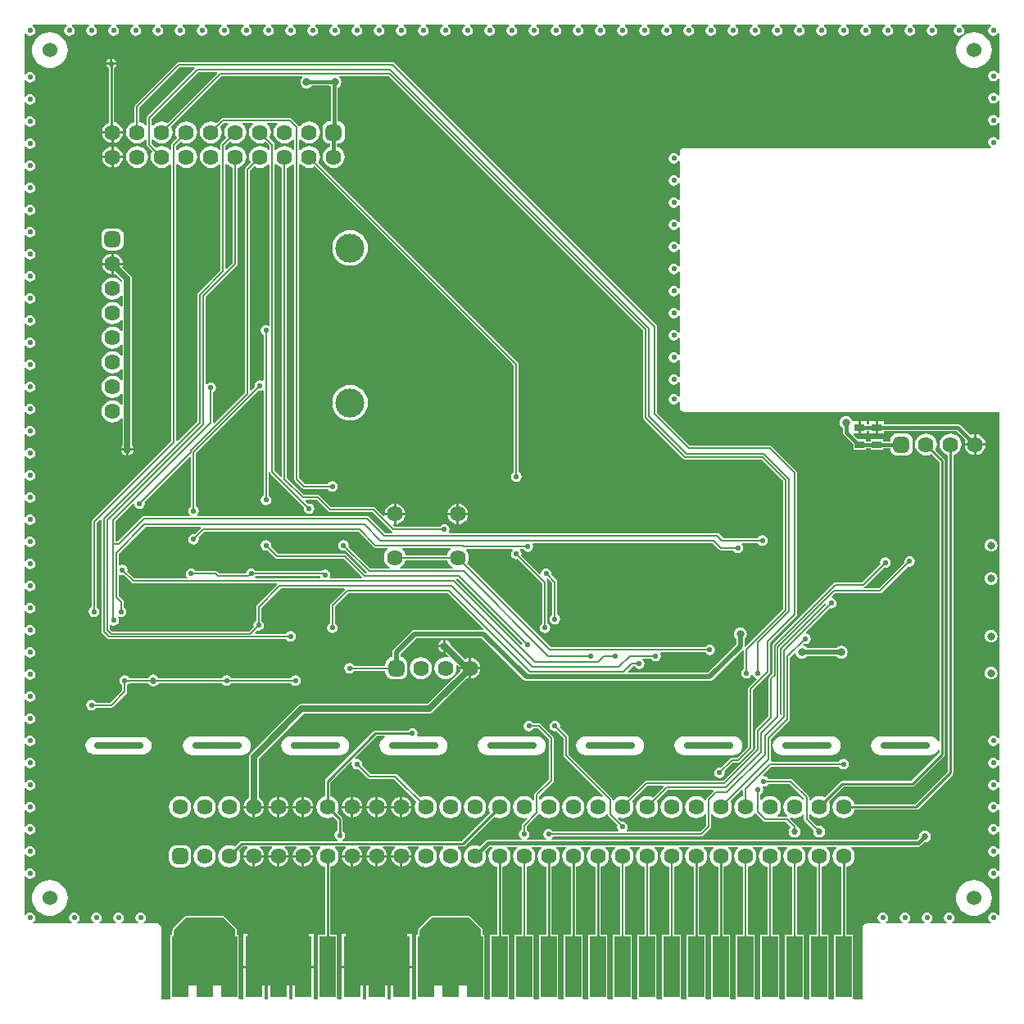
<source format=gbl>
G04*
G04 #@! TF.GenerationSoftware,Altium Limited,Altium Designer,21.6.4 (81)*
G04*
G04 Layer_Physical_Order=2*
G04 Layer_Color=16711680*
%FSLAX25Y25*%
%MOIN*%
G70*
G04*
G04 #@! TF.SameCoordinates,0CBDA3DA-19B2-4F21-B402-8426C952BD09*
G04*
G04*
G04 #@! TF.FilePolarity,Positive*
G04*
G01*
G75*
%ADD10C,0.01000*%
%ADD11C,0.02000*%
%ADD37C,0.06000*%
%ADD41R,0.04000X0.03000*%
%ADD42R,0.06500X0.25000*%
%ADD51C,0.00800*%
%ADD52C,0.02500*%
%ADD54C,0.01500*%
G04:AMPARAMS|DCode=55|XSize=200mil|YSize=25mil|CornerRadius=6.25mil|HoleSize=0mil|Usage=FLASHONLY|Rotation=180.000|XOffset=0mil|YOffset=0mil|HoleType=Round|Shape=RoundedRectangle|*
%AMROUNDEDRECTD55*
21,1,0.20000,0.01250,0,0,180.0*
21,1,0.18750,0.02500,0,0,180.0*
1,1,0.01250,-0.09375,0.00625*
1,1,0.01250,0.09375,0.00625*
1,1,0.01250,0.09375,-0.00625*
1,1,0.01250,-0.09375,-0.00625*
%
%ADD55ROUNDEDRECTD55*%
G04:AMPARAMS|DCode=56|XSize=63.78mil|YSize=63.78mil|CornerRadius=15.95mil|HoleSize=0mil|Usage=FLASHONLY|Rotation=0.000|XOffset=0mil|YOffset=0mil|HoleType=Round|Shape=RoundedRectangle|*
%AMROUNDEDRECTD56*
21,1,0.06378,0.03189,0,0,0.0*
21,1,0.03189,0.06378,0,0,0.0*
1,1,0.03189,0.01595,-0.01595*
1,1,0.03189,-0.01595,-0.01595*
1,1,0.03189,-0.01595,0.01595*
1,1,0.03189,0.01595,0.01595*
%
%ADD56ROUNDEDRECTD56*%
%ADD57C,0.06378*%
G04:AMPARAMS|DCode=58|XSize=63.78mil|YSize=63.78mil|CornerRadius=15.95mil|HoleSize=0mil|Usage=FLASHONLY|Rotation=270.000|XOffset=0mil|YOffset=0mil|HoleType=Round|Shape=RoundedRectangle|*
%AMROUNDEDRECTD58*
21,1,0.06378,0.03189,0,0,270.0*
21,1,0.03189,0.06378,0,0,270.0*
1,1,0.03189,-0.01595,-0.01595*
1,1,0.03189,-0.01595,0.01595*
1,1,0.03189,0.01595,0.01595*
1,1,0.03189,0.01595,-0.01595*
%
%ADD58ROUNDEDRECTD58*%
%ADD59C,0.11811*%
%ADD60C,0.02200*%
%ADD61C,0.03200*%
%ADD62C,0.02700*%
%ADD63C,0.05200*%
G36*
X395017Y397869D02*
X394486Y397514D01*
X394022Y396819D01*
X393859Y396000D01*
X394022Y395181D01*
X394486Y394486D01*
X395181Y394022D01*
X396000Y393859D01*
X396819Y394022D01*
X397514Y394486D01*
X397869Y395017D01*
X398369Y394865D01*
Y378635D01*
X397869Y378483D01*
X397514Y379014D01*
X396819Y379478D01*
X396000Y379641D01*
X395181Y379478D01*
X394486Y379014D01*
X394022Y378319D01*
X393859Y377500D01*
X394022Y376681D01*
X394486Y375986D01*
X395181Y375522D01*
X396000Y375359D01*
X396819Y375522D01*
X397514Y375986D01*
X397869Y376517D01*
X398369Y376365D01*
Y369635D01*
X397869Y369483D01*
X397514Y370014D01*
X396819Y370478D01*
X396000Y370641D01*
X395181Y370478D01*
X394486Y370014D01*
X394022Y369319D01*
X393859Y368500D01*
X394022Y367681D01*
X394486Y366986D01*
X395181Y366522D01*
X396000Y366359D01*
X396819Y366522D01*
X397514Y366986D01*
X397869Y367517D01*
X398369Y367365D01*
Y360635D01*
X397869Y360483D01*
X397514Y361014D01*
X396819Y361478D01*
X396000Y361641D01*
X395181Y361478D01*
X394486Y361014D01*
X394022Y360319D01*
X393859Y359500D01*
X394022Y358681D01*
X394486Y357986D01*
X395181Y357522D01*
X396000Y357359D01*
X396819Y357522D01*
X397514Y357986D01*
X397869Y358517D01*
X398369Y358365D01*
Y351635D01*
X397869Y351483D01*
X397514Y352014D01*
X396819Y352478D01*
X396000Y352641D01*
X395181Y352478D01*
X394486Y352014D01*
X394022Y351319D01*
X393859Y350500D01*
X394022Y349681D01*
X394486Y348986D01*
X395017Y348631D01*
X394865Y348131D01*
X270000D01*
X269376Y348007D01*
X268847Y347654D01*
X268493Y347124D01*
X268369Y346500D01*
Y345135D01*
X267869Y344983D01*
X267514Y345514D01*
X266819Y345978D01*
X266000Y346141D01*
X265181Y345978D01*
X264486Y345514D01*
X264022Y344819D01*
X263859Y344000D01*
X264022Y343181D01*
X264486Y342486D01*
X265181Y342022D01*
X266000Y341859D01*
X266819Y342022D01*
X267514Y342486D01*
X267869Y343017D01*
X268369Y342865D01*
Y336135D01*
X267869Y335983D01*
X267514Y336514D01*
X266819Y336978D01*
X266000Y337141D01*
X265181Y336978D01*
X264486Y336514D01*
X264022Y335819D01*
X263859Y335000D01*
X264022Y334181D01*
X264486Y333486D01*
X265181Y333022D01*
X266000Y332859D01*
X266819Y333022D01*
X267514Y333486D01*
X267869Y334017D01*
X268369Y333865D01*
Y327135D01*
X267869Y326983D01*
X267514Y327514D01*
X266819Y327978D01*
X266000Y328141D01*
X265181Y327978D01*
X264486Y327514D01*
X264022Y326819D01*
X263859Y326000D01*
X264022Y325181D01*
X264486Y324486D01*
X265181Y324022D01*
X266000Y323859D01*
X266819Y324022D01*
X267514Y324486D01*
X267869Y325017D01*
X268369Y324865D01*
Y318135D01*
X267869Y317983D01*
X267514Y318514D01*
X266819Y318978D01*
X266000Y319141D01*
X265181Y318978D01*
X264486Y318514D01*
X264022Y317819D01*
X263859Y317000D01*
X264022Y316181D01*
X264486Y315486D01*
X265181Y315022D01*
X266000Y314859D01*
X266819Y315022D01*
X267514Y315486D01*
X267869Y316017D01*
X268369Y315865D01*
Y309135D01*
X267869Y308983D01*
X267514Y309514D01*
X266819Y309978D01*
X266000Y310141D01*
X265181Y309978D01*
X264486Y309514D01*
X264022Y308819D01*
X263859Y308000D01*
X264022Y307181D01*
X264486Y306486D01*
X265181Y306022D01*
X266000Y305859D01*
X266819Y306022D01*
X267514Y306486D01*
X267869Y307017D01*
X268369Y306865D01*
Y300135D01*
X267869Y299983D01*
X267514Y300514D01*
X266819Y300978D01*
X266000Y301141D01*
X265181Y300978D01*
X264486Y300514D01*
X264022Y299819D01*
X263859Y299000D01*
X264022Y298181D01*
X264486Y297486D01*
X265181Y297022D01*
X266000Y296859D01*
X266819Y297022D01*
X267514Y297486D01*
X267869Y298017D01*
X268369Y297865D01*
Y291135D01*
X267869Y290983D01*
X267514Y291514D01*
X266819Y291978D01*
X266000Y292141D01*
X265181Y291978D01*
X264486Y291514D01*
X264022Y290819D01*
X263859Y290000D01*
X264022Y289181D01*
X264486Y288486D01*
X265181Y288022D01*
X266000Y287859D01*
X266819Y288022D01*
X267514Y288486D01*
X267869Y289017D01*
X268369Y288865D01*
Y282135D01*
X267869Y281983D01*
X267514Y282514D01*
X266819Y282978D01*
X266000Y283141D01*
X265181Y282978D01*
X264486Y282514D01*
X264022Y281819D01*
X263859Y281000D01*
X264022Y280181D01*
X264486Y279486D01*
X265181Y279022D01*
X266000Y278859D01*
X266819Y279022D01*
X267514Y279486D01*
X267869Y280017D01*
X268369Y279865D01*
Y273135D01*
X267869Y272983D01*
X267514Y273514D01*
X266819Y273978D01*
X266000Y274141D01*
X265181Y273978D01*
X264486Y273514D01*
X264022Y272819D01*
X263859Y272000D01*
X264022Y271181D01*
X264486Y270486D01*
X265181Y270022D01*
X266000Y269859D01*
X266819Y270022D01*
X267514Y270486D01*
X267869Y271017D01*
X268369Y270865D01*
Y264135D01*
X267869Y263983D01*
X267514Y264514D01*
X266819Y264978D01*
X266000Y265141D01*
X265181Y264978D01*
X264486Y264514D01*
X264022Y263819D01*
X263859Y263000D01*
X264022Y262181D01*
X264486Y261486D01*
X265181Y261022D01*
X266000Y260859D01*
X266819Y261022D01*
X267514Y261486D01*
X267869Y262017D01*
X268369Y261865D01*
Y255135D01*
X267869Y254983D01*
X267514Y255514D01*
X266819Y255978D01*
X266000Y256141D01*
X265181Y255978D01*
X264486Y255514D01*
X264022Y254819D01*
X263859Y254000D01*
X264022Y253181D01*
X264486Y252486D01*
X265181Y252022D01*
X266000Y251859D01*
X266819Y252022D01*
X267514Y252486D01*
X267869Y253017D01*
X268369Y252865D01*
Y247135D01*
X267869Y246983D01*
X267514Y247514D01*
X266819Y247978D01*
X266000Y248141D01*
X265181Y247978D01*
X264486Y247514D01*
X264022Y246819D01*
X263859Y246000D01*
X264022Y245181D01*
X264486Y244486D01*
X265181Y244022D01*
X266000Y243859D01*
X266819Y244022D01*
X267514Y244486D01*
X267869Y245017D01*
X268369Y244865D01*
Y242500D01*
X268493Y241876D01*
X268847Y241347D01*
X269376Y240993D01*
X270000Y240869D01*
X398369D01*
Y108135D01*
X397869Y107983D01*
X397514Y108514D01*
X396819Y108978D01*
X396000Y109141D01*
X395181Y108978D01*
X394486Y108514D01*
X394022Y107819D01*
X393859Y107000D01*
X394022Y106181D01*
X394486Y105486D01*
X395181Y105022D01*
X396000Y104859D01*
X396819Y105022D01*
X397514Y105486D01*
X397869Y106017D01*
X398369Y105865D01*
Y99135D01*
X397869Y98983D01*
X397514Y99514D01*
X396819Y99978D01*
X396000Y100141D01*
X395181Y99978D01*
X394486Y99514D01*
X394022Y98819D01*
X393859Y98000D01*
X394022Y97181D01*
X394486Y96486D01*
X395181Y96022D01*
X396000Y95859D01*
X396819Y96022D01*
X397514Y96486D01*
X397869Y97017D01*
X398369Y96865D01*
Y90135D01*
X397869Y89983D01*
X397514Y90514D01*
X396819Y90978D01*
X396000Y91141D01*
X395181Y90978D01*
X394486Y90514D01*
X394022Y89819D01*
X393859Y89000D01*
X394022Y88181D01*
X394486Y87486D01*
X395181Y87022D01*
X396000Y86859D01*
X396819Y87022D01*
X397514Y87486D01*
X397869Y88017D01*
X398369Y87865D01*
Y81135D01*
X397869Y80983D01*
X397514Y81514D01*
X396819Y81978D01*
X396000Y82141D01*
X395181Y81978D01*
X394486Y81514D01*
X394022Y80819D01*
X393859Y80000D01*
X394022Y79181D01*
X394486Y78486D01*
X395181Y78022D01*
X396000Y77859D01*
X396819Y78022D01*
X397514Y78486D01*
X397869Y79017D01*
X398369Y78865D01*
Y72135D01*
X397869Y71983D01*
X397514Y72514D01*
X396819Y72978D01*
X396000Y73141D01*
X395181Y72978D01*
X394486Y72514D01*
X394022Y71819D01*
X393859Y71000D01*
X394022Y70181D01*
X394486Y69486D01*
X395181Y69022D01*
X396000Y68859D01*
X396819Y69022D01*
X397514Y69486D01*
X397869Y70017D01*
X398369Y69865D01*
Y63135D01*
X397869Y62983D01*
X397514Y63514D01*
X396819Y63978D01*
X396000Y64141D01*
X395181Y63978D01*
X394486Y63514D01*
X394022Y62819D01*
X393859Y62000D01*
X394022Y61181D01*
X394486Y60486D01*
X395181Y60022D01*
X396000Y59859D01*
X396819Y60022D01*
X397514Y60486D01*
X397869Y61017D01*
X398369Y60865D01*
Y54135D01*
X397869Y53983D01*
X397514Y54514D01*
X396819Y54978D01*
X396000Y55141D01*
X395181Y54978D01*
X394486Y54514D01*
X394022Y53819D01*
X393859Y53000D01*
X394022Y52181D01*
X394486Y51486D01*
X395181Y51022D01*
X396000Y50859D01*
X396819Y51022D01*
X397514Y51486D01*
X397869Y52017D01*
X398369Y51865D01*
Y36135D01*
X397869Y35983D01*
X397514Y36514D01*
X396819Y36978D01*
X396000Y37141D01*
X395181Y36978D01*
X394486Y36514D01*
X394022Y35819D01*
X393859Y35000D01*
X394022Y34181D01*
X394486Y33486D01*
X395017Y33131D01*
X394865Y32631D01*
X379135D01*
X378983Y33131D01*
X379514Y33486D01*
X379978Y34181D01*
X380141Y35000D01*
X379978Y35819D01*
X379514Y36514D01*
X378819Y36978D01*
X378000Y37141D01*
X377181Y36978D01*
X376486Y36514D01*
X376022Y35819D01*
X375859Y35000D01*
X376022Y34181D01*
X376486Y33486D01*
X377017Y33131D01*
X376865Y32631D01*
X370135D01*
X369983Y33131D01*
X370514Y33486D01*
X370978Y34181D01*
X371141Y35000D01*
X370978Y35819D01*
X370514Y36514D01*
X369819Y36978D01*
X369000Y37141D01*
X368181Y36978D01*
X367486Y36514D01*
X367022Y35819D01*
X366859Y35000D01*
X367022Y34181D01*
X367486Y33486D01*
X368017Y33131D01*
X367865Y32631D01*
X361135D01*
X360983Y33131D01*
X361514Y33486D01*
X361978Y34181D01*
X362141Y35000D01*
X361978Y35819D01*
X361514Y36514D01*
X360819Y36978D01*
X360000Y37141D01*
X359181Y36978D01*
X358486Y36514D01*
X358022Y35819D01*
X357859Y35000D01*
X358022Y34181D01*
X358486Y33486D01*
X359017Y33131D01*
X358865Y32631D01*
X352135D01*
X351983Y33131D01*
X352514Y33486D01*
X352978Y34181D01*
X353141Y35000D01*
X352978Y35819D01*
X352514Y36514D01*
X351819Y36978D01*
X351000Y37141D01*
X350181Y36978D01*
X349486Y36514D01*
X349022Y35819D01*
X348859Y35000D01*
X349022Y34181D01*
X349486Y33486D01*
X350017Y33131D01*
X349865Y32631D01*
X344300D01*
X343676Y32507D01*
X343146Y32153D01*
X342793Y31624D01*
X342669Y31000D01*
Y1631D01*
X339239D01*
X338850Y1900D01*
X338850Y2131D01*
Y28100D01*
X336122D01*
Y55620D01*
X336172Y55627D01*
X337264Y56079D01*
X338202Y56798D01*
X338921Y57736D01*
X339373Y58828D01*
X339528Y60000D01*
X339373Y61172D01*
X338921Y62264D01*
X338202Y63202D01*
X337957Y63389D01*
X338118Y63863D01*
X365239D01*
X365766Y63967D01*
X366212Y64266D01*
X367625Y65679D01*
X368000Y65604D01*
X368917Y65786D01*
X369694Y66306D01*
X370214Y67083D01*
X370396Y68000D01*
X370214Y68917D01*
X369694Y69694D01*
X368917Y70214D01*
X368000Y70396D01*
X367083Y70214D01*
X366306Y69694D01*
X365786Y68917D01*
X365604Y68000D01*
X365679Y67625D01*
X364669Y66615D01*
X216111D01*
X215960Y67115D01*
X216514Y67486D01*
X216844Y67980D01*
X277000D01*
X277390Y68058D01*
X277721Y68279D01*
X280833Y71391D01*
X281054Y71722D01*
X281131Y72112D01*
Y76890D01*
X281605Y77051D01*
X281799Y76798D01*
X282736Y76079D01*
X283828Y75627D01*
X285000Y75472D01*
X286172Y75627D01*
X287264Y76079D01*
X288202Y76798D01*
X288921Y77736D01*
X289373Y78828D01*
X289528Y80000D01*
X289373Y81172D01*
X288921Y82264D01*
X288828Y82386D01*
X293480Y87038D01*
X293981Y86831D01*
Y84394D01*
X293828Y84373D01*
X292736Y83921D01*
X291798Y83202D01*
X291079Y82264D01*
X290627Y81172D01*
X290472Y80000D01*
X290627Y78828D01*
X291079Y77736D01*
X291798Y76798D01*
X292736Y76079D01*
X293828Y75627D01*
X295000Y75472D01*
X296172Y75627D01*
X297264Y76079D01*
X298202Y76798D01*
X298703Y77452D01*
X298764Y77469D01*
X299293Y77400D01*
X299391Y77254D01*
X302254Y74391D01*
X302585Y74170D01*
X302975Y74092D01*
X311466D01*
X313362Y72197D01*
X313313Y71699D01*
X313306Y71694D01*
X312786Y70917D01*
X312604Y70000D01*
X312786Y69083D01*
X313306Y68306D01*
X314083Y67786D01*
X315000Y67604D01*
X315917Y67786D01*
X316694Y68306D01*
X317214Y69083D01*
X317396Y70000D01*
X317214Y70917D01*
X316694Y71694D01*
X315983Y72169D01*
X315939Y72393D01*
X315718Y72724D01*
X313023Y75419D01*
X313306Y75843D01*
X313828Y75627D01*
X315000Y75472D01*
X316172Y75627D01*
X317264Y76079D01*
X318202Y76798D01*
X318395Y77051D01*
X318869Y76890D01*
Y75112D01*
X318946Y74722D01*
X319167Y74391D01*
X322762Y70796D01*
X322604Y70000D01*
X322786Y69083D01*
X323306Y68306D01*
X324083Y67786D01*
X325000Y67604D01*
X325917Y67786D01*
X326694Y68306D01*
X327214Y69083D01*
X327396Y70000D01*
X327214Y70917D01*
X326694Y71694D01*
X325917Y72214D01*
X325000Y72396D01*
X324204Y72238D01*
X320908Y75534D01*
Y77138D01*
X321408Y77307D01*
X321798Y76798D01*
X322736Y76079D01*
X323828Y75627D01*
X325000Y75472D01*
X326172Y75627D01*
X327264Y76079D01*
X328202Y76798D01*
X328921Y77736D01*
X329374Y78828D01*
X329528Y80000D01*
X329374Y81172D01*
X328921Y82264D01*
X328890Y82304D01*
X334965Y88378D01*
X363000D01*
X363000Y88378D01*
X363429Y88464D01*
X363793Y88707D01*
X375793Y100707D01*
X375793Y100707D01*
X376036Y101071D01*
X376121Y101500D01*
Y221000D01*
X376122Y221000D01*
X376036Y221429D01*
X375793Y221793D01*
X375793Y221793D01*
X372390Y225196D01*
X372421Y225236D01*
X372873Y226328D01*
X373028Y227500D01*
X372873Y228672D01*
X372421Y229764D01*
X371702Y230702D01*
X370764Y231421D01*
X369672Y231873D01*
X368500Y232028D01*
X367328Y231873D01*
X366236Y231421D01*
X365298Y230702D01*
X364579Y229764D01*
X364127Y228672D01*
X363972Y227500D01*
X364127Y226328D01*
X364579Y225236D01*
X365298Y224298D01*
X366236Y223579D01*
X367328Y223127D01*
X368500Y222972D01*
X369672Y223127D01*
X370764Y223579D01*
X370804Y223610D01*
X373879Y220535D01*
Y106873D01*
X373378Y106774D01*
X373319Y106916D01*
X372710Y107710D01*
X371916Y108319D01*
X370992Y108702D01*
X370000Y108833D01*
X350000D01*
X349008Y108702D01*
X348084Y108319D01*
X347290Y107710D01*
X346681Y106916D01*
X346298Y105992D01*
X346167Y105000D01*
X346298Y104008D01*
X346681Y103084D01*
X347290Y102290D01*
X348084Y101681D01*
X349008Y101298D01*
X350000Y101167D01*
X370000D01*
X370992Y101298D01*
X371916Y101681D01*
X372710Y102290D01*
X373319Y103084D01*
X373378Y103226D01*
X373879Y103127D01*
Y101965D01*
X362535Y90622D01*
X334500D01*
X334500Y90622D01*
X334071Y90536D01*
X333707Y90293D01*
X333707Y90293D01*
X327304Y83890D01*
X327264Y83921D01*
X326172Y84373D01*
X325000Y84528D01*
X323828Y84373D01*
X322736Y83921D01*
X321798Y83202D01*
X321408Y82692D01*
X320908Y82862D01*
Y83913D01*
X320830Y84303D01*
X320609Y84634D01*
X314022Y91221D01*
X313691Y91442D01*
X313301Y91520D01*
X304384D01*
X304048Y92023D01*
X303353Y92487D01*
X302534Y92650D01*
X302240Y92591D01*
X301994Y93052D01*
X305422Y96480D01*
X333156D01*
X333486Y95986D01*
X334181Y95522D01*
X335000Y95359D01*
X335819Y95522D01*
X336514Y95986D01*
X336978Y96681D01*
X337141Y97500D01*
X336978Y98319D01*
X336514Y99014D01*
X335819Y99478D01*
X335000Y99641D01*
X334181Y99478D01*
X333486Y99014D01*
X333156Y98520D01*
X305649D01*
X305382Y99020D01*
X305442Y99110D01*
X305520Y99500D01*
Y107778D01*
X312721Y114979D01*
X312942Y115310D01*
X313020Y115700D01*
Y140828D01*
X314957Y142766D01*
X315485Y142586D01*
X315513Y142375D01*
X315775Y141743D01*
X316192Y141199D01*
X316735Y140783D01*
X317368Y140521D01*
X318046Y140431D01*
X318725Y140521D01*
X319357Y140783D01*
X319901Y141199D01*
X320069Y141419D01*
X331936D01*
X332146Y141146D01*
X332689Y140729D01*
X333321Y140467D01*
X334000Y140378D01*
X334679Y140467D01*
X335311Y140729D01*
X335854Y141146D01*
X336271Y141689D01*
X336533Y142321D01*
X336622Y143000D01*
X336533Y143679D01*
X336271Y144311D01*
X335854Y144854D01*
X335311Y145271D01*
X334679Y145533D01*
X334000Y145622D01*
X333321Y145533D01*
X332689Y145271D01*
X332146Y144854D01*
X332013Y144681D01*
X320075D01*
X319901Y144908D01*
X319357Y145325D01*
X318725Y145587D01*
X318514Y145615D01*
X318334Y146142D01*
X318708Y146516D01*
X319500Y146359D01*
X320319Y146522D01*
X321014Y146986D01*
X321478Y147681D01*
X321641Y148500D01*
X321478Y149319D01*
X321014Y150014D01*
X320319Y150478D01*
X319742Y150593D01*
X319567Y151126D01*
X329417Y160975D01*
X330000Y160859D01*
X330819Y161022D01*
X331514Y161486D01*
X331978Y162181D01*
X332141Y163000D01*
X331978Y163819D01*
X331514Y164514D01*
X330819Y164978D01*
X330242Y165093D01*
X330067Y165626D01*
X331422Y166980D01*
X349865D01*
X350255Y167058D01*
X350586Y167279D01*
X361282Y177975D01*
X361865Y177859D01*
X362685Y178022D01*
X363379Y178486D01*
X363843Y179181D01*
X364006Y180000D01*
X363843Y180819D01*
X363379Y181514D01*
X362685Y181978D01*
X361865Y182141D01*
X361046Y181978D01*
X360351Y181514D01*
X359887Y180819D01*
X359724Y180000D01*
X359840Y179417D01*
X349443Y169020D01*
X343246D01*
X343197Y169520D01*
X343390Y169558D01*
X343721Y169779D01*
X351417Y177475D01*
X352000Y177359D01*
X352819Y177522D01*
X353514Y177986D01*
X353978Y178681D01*
X354141Y179500D01*
X353978Y180319D01*
X353514Y181014D01*
X352819Y181478D01*
X352000Y181641D01*
X351181Y181478D01*
X350486Y181014D01*
X350022Y180319D01*
X349859Y179500D01*
X349975Y178917D01*
X342578Y171520D01*
X331874D01*
X331484Y171442D01*
X331153Y171221D01*
X306279Y146347D01*
X306058Y146017D01*
X305980Y145626D01*
Y134144D01*
X304779Y132943D01*
X304558Y132612D01*
X304480Y132222D01*
Y116922D01*
X299279Y111721D01*
X299058Y111390D01*
X298980Y111000D01*
Y103770D01*
X285879Y90670D01*
X254650D01*
X254260Y90592D01*
X253929Y90371D01*
X247386Y83828D01*
X247264Y83921D01*
X246172Y84373D01*
X245000Y84528D01*
X243828Y84373D01*
X242736Y83921D01*
X241798Y83202D01*
X241408Y82692D01*
X240908Y82862D01*
Y83076D01*
X240830Y83466D01*
X240609Y83797D01*
X223020Y101387D01*
Y108500D01*
X222942Y108890D01*
X222721Y109221D01*
X219525Y112417D01*
X219641Y113000D01*
X219478Y113819D01*
X219014Y114514D01*
X218319Y114978D01*
X217500Y115141D01*
X216681Y114978D01*
X215986Y114514D01*
X215522Y113819D01*
X215359Y113000D01*
X215522Y112181D01*
X215986Y111486D01*
X216681Y111022D01*
X217500Y110859D01*
X218083Y110975D01*
X220980Y108078D01*
Y100964D01*
X221058Y100574D01*
X221279Y100243D01*
X236916Y84606D01*
X236633Y84182D01*
X236172Y84373D01*
X235000Y84528D01*
X233828Y84373D01*
X232736Y83921D01*
X231799Y83202D01*
X231079Y82264D01*
X230627Y81172D01*
X230472Y80000D01*
X230627Y78828D01*
X231079Y77736D01*
X231799Y76798D01*
X232736Y76079D01*
X233828Y75627D01*
X235000Y75472D01*
X236172Y75627D01*
X237264Y76079D01*
X238202Y76798D01*
X238382Y77034D01*
X238911Y76901D01*
X238946Y76722D01*
X239167Y76391D01*
X242975Y72583D01*
X242859Y72000D01*
X243022Y71181D01*
X243463Y70520D01*
X243425Y70344D01*
X243284Y70020D01*
X216844D01*
X216514Y70514D01*
X215819Y70978D01*
X215000Y71141D01*
X214181Y70978D01*
X213486Y70514D01*
X213022Y69819D01*
X212859Y69000D01*
X213022Y68181D01*
X213486Y67486D01*
X214040Y67115D01*
X213889Y66615D01*
X206111D01*
X205960Y67115D01*
X206514Y67486D01*
X206978Y68181D01*
X207141Y69000D01*
X206978Y69819D01*
X206514Y70514D01*
X206020Y70844D01*
Y72078D01*
X210833Y76891D01*
X210956Y77075D01*
X211418Y77153D01*
X211545Y77129D01*
X211799Y76798D01*
X212736Y76079D01*
X213828Y75627D01*
X215000Y75472D01*
X216172Y75627D01*
X217264Y76079D01*
X218202Y76798D01*
X218921Y77736D01*
X219373Y78828D01*
X219528Y80000D01*
X219373Y81172D01*
X218921Y82264D01*
X218202Y83202D01*
X217264Y83921D01*
X216172Y84373D01*
X215000Y84528D01*
X213828Y84373D01*
X212736Y83921D01*
X211799Y83202D01*
X211605Y82949D01*
X211131Y83110D01*
Y84466D01*
X216721Y90055D01*
X216942Y90386D01*
X217020Y90776D01*
Y108000D01*
X216942Y108390D01*
X216721Y108721D01*
X211721Y113721D01*
X211390Y113942D01*
X211000Y114020D01*
X208844D01*
X208514Y114514D01*
X207819Y114978D01*
X207000Y115141D01*
X206181Y114978D01*
X205486Y114514D01*
X205022Y113819D01*
X204859Y113000D01*
X205022Y112181D01*
X205486Y111486D01*
X206181Y111022D01*
X207000Y110859D01*
X207819Y111022D01*
X208514Y111486D01*
X208844Y111980D01*
X210578D01*
X214980Y107578D01*
Y91199D01*
X209391Y85609D01*
X209170Y85278D01*
X209092Y84888D01*
Y82862D01*
X208592Y82692D01*
X208202Y83202D01*
X207264Y83921D01*
X206172Y84373D01*
X205000Y84528D01*
X203828Y84373D01*
X202736Y83921D01*
X201799Y83202D01*
X201079Y82264D01*
X200627Y81172D01*
X200472Y80000D01*
X200627Y78828D01*
X201079Y77736D01*
X201799Y76798D01*
X202736Y76079D01*
X203828Y75627D01*
X205000Y75472D01*
X205948Y75597D01*
X206182Y75124D01*
X204279Y73221D01*
X204058Y72890D01*
X203980Y72500D01*
Y70844D01*
X203486Y70514D01*
X203022Y69819D01*
X202859Y69000D01*
X203022Y68181D01*
X203486Y67486D01*
X204041Y67115D01*
X203889Y66615D01*
X190239D01*
X190239Y66615D01*
X189712Y66511D01*
X189266Y66212D01*
X189266Y66212D01*
X187059Y64006D01*
X186172Y64373D01*
X185000Y64528D01*
X183828Y64373D01*
X182736Y63921D01*
X181798Y63202D01*
X181079Y62264D01*
X180627Y61172D01*
X180472Y60000D01*
X180627Y58828D01*
X181079Y57736D01*
X181798Y56798D01*
X182736Y56079D01*
X183828Y55627D01*
X185000Y55472D01*
X186172Y55627D01*
X187264Y56079D01*
X188202Y56798D01*
X188921Y57736D01*
X189373Y58828D01*
X189528Y60000D01*
X189373Y61172D01*
X189006Y62059D01*
X190809Y63863D01*
X191882D01*
X192043Y63389D01*
X191798Y63202D01*
X191079Y62264D01*
X190627Y61172D01*
X190472Y60000D01*
X190627Y58828D01*
X191079Y57736D01*
X191798Y56798D01*
X192736Y56079D01*
X193828Y55627D01*
X193878Y55620D01*
Y28100D01*
X191150D01*
Y2131D01*
X191150Y1900D01*
X190761Y1631D01*
X189239D01*
X188850Y1900D01*
X188850Y2131D01*
Y28100D01*
X188149D01*
Y29871D01*
X188100Y29990D01*
Y30119D01*
X188009Y30340D01*
X187917Y30431D01*
X187868Y30551D01*
X183051Y35368D01*
X182931Y35417D01*
X182840Y35509D01*
X182619Y35600D01*
X182490D01*
X182371Y35649D01*
X167629D01*
X167510Y35600D01*
X167381D01*
X167160Y35509D01*
X167069Y35417D01*
X166949Y35368D01*
X162132Y30551D01*
X162083Y30431D01*
X161991Y30340D01*
X161900Y30119D01*
Y29990D01*
X161851Y29871D01*
Y28100D01*
X161150D01*
Y2131D01*
X161150Y1900D01*
X160761Y1631D01*
X159250D01*
Y14500D01*
X157500D01*
Y7500D01*
X150750D01*
Y1631D01*
X149250D01*
Y7500D01*
X140750D01*
Y1631D01*
X139250D01*
Y7500D01*
X132500D01*
Y14500D01*
X130750D01*
Y1631D01*
X129239D01*
X128850Y1900D01*
X128850Y2131D01*
Y28100D01*
X126122D01*
Y55620D01*
X126172Y55627D01*
X127264Y56079D01*
X128202Y56798D01*
X128921Y57736D01*
X129373Y58828D01*
X129528Y60000D01*
X129373Y61172D01*
X128921Y62264D01*
X128202Y63202D01*
X127936Y63405D01*
X128097Y63878D01*
X132352D01*
X132522Y63378D01*
X132012Y62988D01*
X131341Y62113D01*
X130919Y61093D01*
X130841Y60500D01*
X139159D01*
X139081Y61093D01*
X138659Y62113D01*
X137988Y62988D01*
X137478Y63378D01*
X137648Y63878D01*
X142352D01*
X142522Y63378D01*
X142012Y62988D01*
X141341Y62113D01*
X140919Y61093D01*
X140841Y60500D01*
X149159D01*
X149081Y61093D01*
X148659Y62113D01*
X147988Y62988D01*
X147478Y63378D01*
X147648Y63878D01*
X152352D01*
X152522Y63378D01*
X152012Y62988D01*
X151341Y62113D01*
X150919Y61093D01*
X150841Y60500D01*
X159159D01*
X159081Y61093D01*
X158659Y62113D01*
X157988Y62988D01*
X157478Y63378D01*
X157648Y63878D01*
X161903D01*
X162064Y63405D01*
X161798Y63202D01*
X161079Y62264D01*
X160627Y61172D01*
X160472Y60000D01*
X160627Y58828D01*
X161079Y57736D01*
X161798Y56798D01*
X162736Y56079D01*
X163828Y55627D01*
X165000Y55472D01*
X166172Y55627D01*
X167264Y56079D01*
X168202Y56798D01*
X168921Y57736D01*
X169373Y58828D01*
X169528Y60000D01*
X169373Y61172D01*
X168921Y62264D01*
X168202Y63202D01*
X167937Y63405D01*
X168097Y63878D01*
X171903D01*
X172064Y63405D01*
X171798Y63202D01*
X171079Y62264D01*
X170627Y61172D01*
X170472Y60000D01*
X170627Y58828D01*
X171079Y57736D01*
X171798Y56798D01*
X172736Y56079D01*
X173828Y55627D01*
X175000Y55472D01*
X176172Y55627D01*
X177264Y56079D01*
X178202Y56798D01*
X178921Y57736D01*
X179373Y58828D01*
X179528Y60000D01*
X179373Y61172D01*
X178921Y62264D01*
X178202Y63202D01*
X177936Y63405D01*
X178097Y63878D01*
X180000D01*
X180000Y63878D01*
X180429Y63964D01*
X180793Y64207D01*
X192696Y76110D01*
X192736Y76079D01*
X193828Y75627D01*
X195000Y75472D01*
X196172Y75627D01*
X197264Y76079D01*
X198202Y76798D01*
X198921Y77736D01*
X199373Y78828D01*
X199528Y80000D01*
X199373Y81172D01*
X198921Y82264D01*
X198202Y83202D01*
X197264Y83921D01*
X196172Y84373D01*
X195000Y84528D01*
X193828Y84373D01*
X192736Y83921D01*
X191798Y83202D01*
X191079Y82264D01*
X190627Y81172D01*
X190472Y80000D01*
X190627Y78828D01*
X191079Y77736D01*
X191110Y77696D01*
X179535Y66122D01*
X131120D01*
X130969Y66622D01*
X131514Y66986D01*
X131978Y67681D01*
X132141Y68500D01*
X131978Y69319D01*
X131514Y70014D01*
X131122Y70276D01*
Y75000D01*
X131122Y75000D01*
X131036Y75429D01*
X130793Y75793D01*
X130793Y75793D01*
X128890Y77696D01*
X128921Y77736D01*
X129374Y78828D01*
X129528Y80000D01*
X129374Y81172D01*
X128921Y82264D01*
X128202Y83202D01*
X127264Y83921D01*
X126172Y84373D01*
X126122Y84380D01*
Y90035D01*
X134587Y98501D01*
X134597Y98497D01*
X134999Y98206D01*
X134859Y97500D01*
X135022Y96681D01*
X135486Y95986D01*
X136181Y95522D01*
X137000Y95359D01*
X137583Y95475D01*
X141279Y91779D01*
X141610Y91558D01*
X142000Y91480D01*
X152078D01*
X161172Y82386D01*
X161079Y82264D01*
X160627Y81172D01*
X160472Y80000D01*
X160627Y78828D01*
X161079Y77736D01*
X161799Y76798D01*
X162736Y76079D01*
X163828Y75627D01*
X165000Y75472D01*
X166172Y75627D01*
X167264Y76079D01*
X168202Y76798D01*
X168921Y77736D01*
X169374Y78828D01*
X169528Y80000D01*
X169374Y81172D01*
X168921Y82264D01*
X168202Y83202D01*
X167264Y83921D01*
X166172Y84373D01*
X165000Y84528D01*
X163828Y84373D01*
X162736Y83921D01*
X162614Y83828D01*
X153221Y93221D01*
X152890Y93442D01*
X152500Y93520D01*
X142422D01*
X139025Y96917D01*
X139141Y97500D01*
X138978Y98319D01*
X138514Y99014D01*
X137819Y99478D01*
X137000Y99641D01*
X136294Y99501D01*
X136003Y99903D01*
X135999Y99913D01*
X144965Y108878D01*
X148127D01*
X148226Y108378D01*
X148084Y108319D01*
X147290Y107710D01*
X146681Y106916D01*
X146298Y105992D01*
X146167Y105000D01*
X146298Y104008D01*
X146681Y103084D01*
X147290Y102290D01*
X148084Y101681D01*
X149008Y101298D01*
X150000Y101167D01*
X170000D01*
X170992Y101298D01*
X171916Y101681D01*
X172710Y102290D01*
X173319Y103084D01*
X173702Y104008D01*
X173833Y105000D01*
X173702Y105992D01*
X173319Y106916D01*
X172710Y107710D01*
X171916Y108319D01*
X170992Y108702D01*
X170000Y108833D01*
X161801D01*
X161508Y109333D01*
X161641Y110000D01*
X161478Y110819D01*
X161014Y111514D01*
X160319Y111978D01*
X159500Y112141D01*
X158681Y111978D01*
X157986Y111514D01*
X157724Y111122D01*
X144500D01*
X144500Y111122D01*
X144071Y111036D01*
X143707Y110793D01*
X143707Y110793D01*
X124207Y91293D01*
X123964Y90929D01*
X123879Y90500D01*
X123879Y90500D01*
Y84380D01*
X123828Y84373D01*
X122736Y83921D01*
X121799Y83202D01*
X121079Y82264D01*
X120627Y81172D01*
X120472Y80000D01*
X120627Y78828D01*
X121079Y77736D01*
X121799Y76798D01*
X122736Y76079D01*
X123828Y75627D01*
X125000Y75472D01*
X126172Y75627D01*
X127264Y76079D01*
X127304Y76110D01*
X128878Y74536D01*
Y70276D01*
X128486Y70014D01*
X128022Y69319D01*
X127859Y68500D01*
X128022Y67681D01*
X128486Y66986D01*
X129031Y66622D01*
X128880Y66122D01*
X90000D01*
X90000Y66122D01*
X89571Y66036D01*
X89207Y65793D01*
X89207Y65793D01*
X87304Y63890D01*
X87264Y63921D01*
X86172Y64373D01*
X85000Y64528D01*
X83828Y64373D01*
X82736Y63921D01*
X81798Y63202D01*
X81079Y62264D01*
X80627Y61172D01*
X80472Y60000D01*
X80627Y58828D01*
X81079Y57736D01*
X81798Y56798D01*
X82736Y56079D01*
X83828Y55627D01*
X85000Y55472D01*
X86172Y55627D01*
X87264Y56079D01*
X88202Y56798D01*
X88921Y57736D01*
X89373Y58828D01*
X89528Y60000D01*
X89373Y61172D01*
X88921Y62264D01*
X88890Y62304D01*
X90465Y63878D01*
X92352D01*
X92522Y63378D01*
X92012Y62988D01*
X91341Y62113D01*
X90919Y61093D01*
X90841Y60500D01*
X99159D01*
X99081Y61093D01*
X98659Y62113D01*
X97988Y62988D01*
X97478Y63378D01*
X97648Y63878D01*
X102352D01*
X102522Y63378D01*
X102012Y62988D01*
X101341Y62113D01*
X100919Y61093D01*
X100841Y60500D01*
X109159D01*
X109081Y61093D01*
X108659Y62113D01*
X107988Y62988D01*
X107478Y63378D01*
X107648Y63878D01*
X112352D01*
X112522Y63378D01*
X112012Y62988D01*
X111341Y62113D01*
X110919Y61093D01*
X110841Y60500D01*
X119159D01*
X119081Y61093D01*
X118659Y62113D01*
X117988Y62988D01*
X117478Y63378D01*
X117648Y63878D01*
X121903D01*
X122064Y63405D01*
X121798Y63202D01*
X121079Y62264D01*
X120627Y61172D01*
X120472Y60000D01*
X120627Y58828D01*
X121079Y57736D01*
X121798Y56798D01*
X122736Y56079D01*
X123828Y55627D01*
X123878Y55620D01*
Y28100D01*
X121150D01*
Y2131D01*
X121150Y1900D01*
X120761Y1631D01*
X119250D01*
Y14500D01*
X117500D01*
Y7500D01*
X110750D01*
Y1631D01*
X109250D01*
Y7500D01*
X100750D01*
Y1631D01*
X99250D01*
Y7500D01*
X92500D01*
Y14500D01*
X90750D01*
Y1631D01*
X89239D01*
X88850Y1900D01*
X88850Y2131D01*
Y28100D01*
X88149D01*
Y29871D01*
X88100Y29990D01*
Y30119D01*
X88009Y30340D01*
X87917Y30431D01*
X87868Y30551D01*
X83051Y35368D01*
X82931Y35417D01*
X82840Y35509D01*
X82619Y35600D01*
X82490D01*
X82371Y35649D01*
X67629D01*
X67510Y35600D01*
X67381D01*
X67160Y35509D01*
X67069Y35417D01*
X66949Y35368D01*
X62132Y30551D01*
X62083Y30431D01*
X61991Y30340D01*
X61900Y30119D01*
Y29990D01*
X61851Y29871D01*
Y28100D01*
X61150D01*
Y2131D01*
X61150Y1900D01*
X60761Y1631D01*
X57331D01*
Y31000D01*
X57207Y31624D01*
X56853Y32153D01*
X56324Y32507D01*
X55700Y32631D01*
X50135D01*
X49983Y33131D01*
X50514Y33486D01*
X50978Y34181D01*
X51141Y35000D01*
X50978Y35819D01*
X50514Y36514D01*
X49819Y36978D01*
X49000Y37141D01*
X48181Y36978D01*
X47486Y36514D01*
X47022Y35819D01*
X46859Y35000D01*
X47022Y34181D01*
X47486Y33486D01*
X48017Y33131D01*
X47865Y32631D01*
X41135D01*
X40983Y33131D01*
X41514Y33486D01*
X41978Y34181D01*
X42141Y35000D01*
X41978Y35819D01*
X41514Y36514D01*
X40819Y36978D01*
X40000Y37141D01*
X39181Y36978D01*
X38486Y36514D01*
X38022Y35819D01*
X37859Y35000D01*
X38022Y34181D01*
X38486Y33486D01*
X39017Y33131D01*
X38865Y32631D01*
X32135D01*
X31983Y33131D01*
X32514Y33486D01*
X32978Y34181D01*
X33141Y35000D01*
X32978Y35819D01*
X32514Y36514D01*
X31819Y36978D01*
X31000Y37141D01*
X30181Y36978D01*
X29486Y36514D01*
X29022Y35819D01*
X28859Y35000D01*
X29022Y34181D01*
X29486Y33486D01*
X30017Y33131D01*
X29865Y32631D01*
X23135D01*
X22983Y33131D01*
X23514Y33486D01*
X23978Y34181D01*
X24141Y35000D01*
X23978Y35819D01*
X23514Y36514D01*
X22819Y36978D01*
X22000Y37141D01*
X21181Y36978D01*
X20486Y36514D01*
X20022Y35819D01*
X19859Y35000D01*
X20022Y34181D01*
X20486Y33486D01*
X21017Y33131D01*
X20865Y32631D01*
X5135D01*
X4983Y33131D01*
X5514Y33486D01*
X5978Y34181D01*
X6141Y35000D01*
X5978Y35819D01*
X5514Y36514D01*
X4819Y36978D01*
X4000Y37141D01*
X3181Y36978D01*
X2486Y36514D01*
X2131Y35983D01*
X1631Y36135D01*
Y51865D01*
X2131Y52017D01*
X2486Y51486D01*
X3181Y51022D01*
X4000Y50859D01*
X4819Y51022D01*
X5514Y51486D01*
X5978Y52181D01*
X6141Y53000D01*
X5978Y53819D01*
X5514Y54514D01*
X4819Y54978D01*
X4000Y55141D01*
X3181Y54978D01*
X2486Y54514D01*
X2131Y53983D01*
X1631Y54135D01*
Y60865D01*
X2131Y61017D01*
X2486Y60486D01*
X3181Y60022D01*
X4000Y59859D01*
X4819Y60022D01*
X5514Y60486D01*
X5978Y61181D01*
X6141Y62000D01*
X5978Y62819D01*
X5514Y63514D01*
X4819Y63978D01*
X4000Y64141D01*
X3181Y63978D01*
X2486Y63514D01*
X2131Y62983D01*
X1631Y63135D01*
Y69865D01*
X2131Y70017D01*
X2486Y69486D01*
X3181Y69022D01*
X4000Y68859D01*
X4819Y69022D01*
X5514Y69486D01*
X5978Y70181D01*
X6141Y71000D01*
X5978Y71819D01*
X5514Y72514D01*
X4819Y72978D01*
X4000Y73141D01*
X3181Y72978D01*
X2486Y72514D01*
X2131Y71983D01*
X1631Y72135D01*
Y78865D01*
X2131Y79017D01*
X2486Y78486D01*
X3181Y78022D01*
X4000Y77859D01*
X4819Y78022D01*
X5514Y78486D01*
X5978Y79181D01*
X6141Y80000D01*
X5978Y80819D01*
X5514Y81514D01*
X4819Y81978D01*
X4000Y82141D01*
X3181Y81978D01*
X2486Y81514D01*
X2131Y80983D01*
X1631Y81135D01*
Y87865D01*
X2131Y88017D01*
X2486Y87486D01*
X3181Y87022D01*
X4000Y86859D01*
X4819Y87022D01*
X5514Y87486D01*
X5978Y88181D01*
X6141Y89000D01*
X5978Y89819D01*
X5514Y90514D01*
X4819Y90978D01*
X4000Y91141D01*
X3181Y90978D01*
X2486Y90514D01*
X2131Y89983D01*
X1631Y90135D01*
Y96865D01*
X2131Y97017D01*
X2486Y96486D01*
X3181Y96022D01*
X4000Y95859D01*
X4819Y96022D01*
X5514Y96486D01*
X5978Y97181D01*
X6141Y98000D01*
X5978Y98819D01*
X5514Y99514D01*
X4819Y99978D01*
X4000Y100141D01*
X3181Y99978D01*
X2486Y99514D01*
X2131Y98983D01*
X1631Y99135D01*
Y105865D01*
X2131Y106017D01*
X2486Y105486D01*
X3181Y105022D01*
X4000Y104859D01*
X4819Y105022D01*
X5514Y105486D01*
X5978Y106181D01*
X6141Y107000D01*
X5978Y107819D01*
X5514Y108514D01*
X4819Y108978D01*
X4000Y109141D01*
X3181Y108978D01*
X2486Y108514D01*
X2131Y107983D01*
X1631Y108135D01*
Y114865D01*
X2131Y115017D01*
X2486Y114486D01*
X3181Y114022D01*
X4000Y113859D01*
X4819Y114022D01*
X5514Y114486D01*
X5978Y115181D01*
X6141Y116000D01*
X5978Y116819D01*
X5514Y117514D01*
X4819Y117978D01*
X4000Y118141D01*
X3181Y117978D01*
X2486Y117514D01*
X2131Y116983D01*
X1631Y117135D01*
Y123865D01*
X2131Y124017D01*
X2486Y123486D01*
X3181Y123022D01*
X4000Y122859D01*
X4819Y123022D01*
X5514Y123486D01*
X5978Y124181D01*
X6141Y125000D01*
X5978Y125819D01*
X5514Y126514D01*
X4819Y126978D01*
X4000Y127141D01*
X3181Y126978D01*
X2486Y126514D01*
X2131Y125983D01*
X1631Y126135D01*
Y132865D01*
X2131Y133017D01*
X2486Y132486D01*
X3181Y132022D01*
X4000Y131859D01*
X4819Y132022D01*
X5514Y132486D01*
X5978Y133181D01*
X6141Y134000D01*
X5978Y134819D01*
X5514Y135514D01*
X4819Y135978D01*
X4000Y136141D01*
X3181Y135978D01*
X2486Y135514D01*
X2131Y134983D01*
X1631Y135135D01*
Y141865D01*
X2131Y142017D01*
X2486Y141486D01*
X3181Y141022D01*
X4000Y140859D01*
X4819Y141022D01*
X5514Y141486D01*
X5978Y142181D01*
X6141Y143000D01*
X5978Y143819D01*
X5514Y144514D01*
X4819Y144978D01*
X4000Y145141D01*
X3181Y144978D01*
X2486Y144514D01*
X2131Y143983D01*
X1631Y144135D01*
Y150865D01*
X2131Y151017D01*
X2486Y150486D01*
X3181Y150022D01*
X4000Y149859D01*
X4819Y150022D01*
X5514Y150486D01*
X5978Y151181D01*
X6141Y152000D01*
X5978Y152819D01*
X5514Y153514D01*
X4819Y153978D01*
X4000Y154141D01*
X3181Y153978D01*
X2486Y153514D01*
X2131Y152983D01*
X1631Y153135D01*
Y159865D01*
X2131Y160017D01*
X2486Y159486D01*
X3181Y159022D01*
X4000Y158859D01*
X4819Y159022D01*
X5514Y159486D01*
X5978Y160181D01*
X6141Y161000D01*
X5978Y161819D01*
X5514Y162514D01*
X4819Y162978D01*
X4000Y163141D01*
X3181Y162978D01*
X2486Y162514D01*
X2131Y161983D01*
X1631Y162135D01*
Y168865D01*
X2131Y169017D01*
X2486Y168486D01*
X3181Y168022D01*
X4000Y167859D01*
X4819Y168022D01*
X5514Y168486D01*
X5978Y169181D01*
X6141Y170000D01*
X5978Y170819D01*
X5514Y171514D01*
X4819Y171978D01*
X4000Y172141D01*
X3181Y171978D01*
X2486Y171514D01*
X2131Y170983D01*
X1631Y171135D01*
Y177865D01*
X2131Y178017D01*
X2486Y177486D01*
X3181Y177022D01*
X4000Y176859D01*
X4819Y177022D01*
X5514Y177486D01*
X5978Y178181D01*
X6141Y179000D01*
X5978Y179819D01*
X5514Y180514D01*
X4819Y180978D01*
X4000Y181141D01*
X3181Y180978D01*
X2486Y180514D01*
X2131Y179983D01*
X1631Y180135D01*
Y186865D01*
X2131Y187017D01*
X2486Y186486D01*
X3181Y186022D01*
X4000Y185859D01*
X4819Y186022D01*
X5514Y186486D01*
X5978Y187181D01*
X6141Y188000D01*
X5978Y188819D01*
X5514Y189514D01*
X4819Y189978D01*
X4000Y190141D01*
X3181Y189978D01*
X2486Y189514D01*
X2131Y188983D01*
X1631Y189135D01*
Y195865D01*
X2131Y196017D01*
X2486Y195486D01*
X3181Y195022D01*
X4000Y194859D01*
X4819Y195022D01*
X5514Y195486D01*
X5978Y196181D01*
X6141Y197000D01*
X5978Y197819D01*
X5514Y198514D01*
X4819Y198978D01*
X4000Y199141D01*
X3181Y198978D01*
X2486Y198514D01*
X2131Y197983D01*
X1631Y198135D01*
Y204865D01*
X2131Y205017D01*
X2486Y204486D01*
X3181Y204022D01*
X4000Y203859D01*
X4819Y204022D01*
X5514Y204486D01*
X5978Y205181D01*
X6141Y206000D01*
X5978Y206819D01*
X5514Y207514D01*
X4819Y207978D01*
X4000Y208141D01*
X3181Y207978D01*
X2486Y207514D01*
X2131Y206983D01*
X1631Y207135D01*
Y213865D01*
X2131Y214017D01*
X2486Y213486D01*
X3181Y213022D01*
X4000Y212859D01*
X4819Y213022D01*
X5514Y213486D01*
X5978Y214181D01*
X6141Y215000D01*
X5978Y215819D01*
X5514Y216514D01*
X4819Y216978D01*
X4000Y217141D01*
X3181Y216978D01*
X2486Y216514D01*
X2131Y215983D01*
X1631Y216135D01*
Y222865D01*
X2131Y223017D01*
X2486Y222486D01*
X3181Y222022D01*
X4000Y221859D01*
X4819Y222022D01*
X5514Y222486D01*
X5978Y223181D01*
X6141Y224000D01*
X5978Y224819D01*
X5514Y225514D01*
X4819Y225978D01*
X4000Y226141D01*
X3181Y225978D01*
X2486Y225514D01*
X2131Y224983D01*
X1631Y225135D01*
Y231865D01*
X2131Y232017D01*
X2486Y231486D01*
X3181Y231022D01*
X4000Y230859D01*
X4819Y231022D01*
X5514Y231486D01*
X5978Y232181D01*
X6141Y233000D01*
X5978Y233819D01*
X5514Y234514D01*
X4819Y234978D01*
X4000Y235141D01*
X3181Y234978D01*
X2486Y234514D01*
X2131Y233983D01*
X1631Y234135D01*
Y240865D01*
X2131Y241017D01*
X2486Y240486D01*
X3181Y240022D01*
X4000Y239859D01*
X4819Y240022D01*
X5514Y240486D01*
X5978Y241181D01*
X6141Y242000D01*
X5978Y242819D01*
X5514Y243514D01*
X4819Y243978D01*
X4000Y244141D01*
X3181Y243978D01*
X2486Y243514D01*
X2131Y242983D01*
X1631Y243135D01*
Y249865D01*
X2131Y250017D01*
X2486Y249486D01*
X3181Y249022D01*
X4000Y248859D01*
X4819Y249022D01*
X5514Y249486D01*
X5978Y250181D01*
X6141Y251000D01*
X5978Y251819D01*
X5514Y252514D01*
X4819Y252978D01*
X4000Y253141D01*
X3181Y252978D01*
X2486Y252514D01*
X2131Y251983D01*
X1631Y252135D01*
Y258865D01*
X2131Y259017D01*
X2486Y258486D01*
X3181Y258022D01*
X4000Y257859D01*
X4819Y258022D01*
X5514Y258486D01*
X5978Y259181D01*
X6141Y260000D01*
X5978Y260819D01*
X5514Y261514D01*
X4819Y261978D01*
X4000Y262141D01*
X3181Y261978D01*
X2486Y261514D01*
X2131Y260983D01*
X1631Y261135D01*
Y267865D01*
X2131Y268017D01*
X2486Y267486D01*
X3181Y267022D01*
X4000Y266859D01*
X4819Y267022D01*
X5514Y267486D01*
X5978Y268181D01*
X6141Y269000D01*
X5978Y269819D01*
X5514Y270514D01*
X4819Y270978D01*
X4000Y271141D01*
X3181Y270978D01*
X2486Y270514D01*
X2131Y269983D01*
X1631Y270135D01*
Y276865D01*
X2131Y277017D01*
X2486Y276486D01*
X3181Y276022D01*
X4000Y275859D01*
X4819Y276022D01*
X5514Y276486D01*
X5978Y277181D01*
X6141Y278000D01*
X5978Y278819D01*
X5514Y279514D01*
X4819Y279978D01*
X4000Y280141D01*
X3181Y279978D01*
X2486Y279514D01*
X2131Y278983D01*
X1631Y279135D01*
Y285865D01*
X2131Y286017D01*
X2486Y285486D01*
X3181Y285022D01*
X4000Y284859D01*
X4819Y285022D01*
X5514Y285486D01*
X5978Y286181D01*
X6141Y287000D01*
X5978Y287819D01*
X5514Y288514D01*
X4819Y288978D01*
X4000Y289141D01*
X3181Y288978D01*
X2486Y288514D01*
X2131Y287983D01*
X1631Y288135D01*
Y294865D01*
X2131Y295017D01*
X2486Y294486D01*
X3181Y294022D01*
X4000Y293859D01*
X4819Y294022D01*
X5514Y294486D01*
X5978Y295181D01*
X6141Y296000D01*
X5978Y296819D01*
X5514Y297514D01*
X4819Y297978D01*
X4000Y298141D01*
X3181Y297978D01*
X2486Y297514D01*
X2131Y296983D01*
X1631Y297135D01*
Y303865D01*
X2131Y304017D01*
X2486Y303486D01*
X3181Y303022D01*
X4000Y302859D01*
X4819Y303022D01*
X5514Y303486D01*
X5978Y304181D01*
X6141Y305000D01*
X5978Y305819D01*
X5514Y306514D01*
X4819Y306978D01*
X4000Y307141D01*
X3181Y306978D01*
X2486Y306514D01*
X2131Y305983D01*
X1631Y306135D01*
Y312865D01*
X2131Y313017D01*
X2486Y312486D01*
X3181Y312022D01*
X4000Y311859D01*
X4819Y312022D01*
X5514Y312486D01*
X5978Y313181D01*
X6141Y314000D01*
X5978Y314819D01*
X5514Y315514D01*
X4819Y315978D01*
X4000Y316141D01*
X3181Y315978D01*
X2486Y315514D01*
X2131Y314983D01*
X1631Y315135D01*
Y321865D01*
X2131Y322017D01*
X2486Y321486D01*
X3181Y321022D01*
X4000Y320859D01*
X4819Y321022D01*
X5514Y321486D01*
X5978Y322181D01*
X6141Y323000D01*
X5978Y323819D01*
X5514Y324514D01*
X4819Y324978D01*
X4000Y325141D01*
X3181Y324978D01*
X2486Y324514D01*
X2131Y323983D01*
X1631Y324135D01*
Y330865D01*
X2131Y331017D01*
X2486Y330486D01*
X3181Y330022D01*
X4000Y329859D01*
X4819Y330022D01*
X5514Y330486D01*
X5978Y331181D01*
X6141Y332000D01*
X5978Y332819D01*
X5514Y333514D01*
X4819Y333978D01*
X4000Y334141D01*
X3181Y333978D01*
X2486Y333514D01*
X2131Y332983D01*
X1631Y333135D01*
Y339865D01*
X2131Y340017D01*
X2486Y339486D01*
X3181Y339022D01*
X4000Y338859D01*
X4819Y339022D01*
X5514Y339486D01*
X5978Y340181D01*
X6141Y341000D01*
X5978Y341819D01*
X5514Y342514D01*
X4819Y342978D01*
X4000Y343141D01*
X3181Y342978D01*
X2486Y342514D01*
X2131Y341983D01*
X1631Y342135D01*
Y348865D01*
X2131Y349017D01*
X2486Y348486D01*
X3181Y348022D01*
X4000Y347859D01*
X4819Y348022D01*
X5514Y348486D01*
X5978Y349181D01*
X6141Y350000D01*
X5978Y350819D01*
X5514Y351514D01*
X4819Y351978D01*
X4000Y352141D01*
X3181Y351978D01*
X2486Y351514D01*
X2131Y350983D01*
X1631Y351135D01*
Y357865D01*
X2131Y358017D01*
X2486Y357486D01*
X3181Y357022D01*
X4000Y356859D01*
X4819Y357022D01*
X5514Y357486D01*
X5978Y358181D01*
X6141Y359000D01*
X5978Y359819D01*
X5514Y360514D01*
X4819Y360978D01*
X4000Y361141D01*
X3181Y360978D01*
X2486Y360514D01*
X2131Y359983D01*
X1631Y360135D01*
Y366865D01*
X2131Y367017D01*
X2486Y366486D01*
X3181Y366022D01*
X4000Y365859D01*
X4819Y366022D01*
X5514Y366486D01*
X5978Y367181D01*
X6141Y368000D01*
X5978Y368819D01*
X5514Y369514D01*
X4819Y369978D01*
X4000Y370141D01*
X3181Y369978D01*
X2486Y369514D01*
X2131Y368983D01*
X1631Y369135D01*
Y375865D01*
X2131Y376017D01*
X2486Y375486D01*
X3181Y375022D01*
X4000Y374859D01*
X4819Y375022D01*
X5514Y375486D01*
X5978Y376181D01*
X6141Y377000D01*
X5978Y377819D01*
X5514Y378514D01*
X4819Y378978D01*
X4000Y379141D01*
X3181Y378978D01*
X2486Y378514D01*
X2131Y377983D01*
X1631Y378135D01*
Y394865D01*
X2131Y395017D01*
X2486Y394486D01*
X3181Y394022D01*
X4000Y393859D01*
X4819Y394022D01*
X5514Y394486D01*
X5978Y395181D01*
X6141Y396000D01*
X5978Y396819D01*
X5514Y397514D01*
X4983Y397869D01*
X5135Y398369D01*
X18865D01*
X19017Y397869D01*
X18486Y397514D01*
X18022Y396819D01*
X17859Y396000D01*
X18022Y395181D01*
X18486Y394486D01*
X19181Y394022D01*
X20000Y393859D01*
X20819Y394022D01*
X21514Y394486D01*
X21978Y395181D01*
X22141Y396000D01*
X21978Y396819D01*
X21514Y397514D01*
X20983Y397869D01*
X21135Y398369D01*
X27865D01*
X28017Y397869D01*
X27486Y397514D01*
X27022Y396819D01*
X26859Y396000D01*
X27022Y395181D01*
X27486Y394486D01*
X28181Y394022D01*
X29000Y393859D01*
X29819Y394022D01*
X30514Y394486D01*
X30978Y395181D01*
X31141Y396000D01*
X30978Y396819D01*
X30514Y397514D01*
X29983Y397869D01*
X30135Y398369D01*
X36865D01*
X37017Y397869D01*
X36486Y397514D01*
X36022Y396819D01*
X35859Y396000D01*
X36022Y395181D01*
X36486Y394486D01*
X37181Y394022D01*
X38000Y393859D01*
X38819Y394022D01*
X39514Y394486D01*
X39978Y395181D01*
X40141Y396000D01*
X39978Y396819D01*
X39514Y397514D01*
X38983Y397869D01*
X39135Y398369D01*
X45865D01*
X46017Y397869D01*
X45486Y397514D01*
X45022Y396819D01*
X44859Y396000D01*
X45022Y395181D01*
X45486Y394486D01*
X46181Y394022D01*
X47000Y393859D01*
X47819Y394022D01*
X48514Y394486D01*
X48978Y395181D01*
X49141Y396000D01*
X48978Y396819D01*
X48514Y397514D01*
X47983Y397869D01*
X48135Y398369D01*
X54865D01*
X55017Y397869D01*
X54486Y397514D01*
X54022Y396819D01*
X53859Y396000D01*
X54022Y395181D01*
X54486Y394486D01*
X55181Y394022D01*
X56000Y393859D01*
X56819Y394022D01*
X57514Y394486D01*
X57978Y395181D01*
X58141Y396000D01*
X57978Y396819D01*
X57514Y397514D01*
X56983Y397869D01*
X57135Y398369D01*
X63865D01*
X64017Y397869D01*
X63486Y397514D01*
X63022Y396819D01*
X62859Y396000D01*
X63022Y395181D01*
X63486Y394486D01*
X64181Y394022D01*
X65000Y393859D01*
X65819Y394022D01*
X66514Y394486D01*
X66978Y395181D01*
X67141Y396000D01*
X66978Y396819D01*
X66514Y397514D01*
X65983Y397869D01*
X66135Y398369D01*
X72865D01*
X73017Y397869D01*
X72486Y397514D01*
X72022Y396819D01*
X71859Y396000D01*
X72022Y395181D01*
X72486Y394486D01*
X73181Y394022D01*
X74000Y393859D01*
X74819Y394022D01*
X75514Y394486D01*
X75978Y395181D01*
X76141Y396000D01*
X75978Y396819D01*
X75514Y397514D01*
X74983Y397869D01*
X75135Y398369D01*
X81865D01*
X82017Y397869D01*
X81486Y397514D01*
X81022Y396819D01*
X80859Y396000D01*
X81022Y395181D01*
X81486Y394486D01*
X82181Y394022D01*
X83000Y393859D01*
X83819Y394022D01*
X84514Y394486D01*
X84978Y395181D01*
X85141Y396000D01*
X84978Y396819D01*
X84514Y397514D01*
X83983Y397869D01*
X84135Y398369D01*
X90865D01*
X91017Y397869D01*
X90486Y397514D01*
X90022Y396819D01*
X89859Y396000D01*
X90022Y395181D01*
X90486Y394486D01*
X91181Y394022D01*
X92000Y393859D01*
X92819Y394022D01*
X93514Y394486D01*
X93978Y395181D01*
X94141Y396000D01*
X93978Y396819D01*
X93514Y397514D01*
X92983Y397869D01*
X93135Y398369D01*
X99865D01*
X100017Y397869D01*
X99486Y397514D01*
X99022Y396819D01*
X98859Y396000D01*
X99022Y395181D01*
X99486Y394486D01*
X100181Y394022D01*
X101000Y393859D01*
X101819Y394022D01*
X102514Y394486D01*
X102978Y395181D01*
X103141Y396000D01*
X102978Y396819D01*
X102514Y397514D01*
X101983Y397869D01*
X102135Y398369D01*
X108865D01*
X109017Y397869D01*
X108486Y397514D01*
X108022Y396819D01*
X107859Y396000D01*
X108022Y395181D01*
X108486Y394486D01*
X109181Y394022D01*
X110000Y393859D01*
X110819Y394022D01*
X111514Y394486D01*
X111978Y395181D01*
X112141Y396000D01*
X111978Y396819D01*
X111514Y397514D01*
X110983Y397869D01*
X111135Y398369D01*
X117865D01*
X118017Y397869D01*
X117486Y397514D01*
X117022Y396819D01*
X116859Y396000D01*
X117022Y395181D01*
X117486Y394486D01*
X118181Y394022D01*
X119000Y393859D01*
X119819Y394022D01*
X120514Y394486D01*
X120978Y395181D01*
X121141Y396000D01*
X120978Y396819D01*
X120514Y397514D01*
X119983Y397869D01*
X120135Y398369D01*
X126865D01*
X127017Y397869D01*
X126486Y397514D01*
X126022Y396819D01*
X125859Y396000D01*
X126022Y395181D01*
X126486Y394486D01*
X127181Y394022D01*
X128000Y393859D01*
X128819Y394022D01*
X129514Y394486D01*
X129978Y395181D01*
X130141Y396000D01*
X129978Y396819D01*
X129514Y397514D01*
X128983Y397869D01*
X129135Y398369D01*
X135865D01*
X136017Y397869D01*
X135486Y397514D01*
X135022Y396819D01*
X134859Y396000D01*
X135022Y395181D01*
X135486Y394486D01*
X136181Y394022D01*
X137000Y393859D01*
X137819Y394022D01*
X138514Y394486D01*
X138978Y395181D01*
X139141Y396000D01*
X138978Y396819D01*
X138514Y397514D01*
X137983Y397869D01*
X138135Y398369D01*
X144865D01*
X145017Y397869D01*
X144486Y397514D01*
X144022Y396819D01*
X143859Y396000D01*
X144022Y395181D01*
X144486Y394486D01*
X145181Y394022D01*
X146000Y393859D01*
X146819Y394022D01*
X147514Y394486D01*
X147978Y395181D01*
X148141Y396000D01*
X147978Y396819D01*
X147514Y397514D01*
X146983Y397869D01*
X147135Y398369D01*
X153865D01*
X154017Y397869D01*
X153486Y397514D01*
X153022Y396819D01*
X152859Y396000D01*
X153022Y395181D01*
X153486Y394486D01*
X154181Y394022D01*
X155000Y393859D01*
X155819Y394022D01*
X156514Y394486D01*
X156978Y395181D01*
X157141Y396000D01*
X156978Y396819D01*
X156514Y397514D01*
X155983Y397869D01*
X156135Y398369D01*
X162865D01*
X163017Y397869D01*
X162486Y397514D01*
X162022Y396819D01*
X161859Y396000D01*
X162022Y395181D01*
X162486Y394486D01*
X163181Y394022D01*
X164000Y393859D01*
X164819Y394022D01*
X165514Y394486D01*
X165978Y395181D01*
X166141Y396000D01*
X165978Y396819D01*
X165514Y397514D01*
X164983Y397869D01*
X165135Y398369D01*
X171865D01*
X172017Y397869D01*
X171486Y397514D01*
X171022Y396819D01*
X170859Y396000D01*
X171022Y395181D01*
X171486Y394486D01*
X172181Y394022D01*
X173000Y393859D01*
X173819Y394022D01*
X174514Y394486D01*
X174978Y395181D01*
X175141Y396000D01*
X174978Y396819D01*
X174514Y397514D01*
X173983Y397869D01*
X174135Y398369D01*
X180865D01*
X181017Y397869D01*
X180486Y397514D01*
X180022Y396819D01*
X179859Y396000D01*
X180022Y395181D01*
X180486Y394486D01*
X181181Y394022D01*
X182000Y393859D01*
X182819Y394022D01*
X183514Y394486D01*
X183978Y395181D01*
X184141Y396000D01*
X183978Y396819D01*
X183514Y397514D01*
X182983Y397869D01*
X183135Y398369D01*
X189865D01*
X190017Y397869D01*
X189486Y397514D01*
X189022Y396819D01*
X188859Y396000D01*
X189022Y395181D01*
X189486Y394486D01*
X190181Y394022D01*
X191000Y393859D01*
X191819Y394022D01*
X192514Y394486D01*
X192978Y395181D01*
X193141Y396000D01*
X192978Y396819D01*
X192514Y397514D01*
X191983Y397869D01*
X192135Y398369D01*
X198865D01*
X199017Y397869D01*
X198486Y397514D01*
X198022Y396819D01*
X197859Y396000D01*
X198022Y395181D01*
X198486Y394486D01*
X199181Y394022D01*
X200000Y393859D01*
X200819Y394022D01*
X201514Y394486D01*
X201978Y395181D01*
X202141Y396000D01*
X201978Y396819D01*
X201514Y397514D01*
X200983Y397869D01*
X201135Y398369D01*
X207865D01*
X208017Y397869D01*
X207486Y397514D01*
X207022Y396819D01*
X206859Y396000D01*
X207022Y395181D01*
X207486Y394486D01*
X208181Y394022D01*
X209000Y393859D01*
X209819Y394022D01*
X210514Y394486D01*
X210978Y395181D01*
X211141Y396000D01*
X210978Y396819D01*
X210514Y397514D01*
X209983Y397869D01*
X210135Y398369D01*
X216865D01*
X217017Y397869D01*
X216486Y397514D01*
X216022Y396819D01*
X215859Y396000D01*
X216022Y395181D01*
X216486Y394486D01*
X217181Y394022D01*
X218000Y393859D01*
X218819Y394022D01*
X219514Y394486D01*
X219978Y395181D01*
X220141Y396000D01*
X219978Y396819D01*
X219514Y397514D01*
X218983Y397869D01*
X219135Y398369D01*
X225865D01*
X226017Y397869D01*
X225486Y397514D01*
X225022Y396819D01*
X224859Y396000D01*
X225022Y395181D01*
X225486Y394486D01*
X226181Y394022D01*
X227000Y393859D01*
X227819Y394022D01*
X228514Y394486D01*
X228978Y395181D01*
X229141Y396000D01*
X228978Y396819D01*
X228514Y397514D01*
X227983Y397869D01*
X228135Y398369D01*
X234865D01*
X235017Y397869D01*
X234486Y397514D01*
X234022Y396819D01*
X233859Y396000D01*
X234022Y395181D01*
X234486Y394486D01*
X235181Y394022D01*
X236000Y393859D01*
X236819Y394022D01*
X237514Y394486D01*
X237978Y395181D01*
X238141Y396000D01*
X237978Y396819D01*
X237514Y397514D01*
X236983Y397869D01*
X237135Y398369D01*
X243865D01*
X244017Y397869D01*
X243486Y397514D01*
X243022Y396819D01*
X242859Y396000D01*
X243022Y395181D01*
X243486Y394486D01*
X244181Y394022D01*
X245000Y393859D01*
X245819Y394022D01*
X246514Y394486D01*
X246978Y395181D01*
X247141Y396000D01*
X246978Y396819D01*
X246514Y397514D01*
X245983Y397869D01*
X246135Y398369D01*
X252865D01*
X253017Y397869D01*
X252486Y397514D01*
X252022Y396819D01*
X251859Y396000D01*
X252022Y395181D01*
X252486Y394486D01*
X253181Y394022D01*
X254000Y393859D01*
X254819Y394022D01*
X255514Y394486D01*
X255978Y395181D01*
X256141Y396000D01*
X255978Y396819D01*
X255514Y397514D01*
X254983Y397869D01*
X255135Y398369D01*
X261865D01*
X262017Y397869D01*
X261486Y397514D01*
X261022Y396819D01*
X260859Y396000D01*
X261022Y395181D01*
X261486Y394486D01*
X262181Y394022D01*
X263000Y393859D01*
X263819Y394022D01*
X264514Y394486D01*
X264978Y395181D01*
X265141Y396000D01*
X264978Y396819D01*
X264514Y397514D01*
X263983Y397869D01*
X264135Y398369D01*
X270865D01*
X271017Y397869D01*
X270486Y397514D01*
X270022Y396819D01*
X269859Y396000D01*
X270022Y395181D01*
X270486Y394486D01*
X271181Y394022D01*
X272000Y393859D01*
X272819Y394022D01*
X273514Y394486D01*
X273978Y395181D01*
X274141Y396000D01*
X273978Y396819D01*
X273514Y397514D01*
X272983Y397869D01*
X273135Y398369D01*
X279865D01*
X280017Y397869D01*
X279486Y397514D01*
X279022Y396819D01*
X278859Y396000D01*
X279022Y395181D01*
X279486Y394486D01*
X280181Y394022D01*
X281000Y393859D01*
X281819Y394022D01*
X282514Y394486D01*
X282978Y395181D01*
X283141Y396000D01*
X282978Y396819D01*
X282514Y397514D01*
X281983Y397869D01*
X282135Y398369D01*
X288865D01*
X289017Y397869D01*
X288486Y397514D01*
X288022Y396819D01*
X287859Y396000D01*
X288022Y395181D01*
X288486Y394486D01*
X289181Y394022D01*
X290000Y393859D01*
X290819Y394022D01*
X291514Y394486D01*
X291978Y395181D01*
X292141Y396000D01*
X291978Y396819D01*
X291514Y397514D01*
X290983Y397869D01*
X291135Y398369D01*
X297865D01*
X298017Y397869D01*
X297486Y397514D01*
X297022Y396819D01*
X296859Y396000D01*
X297022Y395181D01*
X297486Y394486D01*
X298181Y394022D01*
X299000Y393859D01*
X299819Y394022D01*
X300514Y394486D01*
X300978Y395181D01*
X301141Y396000D01*
X300978Y396819D01*
X300514Y397514D01*
X299983Y397869D01*
X300135Y398369D01*
X306865D01*
X307017Y397869D01*
X306486Y397514D01*
X306022Y396819D01*
X305859Y396000D01*
X306022Y395181D01*
X306486Y394486D01*
X307181Y394022D01*
X308000Y393859D01*
X308819Y394022D01*
X309514Y394486D01*
X309978Y395181D01*
X310141Y396000D01*
X309978Y396819D01*
X309514Y397514D01*
X308983Y397869D01*
X309135Y398369D01*
X315865D01*
X316017Y397869D01*
X315486Y397514D01*
X315022Y396819D01*
X314859Y396000D01*
X315022Y395181D01*
X315486Y394486D01*
X316181Y394022D01*
X317000Y393859D01*
X317819Y394022D01*
X318514Y394486D01*
X318978Y395181D01*
X319141Y396000D01*
X318978Y396819D01*
X318514Y397514D01*
X317983Y397869D01*
X318135Y398369D01*
X324865D01*
X325017Y397869D01*
X324486Y397514D01*
X324022Y396819D01*
X323859Y396000D01*
X324022Y395181D01*
X324486Y394486D01*
X325181Y394022D01*
X326000Y393859D01*
X326819Y394022D01*
X327514Y394486D01*
X327978Y395181D01*
X328141Y396000D01*
X327978Y396819D01*
X327514Y397514D01*
X326983Y397869D01*
X327135Y398369D01*
X333865D01*
X334017Y397869D01*
X333486Y397514D01*
X333022Y396819D01*
X332859Y396000D01*
X333022Y395181D01*
X333486Y394486D01*
X334181Y394022D01*
X335000Y393859D01*
X335819Y394022D01*
X336514Y394486D01*
X336978Y395181D01*
X337141Y396000D01*
X336978Y396819D01*
X336514Y397514D01*
X335983Y397869D01*
X336135Y398369D01*
X342865D01*
X343017Y397869D01*
X342486Y397514D01*
X342022Y396819D01*
X341859Y396000D01*
X342022Y395181D01*
X342486Y394486D01*
X343181Y394022D01*
X344000Y393859D01*
X344819Y394022D01*
X345514Y394486D01*
X345978Y395181D01*
X346141Y396000D01*
X345978Y396819D01*
X345514Y397514D01*
X344983Y397869D01*
X345135Y398369D01*
X351865D01*
X352017Y397869D01*
X351486Y397514D01*
X351022Y396819D01*
X350859Y396000D01*
X351022Y395181D01*
X351486Y394486D01*
X352181Y394022D01*
X353000Y393859D01*
X353819Y394022D01*
X354514Y394486D01*
X354978Y395181D01*
X355141Y396000D01*
X354978Y396819D01*
X354514Y397514D01*
X353983Y397869D01*
X354135Y398369D01*
X360865D01*
X361017Y397869D01*
X360486Y397514D01*
X360022Y396819D01*
X359859Y396000D01*
X360022Y395181D01*
X360486Y394486D01*
X361181Y394022D01*
X362000Y393859D01*
X362819Y394022D01*
X363514Y394486D01*
X363978Y395181D01*
X364141Y396000D01*
X363978Y396819D01*
X363514Y397514D01*
X362983Y397869D01*
X363135Y398369D01*
X369865D01*
X370017Y397869D01*
X369486Y397514D01*
X369022Y396819D01*
X368859Y396000D01*
X369022Y395181D01*
X369486Y394486D01*
X370181Y394022D01*
X371000Y393859D01*
X371819Y394022D01*
X372514Y394486D01*
X372978Y395181D01*
X373141Y396000D01*
X372978Y396819D01*
X372514Y397514D01*
X371983Y397869D01*
X372135Y398369D01*
X380865D01*
X381017Y397869D01*
X380486Y397514D01*
X380022Y396819D01*
X379859Y396000D01*
X380022Y395181D01*
X380486Y394486D01*
X381181Y394022D01*
X382000Y393859D01*
X382819Y394022D01*
X383514Y394486D01*
X383978Y395181D01*
X384141Y396000D01*
X383978Y396819D01*
X383514Y397514D01*
X382983Y397869D01*
X383135Y398369D01*
X394865D01*
X395017Y397869D01*
D02*
G37*
G36*
X327764Y162666D02*
X327848Y162290D01*
X310129Y144571D01*
X309908Y144240D01*
X309830Y143850D01*
Y117586D01*
X309670Y117475D01*
X309170Y117737D01*
Y144728D01*
X327263Y162821D01*
X327764Y162666D01*
D02*
G37*
G36*
X318780Y83579D02*
X318745Y83315D01*
X318222Y83175D01*
X318202Y83202D01*
X317264Y83921D01*
X316172Y84373D01*
X315000Y84528D01*
X313828Y84373D01*
X312736Y83921D01*
X311799Y83202D01*
X311079Y82264D01*
X310627Y81172D01*
X310472Y80000D01*
X310627Y78828D01*
X311079Y77736D01*
X311799Y76798D01*
X311940Y76690D01*
X311883Y76175D01*
X311846Y76131D01*
X308110D01*
X307949Y76605D01*
X308202Y76798D01*
X308921Y77736D01*
X309373Y78828D01*
X309528Y80000D01*
X309373Y81172D01*
X308921Y82264D01*
X308202Y83202D01*
X307264Y83921D01*
X306172Y84373D01*
X305000Y84528D01*
X303828Y84373D01*
X302736Y83921D01*
X301799Y83202D01*
X301605Y82949D01*
X301131Y83110D01*
Y85044D01*
X301626Y85374D01*
X302090Y86069D01*
X302253Y86888D01*
X302090Y87708D01*
X301906Y87982D01*
X302207Y88432D01*
X302534Y88367D01*
X303353Y88530D01*
X304048Y88995D01*
X304372Y89480D01*
X312879D01*
X318780Y83579D01*
D02*
G37*
G36*
X261727Y88169D02*
X257386Y83828D01*
X257264Y83921D01*
X256172Y84373D01*
X255000Y84528D01*
X253828Y84373D01*
X252736Y83921D01*
X251799Y83202D01*
X251079Y82264D01*
X250627Y81172D01*
X250472Y80000D01*
X250627Y78828D01*
X251079Y77736D01*
X251799Y76798D01*
X252736Y76079D01*
X253828Y75627D01*
X255000Y75472D01*
X256172Y75627D01*
X257264Y76079D01*
X258202Y76798D01*
X258921Y77736D01*
X259373Y78828D01*
X259528Y80000D01*
X259373Y81172D01*
X258921Y82264D01*
X258828Y82386D01*
X263422Y86980D01*
X281831D01*
X282038Y86480D01*
X279391Y83833D01*
X279170Y83502D01*
X279092Y83112D01*
Y82862D01*
X278592Y82692D01*
X278202Y83202D01*
X277264Y83921D01*
X276172Y84373D01*
X275000Y84528D01*
X273828Y84373D01*
X272736Y83921D01*
X271798Y83202D01*
X271079Y82264D01*
X270627Y81172D01*
X270472Y80000D01*
X270627Y78828D01*
X271079Y77736D01*
X271798Y76798D01*
X272736Y76079D01*
X273828Y75627D01*
X275000Y75472D01*
X276172Y75627D01*
X277264Y76079D01*
X278202Y76798D01*
X278592Y77307D01*
X279092Y77138D01*
Y72534D01*
X276578Y70020D01*
X246716D01*
X246575Y70344D01*
X246536Y70520D01*
X246978Y71181D01*
X247141Y72000D01*
X246978Y72819D01*
X246514Y73514D01*
X245819Y73978D01*
X245000Y74141D01*
X244417Y74025D01*
X243023Y75419D01*
X243306Y75843D01*
X243828Y75627D01*
X245000Y75472D01*
X246172Y75627D01*
X247264Y76079D01*
X248202Y76798D01*
X248921Y77736D01*
X249374Y78828D01*
X249528Y80000D01*
X249374Y81172D01*
X248921Y82264D01*
X248828Y82386D01*
X255072Y88630D01*
X261535D01*
X261727Y88169D01*
D02*
G37*
G36*
X182591Y34909D02*
X187409Y30091D01*
X187500Y29871D01*
Y28100D01*
Y7500D01*
X162500D01*
Y29871D01*
X162591Y30091D01*
X167409Y34909D01*
X167629Y35000D01*
X182371D01*
X182591Y34909D01*
D02*
G37*
G36*
X82591D02*
X87409Y30091D01*
X87500Y29871D01*
Y28100D01*
Y7500D01*
X62500D01*
Y29871D01*
X62591Y30091D01*
X67409Y34909D01*
X67629Y35000D01*
X82371D01*
X82591Y34909D01*
D02*
G37*
G36*
X332043Y63389D02*
X331798Y63202D01*
X331079Y62264D01*
X330627Y61172D01*
X330472Y60000D01*
X330627Y58828D01*
X331079Y57736D01*
X331798Y56798D01*
X332736Y56079D01*
X333828Y55627D01*
X333878Y55620D01*
Y28100D01*
X331150D01*
Y2131D01*
X331150Y1900D01*
X330761Y1631D01*
X329239D01*
X328850Y1900D01*
X328850Y2131D01*
Y28100D01*
X326020D01*
Y55607D01*
X326172Y55627D01*
X327264Y56079D01*
X328202Y56798D01*
X328921Y57736D01*
X329373Y58828D01*
X329528Y60000D01*
X329373Y61172D01*
X328921Y62264D01*
X328202Y63202D01*
X327957Y63389D01*
X328118Y63863D01*
X331882D01*
X332043Y63389D01*
D02*
G37*
G36*
X322043D02*
X321798Y63202D01*
X321079Y62264D01*
X320627Y61172D01*
X320472Y60000D01*
X320627Y58828D01*
X321079Y57736D01*
X321798Y56798D01*
X322736Y56079D01*
X323828Y55627D01*
X323980Y55607D01*
Y28100D01*
X321150D01*
Y2131D01*
X321150Y1900D01*
X320761Y1631D01*
X319239D01*
X318850Y1900D01*
X318850Y2131D01*
Y28100D01*
X316020D01*
Y55607D01*
X316172Y55627D01*
X317264Y56079D01*
X318202Y56798D01*
X318921Y57736D01*
X319373Y58828D01*
X319528Y60000D01*
X319373Y61172D01*
X318921Y62264D01*
X318202Y63202D01*
X317957Y63389D01*
X318118Y63863D01*
X321882D01*
X322043Y63389D01*
D02*
G37*
G36*
X312043D02*
X311798Y63202D01*
X311079Y62264D01*
X310627Y61172D01*
X310472Y60000D01*
X310627Y58828D01*
X311079Y57736D01*
X311798Y56798D01*
X312736Y56079D01*
X313828Y55627D01*
X313980Y55607D01*
Y28100D01*
X311150D01*
Y2131D01*
X311150Y1900D01*
X310761Y1631D01*
X309239D01*
X308850Y1900D01*
X308850Y2131D01*
Y28100D01*
X306020D01*
Y55607D01*
X306172Y55627D01*
X307264Y56079D01*
X308202Y56798D01*
X308921Y57736D01*
X309373Y58828D01*
X309528Y60000D01*
X309373Y61172D01*
X308921Y62264D01*
X308202Y63202D01*
X307957Y63389D01*
X308118Y63863D01*
X311882D01*
X312043Y63389D01*
D02*
G37*
G36*
X302043D02*
X301798Y63202D01*
X301079Y62264D01*
X300627Y61172D01*
X300472Y60000D01*
X300627Y58828D01*
X301079Y57736D01*
X301798Y56798D01*
X302736Y56079D01*
X303828Y55627D01*
X303980Y55607D01*
Y28100D01*
X301150D01*
Y2131D01*
X301150Y1900D01*
X300761Y1631D01*
X299239D01*
X298850Y1900D01*
X298850Y2131D01*
Y28100D01*
X296020D01*
Y55607D01*
X296172Y55627D01*
X297264Y56079D01*
X298202Y56798D01*
X298921Y57736D01*
X299373Y58828D01*
X299528Y60000D01*
X299373Y61172D01*
X298921Y62264D01*
X298202Y63202D01*
X297957Y63389D01*
X298118Y63863D01*
X301882D01*
X302043Y63389D01*
D02*
G37*
G36*
X292043D02*
X291798Y63202D01*
X291079Y62264D01*
X290627Y61172D01*
X290472Y60000D01*
X290627Y58828D01*
X291079Y57736D01*
X291798Y56798D01*
X292736Y56079D01*
X293828Y55627D01*
X293980Y55607D01*
Y28100D01*
X291150D01*
Y2131D01*
X291150Y1900D01*
X290761Y1631D01*
X289239D01*
X288850Y1900D01*
X288850Y2131D01*
Y28100D01*
X286122D01*
Y55620D01*
X286172Y55627D01*
X287264Y56079D01*
X288202Y56798D01*
X288921Y57736D01*
X289373Y58828D01*
X289528Y60000D01*
X289373Y61172D01*
X288921Y62264D01*
X288202Y63202D01*
X287957Y63389D01*
X288118Y63863D01*
X291882D01*
X292043Y63389D01*
D02*
G37*
G36*
X282043D02*
X281798Y63202D01*
X281079Y62264D01*
X280627Y61172D01*
X280472Y60000D01*
X280627Y58828D01*
X281079Y57736D01*
X281798Y56798D01*
X282736Y56079D01*
X283828Y55627D01*
X283878Y55620D01*
Y28100D01*
X281150D01*
Y2131D01*
X281150Y1900D01*
X280761Y1631D01*
X279239D01*
X278850Y1900D01*
X278850Y2131D01*
Y28100D01*
X276121D01*
Y55620D01*
X276172Y55627D01*
X277264Y56079D01*
X278202Y56798D01*
X278921Y57736D01*
X279373Y58828D01*
X279528Y60000D01*
X279373Y61172D01*
X278921Y62264D01*
X278202Y63202D01*
X277957Y63389D01*
X278118Y63863D01*
X281882D01*
X282043Y63389D01*
D02*
G37*
G36*
X272043D02*
X271798Y63202D01*
X271079Y62264D01*
X270627Y61172D01*
X270472Y60000D01*
X270627Y58828D01*
X271079Y57736D01*
X271798Y56798D01*
X272736Y56079D01*
X273828Y55627D01*
X273879Y55620D01*
Y28100D01*
X271150D01*
Y2131D01*
X271150Y1900D01*
X270761Y1631D01*
X269239D01*
X268850Y1900D01*
X268850Y2131D01*
Y28100D01*
X266020D01*
Y55607D01*
X266172Y55627D01*
X267264Y56079D01*
X268202Y56798D01*
X268921Y57736D01*
X269373Y58828D01*
X269528Y60000D01*
X269373Y61172D01*
X268921Y62264D01*
X268202Y63202D01*
X267957Y63389D01*
X268118Y63863D01*
X271882D01*
X272043Y63389D01*
D02*
G37*
G36*
X262043D02*
X261798Y63202D01*
X261079Y62264D01*
X260627Y61172D01*
X260472Y60000D01*
X260627Y58828D01*
X261079Y57736D01*
X261798Y56798D01*
X262736Y56079D01*
X263828Y55627D01*
X263980Y55607D01*
Y28100D01*
X261150D01*
Y2131D01*
X261150Y1900D01*
X260761Y1631D01*
X259239D01*
X258850Y1900D01*
X258850Y2131D01*
Y28100D01*
X256020D01*
Y55607D01*
X256172Y55627D01*
X257264Y56079D01*
X258202Y56798D01*
X258921Y57736D01*
X259373Y58828D01*
X259528Y60000D01*
X259373Y61172D01*
X258921Y62264D01*
X258202Y63202D01*
X257957Y63389D01*
X258118Y63863D01*
X261882D01*
X262043Y63389D01*
D02*
G37*
G36*
X252043D02*
X251798Y63202D01*
X251079Y62264D01*
X250627Y61172D01*
X250472Y60000D01*
X250627Y58828D01*
X251079Y57736D01*
X251798Y56798D01*
X252736Y56079D01*
X253828Y55627D01*
X253980Y55607D01*
Y28100D01*
X251150D01*
Y2131D01*
X251150Y1900D01*
X250761Y1631D01*
X249239D01*
X248850Y1900D01*
X248850Y2131D01*
Y28100D01*
X246020D01*
Y55607D01*
X246172Y55627D01*
X247264Y56079D01*
X248202Y56798D01*
X248921Y57736D01*
X249373Y58828D01*
X249528Y60000D01*
X249373Y61172D01*
X248921Y62264D01*
X248202Y63202D01*
X247957Y63389D01*
X248118Y63863D01*
X251882D01*
X252043Y63389D01*
D02*
G37*
G36*
X242043D02*
X241798Y63202D01*
X241079Y62264D01*
X240627Y61172D01*
X240472Y60000D01*
X240627Y58828D01*
X241079Y57736D01*
X241798Y56798D01*
X242736Y56079D01*
X243828Y55627D01*
X243980Y55607D01*
Y28100D01*
X241150D01*
Y2131D01*
X241150Y1900D01*
X240761Y1631D01*
X239239D01*
X238850Y1900D01*
X238850Y2131D01*
Y28100D01*
X236122D01*
Y55620D01*
X236172Y55627D01*
X237264Y56079D01*
X238202Y56798D01*
X238921Y57736D01*
X239373Y58828D01*
X239528Y60000D01*
X239373Y61172D01*
X238921Y62264D01*
X238202Y63202D01*
X237957Y63389D01*
X238118Y63863D01*
X241882D01*
X242043Y63389D01*
D02*
G37*
G36*
X232043D02*
X231798Y63202D01*
X231079Y62264D01*
X230627Y61172D01*
X230472Y60000D01*
X230627Y58828D01*
X231079Y57736D01*
X231798Y56798D01*
X232736Y56079D01*
X233828Y55627D01*
X233878Y55620D01*
Y28100D01*
X231150D01*
Y2131D01*
X231150Y1900D01*
X230761Y1631D01*
X229239D01*
X228850Y1900D01*
X228850Y2131D01*
Y28100D01*
X226121D01*
Y55620D01*
X226172Y55627D01*
X227264Y56079D01*
X228202Y56798D01*
X228921Y57736D01*
X229373Y58828D01*
X229528Y60000D01*
X229373Y61172D01*
X228921Y62264D01*
X228202Y63202D01*
X227957Y63389D01*
X228118Y63863D01*
X231882D01*
X232043Y63389D01*
D02*
G37*
G36*
X222043D02*
X221798Y63202D01*
X221079Y62264D01*
X220627Y61172D01*
X220472Y60000D01*
X220627Y58828D01*
X221079Y57736D01*
X221798Y56798D01*
X222736Y56079D01*
X223828Y55627D01*
X223879Y55620D01*
Y28100D01*
X221150D01*
Y2131D01*
X221150Y1900D01*
X220761Y1631D01*
X219239D01*
X218850Y1900D01*
X218850Y2131D01*
Y28100D01*
X216122D01*
Y55620D01*
X216172Y55627D01*
X217264Y56079D01*
X218202Y56798D01*
X218921Y57736D01*
X219373Y58828D01*
X219528Y60000D01*
X219373Y61172D01*
X218921Y62264D01*
X218202Y63202D01*
X217957Y63389D01*
X218118Y63863D01*
X221882D01*
X222043Y63389D01*
D02*
G37*
G36*
X212043D02*
X211798Y63202D01*
X211079Y62264D01*
X210627Y61172D01*
X210472Y60000D01*
X210627Y58828D01*
X211079Y57736D01*
X211798Y56798D01*
X212736Y56079D01*
X213828Y55627D01*
X213878Y55620D01*
Y28100D01*
X211150D01*
Y2131D01*
X211150Y1900D01*
X210761Y1631D01*
X209239D01*
X208850Y1900D01*
X208850Y2131D01*
Y28100D01*
X206020D01*
Y55607D01*
X206172Y55627D01*
X207264Y56079D01*
X208202Y56798D01*
X208921Y57736D01*
X209373Y58828D01*
X209528Y60000D01*
X209373Y61172D01*
X208921Y62264D01*
X208202Y63202D01*
X207957Y63389D01*
X208118Y63863D01*
X211882D01*
X212043Y63389D01*
D02*
G37*
G36*
X202043D02*
X201798Y63202D01*
X201079Y62264D01*
X200627Y61172D01*
X200472Y60000D01*
X200627Y58828D01*
X201079Y57736D01*
X201798Y56798D01*
X202736Y56079D01*
X203828Y55627D01*
X203980Y55607D01*
Y28100D01*
X201150D01*
Y2131D01*
X201150Y1900D01*
X200761Y1631D01*
X199239D01*
X198850Y1900D01*
X198850Y2131D01*
Y28100D01*
X196122D01*
Y55620D01*
X196172Y55627D01*
X197264Y56079D01*
X198202Y56798D01*
X198921Y57736D01*
X199373Y58828D01*
X199528Y60000D01*
X199373Y61172D01*
X198921Y62264D01*
X198202Y63202D01*
X197957Y63389D01*
X198118Y63863D01*
X201882D01*
X202043Y63389D01*
D02*
G37*
%LPC*%
G36*
X37500Y384542D02*
Y383000D01*
X39042D01*
X38978Y383319D01*
X38514Y384014D01*
X37819Y384478D01*
X37500Y384542D01*
D02*
G37*
G36*
X36500D02*
X36181Y384478D01*
X35486Y384014D01*
X35022Y383319D01*
X34958Y383000D01*
X36500D01*
Y384542D01*
D02*
G37*
G36*
X388000Y395335D02*
X386569Y395194D01*
X385193Y394777D01*
X383925Y394099D01*
X382813Y393187D01*
X381901Y392075D01*
X381223Y390807D01*
X380806Y389431D01*
X380665Y388000D01*
X380806Y386569D01*
X381223Y385193D01*
X381901Y383925D01*
X382813Y382813D01*
X383925Y381901D01*
X385193Y381223D01*
X386569Y380806D01*
X388000Y380665D01*
X389431Y380806D01*
X390807Y381223D01*
X392075Y381901D01*
X393187Y382813D01*
X394099Y383925D01*
X394777Y385193D01*
X395194Y386569D01*
X395335Y388000D01*
X395194Y389431D01*
X394777Y390807D01*
X394099Y392075D01*
X393187Y393187D01*
X392075Y394099D01*
X390807Y394777D01*
X389431Y395194D01*
X388000Y395335D01*
D02*
G37*
G36*
X12000D02*
X10569Y395194D01*
X9193Y394777D01*
X7925Y394099D01*
X6813Y393187D01*
X5901Y392075D01*
X5223Y390807D01*
X4806Y389431D01*
X4665Y388000D01*
X4806Y386569D01*
X5223Y385193D01*
X5901Y383925D01*
X6813Y382813D01*
X7925Y381901D01*
X9193Y381223D01*
X10569Y380806D01*
X12000Y380665D01*
X13431Y380806D01*
X14807Y381223D01*
X16075Y381901D01*
X17187Y382813D01*
X18099Y383925D01*
X18777Y385193D01*
X19194Y386569D01*
X19335Y388000D01*
X19194Y389431D01*
X18777Y390807D01*
X18099Y392075D01*
X17187Y393187D01*
X16075Y394099D01*
X14807Y394777D01*
X13431Y395194D01*
X12000Y395335D01*
D02*
G37*
G36*
X39042Y382000D02*
X34958D01*
X35022Y381681D01*
X35486Y380986D01*
X35878Y380724D01*
Y358362D01*
X35387Y358159D01*
X34512Y357488D01*
X33841Y356613D01*
X33419Y355593D01*
X33341Y355000D01*
X41659D01*
X41581Y355593D01*
X41159Y356613D01*
X40488Y357488D01*
X39613Y358159D01*
X38594Y358581D01*
X38122Y358643D01*
Y380724D01*
X38514Y380986D01*
X38978Y381681D01*
X39042Y382000D01*
D02*
G37*
G36*
X41659Y354000D02*
X38000D01*
Y350341D01*
X38594Y350419D01*
X39613Y350841D01*
X40488Y351512D01*
X41159Y352387D01*
X41581Y353407D01*
X41659Y354000D01*
D02*
G37*
G36*
X37000D02*
X33341D01*
X33419Y353407D01*
X33841Y352387D01*
X34512Y351512D01*
X35387Y350841D01*
X36406Y350419D01*
X37000Y350341D01*
Y354000D01*
D02*
G37*
G36*
X38000Y348659D02*
Y345000D01*
X41659D01*
X41581Y345594D01*
X41159Y346613D01*
X40488Y347488D01*
X39613Y348159D01*
X38594Y348581D01*
X38000Y348659D01*
D02*
G37*
G36*
X37000D02*
X36406Y348581D01*
X35387Y348159D01*
X34512Y347488D01*
X33841Y346613D01*
X33419Y345594D01*
X33341Y345000D01*
X37000D01*
Y348659D01*
D02*
G37*
G36*
X41659Y344000D02*
X38000D01*
Y340341D01*
X38594Y340419D01*
X39613Y340841D01*
X40488Y341512D01*
X41159Y342387D01*
X41581Y343407D01*
X41659Y344000D01*
D02*
G37*
G36*
X37000D02*
X33341D01*
X33419Y343407D01*
X33841Y342387D01*
X34512Y341512D01*
X35387Y340841D01*
X36406Y340419D01*
X37000Y340341D01*
Y344000D01*
D02*
G37*
G36*
X47500Y349028D02*
X46328Y348873D01*
X45236Y348421D01*
X44298Y347702D01*
X43579Y346764D01*
X43127Y345672D01*
X42972Y344500D01*
X43127Y343328D01*
X43579Y342236D01*
X44298Y341298D01*
X45236Y340579D01*
X46328Y340127D01*
X47500Y339972D01*
X48672Y340127D01*
X49764Y340579D01*
X50702Y341298D01*
X51421Y342236D01*
X51873Y343328D01*
X52028Y344500D01*
X51873Y345672D01*
X51421Y346764D01*
X50702Y347702D01*
X49764Y348421D01*
X48672Y348873D01*
X47500Y349028D01*
D02*
G37*
G36*
X39094Y315514D02*
X35906D01*
X35150Y315415D01*
X34446Y315123D01*
X33841Y314659D01*
X33377Y314054D01*
X33086Y313350D01*
X32986Y312595D01*
Y309405D01*
X33086Y308650D01*
X33377Y307946D01*
X33841Y307341D01*
X34446Y306877D01*
X35150Y306586D01*
X35906Y306486D01*
X39094D01*
X39850Y306586D01*
X40554Y306877D01*
X41159Y307341D01*
X41623Y307946D01*
X41914Y308650D01*
X42014Y309405D01*
Y312595D01*
X41914Y313350D01*
X41623Y314054D01*
X41159Y314659D01*
X40554Y315123D01*
X39850Y315415D01*
X39094Y315514D01*
D02*
G37*
G36*
X38000Y305159D02*
Y301500D01*
X41659D01*
X41581Y302094D01*
X41159Y303113D01*
X40488Y303988D01*
X39613Y304659D01*
X38594Y305081D01*
X38000Y305159D01*
D02*
G37*
G36*
X37000D02*
X36406Y305081D01*
X35387Y304659D01*
X34512Y303988D01*
X33841Y303113D01*
X33419Y302094D01*
X33341Y301500D01*
X37000D01*
Y305159D01*
D02*
G37*
G36*
Y300500D02*
X33341D01*
X33419Y299906D01*
X33841Y298887D01*
X34512Y298012D01*
X35387Y297341D01*
X36406Y296919D01*
X37000Y296841D01*
Y300500D01*
D02*
G37*
G36*
X41659D02*
X38000D01*
Y296841D01*
X38594Y296919D01*
X38820Y297013D01*
X41530Y294303D01*
X41489Y293997D01*
X40966Y293857D01*
X40702Y294202D01*
X39764Y294921D01*
X38672Y295373D01*
X37500Y295528D01*
X36328Y295373D01*
X35236Y294921D01*
X34298Y294202D01*
X33579Y293264D01*
X33127Y292172D01*
X32972Y291000D01*
X33127Y289828D01*
X33579Y288736D01*
X34298Y287798D01*
X35236Y287079D01*
X36328Y286627D01*
X37500Y286472D01*
X38672Y286627D01*
X39764Y287079D01*
X40702Y287798D01*
X41114Y288336D01*
X41614Y288166D01*
Y283834D01*
X41114Y283664D01*
X40702Y284202D01*
X39764Y284921D01*
X38672Y285373D01*
X37500Y285528D01*
X36328Y285373D01*
X35236Y284921D01*
X34298Y284202D01*
X33579Y283264D01*
X33127Y282172D01*
X32972Y281000D01*
X33127Y279828D01*
X33579Y278736D01*
X34298Y277798D01*
X35236Y277079D01*
X36328Y276627D01*
X37500Y276472D01*
X38672Y276627D01*
X39764Y277079D01*
X40702Y277798D01*
X41114Y278336D01*
X41614Y278166D01*
Y273834D01*
X41114Y273664D01*
X40702Y274202D01*
X39764Y274921D01*
X38672Y275373D01*
X37500Y275528D01*
X36328Y275373D01*
X35236Y274921D01*
X34298Y274202D01*
X33579Y273264D01*
X33127Y272172D01*
X32972Y271000D01*
X33127Y269828D01*
X33579Y268736D01*
X34298Y267798D01*
X35236Y267079D01*
X36328Y266627D01*
X37500Y266472D01*
X38672Y266627D01*
X39764Y267079D01*
X40702Y267798D01*
X41114Y268336D01*
X41614Y268166D01*
Y263834D01*
X41114Y263664D01*
X40702Y264202D01*
X39764Y264921D01*
X38672Y265373D01*
X37500Y265528D01*
X36328Y265373D01*
X35236Y264921D01*
X34298Y264202D01*
X33579Y263264D01*
X33127Y262172D01*
X32972Y261000D01*
X33127Y259828D01*
X33579Y258736D01*
X34298Y257798D01*
X35236Y257079D01*
X36328Y256627D01*
X37500Y256472D01*
X38672Y256627D01*
X39764Y257079D01*
X40702Y257798D01*
X41114Y258336D01*
X41614Y258166D01*
Y253834D01*
X41114Y253664D01*
X40702Y254202D01*
X39764Y254921D01*
X38672Y255373D01*
X37500Y255528D01*
X36328Y255373D01*
X35236Y254921D01*
X34298Y254202D01*
X33579Y253264D01*
X33127Y252172D01*
X32972Y251000D01*
X33127Y249828D01*
X33579Y248736D01*
X34298Y247798D01*
X35236Y247079D01*
X36328Y246627D01*
X37500Y246472D01*
X38672Y246627D01*
X39764Y247079D01*
X40702Y247798D01*
X41114Y248336D01*
X41614Y248166D01*
Y243834D01*
X41114Y243664D01*
X40702Y244202D01*
X39764Y244921D01*
X38672Y245373D01*
X37500Y245528D01*
X36328Y245373D01*
X35236Y244921D01*
X34298Y244202D01*
X33579Y243264D01*
X33127Y242172D01*
X32972Y241000D01*
X33127Y239828D01*
X33579Y238736D01*
X34298Y237798D01*
X35236Y237079D01*
X36328Y236627D01*
X37500Y236472D01*
X38672Y236627D01*
X39764Y237079D01*
X40702Y237798D01*
X41114Y238336D01*
X41614Y238166D01*
Y227313D01*
X41229Y226811D01*
X40967Y226179D01*
X40943Y226000D01*
X46057D01*
X46033Y226179D01*
X45771Y226811D01*
X45386Y227313D01*
Y295000D01*
X45243Y295722D01*
X44834Y296334D01*
X41487Y299680D01*
X41581Y299906D01*
X41659Y300500D01*
D02*
G37*
G36*
X348000Y237000D02*
X345500D01*
Y235876D01*
X344500D01*
Y237000D01*
X342000D01*
Y234500D01*
Y232000D01*
X344500D01*
Y233123D01*
X345500D01*
Y232000D01*
X348000D01*
Y234500D01*
Y237000D01*
D02*
G37*
G36*
X389000Y231659D02*
Y228000D01*
X392659D01*
X392581Y228593D01*
X392159Y229613D01*
X391488Y230488D01*
X390613Y231159D01*
X389594Y231581D01*
X389000Y231659D01*
D02*
G37*
G36*
X351500Y237000D02*
X349000D01*
Y234500D01*
Y232000D01*
X351500D01*
Y233123D01*
X380930D01*
X384724Y229330D01*
X384419Y228593D01*
X384341Y228000D01*
X388000D01*
Y231659D01*
X387406Y231581D01*
X386670Y231276D01*
X382473Y235473D01*
X382027Y235772D01*
X381500Y235876D01*
X351500D01*
Y237000D01*
D02*
G37*
G36*
X392659Y227000D02*
X389000D01*
Y223341D01*
X389594Y223419D01*
X390613Y223841D01*
X391488Y224512D01*
X392159Y225387D01*
X392581Y226407D01*
X392659Y227000D01*
D02*
G37*
G36*
X388000D02*
X384341D01*
X384419Y226407D01*
X384841Y225387D01*
X385512Y224512D01*
X386387Y223841D01*
X387406Y223419D01*
X388000Y223341D01*
Y227000D01*
D02*
G37*
G36*
X336000Y239122D02*
X335321Y239033D01*
X334689Y238771D01*
X334146Y238354D01*
X333729Y237811D01*
X333467Y237179D01*
X333378Y236500D01*
X333467Y235821D01*
X333729Y235189D01*
X334146Y234646D01*
X334624Y234279D01*
Y232500D01*
X334728Y231973D01*
X335027Y231527D01*
X338900Y227653D01*
Y225400D01*
X344100D01*
Y226123D01*
X345900D01*
Y225400D01*
X351100D01*
Y226123D01*
X353986D01*
Y225905D01*
X354085Y225150D01*
X354377Y224446D01*
X354841Y223841D01*
X355446Y223377D01*
X356150Y223085D01*
X356906Y222986D01*
X360094D01*
X360850Y223085D01*
X361554Y223377D01*
X362159Y223841D01*
X362623Y224446D01*
X362914Y225150D01*
X363014Y225905D01*
Y229095D01*
X362914Y229850D01*
X362623Y230554D01*
X362159Y231159D01*
X361554Y231623D01*
X360850Y231914D01*
X360094Y232014D01*
X356906D01*
X356150Y231914D01*
X355446Y231623D01*
X354841Y231159D01*
X354377Y230554D01*
X354085Y229850D01*
X353986Y229095D01*
Y228876D01*
X351100D01*
Y229600D01*
X345900D01*
Y228876D01*
X344100D01*
Y229600D01*
X340847D01*
X338947Y231500D01*
X339154Y232000D01*
X341000D01*
Y234500D01*
Y237000D01*
X338557D01*
X338533Y237179D01*
X338271Y237811D01*
X337854Y238354D01*
X337311Y238771D01*
X336679Y239033D01*
X336000Y239122D01*
D02*
G37*
G36*
X46057Y225000D02*
X44000D01*
Y222943D01*
X44179Y222967D01*
X44811Y223229D01*
X45354Y223646D01*
X45771Y224189D01*
X46033Y224821D01*
X46057Y225000D01*
D02*
G37*
G36*
X43000D02*
X40943D01*
X40967Y224821D01*
X41229Y224189D01*
X41646Y223646D01*
X42189Y223229D01*
X42821Y222967D01*
X43000Y222943D01*
Y225000D01*
D02*
G37*
G36*
X395000Y189122D02*
X394321Y189033D01*
X393689Y188771D01*
X393146Y188354D01*
X392729Y187811D01*
X392467Y187179D01*
X392378Y186500D01*
X392467Y185821D01*
X392729Y185189D01*
X393146Y184646D01*
X393689Y184229D01*
X394321Y183967D01*
X395000Y183878D01*
X395679Y183967D01*
X396311Y184229D01*
X396854Y184646D01*
X397271Y185189D01*
X397533Y185821D01*
X397622Y186500D01*
X397533Y187179D01*
X397271Y187811D01*
X396854Y188354D01*
X396311Y188771D01*
X395679Y189033D01*
X395000Y189122D01*
D02*
G37*
G36*
Y175622D02*
X394321Y175533D01*
X393689Y175271D01*
X393146Y174854D01*
X392729Y174311D01*
X392467Y173679D01*
X392378Y173000D01*
X392467Y172321D01*
X392729Y171689D01*
X393146Y171146D01*
X393689Y170729D01*
X394321Y170467D01*
X395000Y170378D01*
X395679Y170467D01*
X396311Y170729D01*
X396854Y171146D01*
X397271Y171689D01*
X397533Y172321D01*
X397622Y173000D01*
X397533Y173679D01*
X397271Y174311D01*
X396854Y174854D01*
X396311Y175271D01*
X395679Y175533D01*
X395000Y175622D01*
D02*
G37*
G36*
Y152122D02*
X394321Y152033D01*
X393689Y151771D01*
X393146Y151354D01*
X392729Y150811D01*
X392467Y150179D01*
X392378Y149500D01*
X392467Y148821D01*
X392729Y148189D01*
X393146Y147646D01*
X393689Y147229D01*
X394321Y146967D01*
X395000Y146878D01*
X395679Y146967D01*
X396311Y147229D01*
X396854Y147646D01*
X397271Y148189D01*
X397533Y148821D01*
X397622Y149500D01*
X397533Y150179D01*
X397271Y150811D01*
X396854Y151354D01*
X396311Y151771D01*
X395679Y152033D01*
X395000Y152122D01*
D02*
G37*
G36*
X172000Y148057D02*
X171821Y148033D01*
X171189Y147771D01*
X170646Y147354D01*
X170229Y146811D01*
X169967Y146179D01*
X169943Y146000D01*
X172000D01*
Y148057D01*
D02*
G37*
G36*
Y145000D02*
X169943D01*
X169967Y144821D01*
X170229Y144189D01*
X170646Y143646D01*
X171189Y143229D01*
X171821Y142967D01*
X172000Y142943D01*
Y145000D01*
D02*
G37*
G36*
X173000Y148057D02*
Y145500D01*
Y142657D01*
X174358Y141300D01*
X174062Y140888D01*
X173000Y141028D01*
X171828Y140873D01*
X170736Y140421D01*
X169798Y139702D01*
X169079Y138764D01*
X168627Y137672D01*
X168472Y136500D01*
X168627Y135328D01*
X169079Y134236D01*
X169798Y133298D01*
X170736Y132579D01*
X171828Y132127D01*
X173000Y131972D01*
X174172Y132127D01*
X175264Y132579D01*
X176202Y133298D01*
X176921Y134236D01*
X177373Y135328D01*
X177528Y136500D01*
X177388Y137562D01*
X177800Y137858D01*
X178657Y137000D01*
X182500D01*
Y140659D01*
X181906Y140581D01*
X180887Y140159D01*
X180857Y140136D01*
X175066Y145926D01*
X175033Y146179D01*
X174771Y146811D01*
X174354Y147354D01*
X173811Y147771D01*
X173179Y148033D01*
X173000Y148057D01*
D02*
G37*
G36*
X183500Y140659D02*
Y137000D01*
X187159D01*
X187081Y137593D01*
X186659Y138613D01*
X185988Y139488D01*
X185113Y140159D01*
X184093Y140581D01*
X183500Y140659D01*
D02*
G37*
G36*
X54100Y133896D02*
X53183Y133714D01*
X52406Y133194D01*
X51955Y132520D01*
X44344D01*
X44014Y133014D01*
X43319Y133478D01*
X42500Y133641D01*
X41681Y133478D01*
X40986Y133014D01*
X40522Y132319D01*
X40359Y131500D01*
X40522Y130681D01*
X40986Y129986D01*
X41480Y129656D01*
Y127422D01*
X36578Y122520D01*
X30844D01*
X30514Y123014D01*
X29819Y123478D01*
X29000Y123641D01*
X28181Y123478D01*
X27486Y123014D01*
X27022Y122319D01*
X26859Y121500D01*
X27022Y120681D01*
X27486Y119986D01*
X28181Y119522D01*
X29000Y119359D01*
X29819Y119522D01*
X30514Y119986D01*
X30844Y120480D01*
X37000D01*
X37390Y120558D01*
X37721Y120779D01*
X43221Y126279D01*
X43442Y126610D01*
X43520Y127000D01*
Y129656D01*
X44014Y129986D01*
X44344Y130480D01*
X51955D01*
X52406Y129806D01*
X53183Y129286D01*
X54100Y129104D01*
X55017Y129286D01*
X55794Y129806D01*
X56245Y130480D01*
X82156D01*
X82486Y129986D01*
X83181Y129522D01*
X84000Y129359D01*
X84819Y129522D01*
X85514Y129986D01*
X85844Y130480D01*
X110156D01*
X110486Y129986D01*
X111181Y129522D01*
X112000Y129359D01*
X112819Y129522D01*
X113514Y129986D01*
X113978Y130681D01*
X114141Y131500D01*
X113978Y132319D01*
X113514Y133014D01*
X112819Y133478D01*
X112000Y133641D01*
X111181Y133478D01*
X110486Y133014D01*
X110156Y132520D01*
X85844D01*
X85514Y133014D01*
X84819Y133478D01*
X84000Y133641D01*
X83181Y133478D01*
X82486Y133014D01*
X82156Y132520D01*
X56245D01*
X55794Y133194D01*
X55017Y133714D01*
X54100Y133896D01*
D02*
G37*
G36*
X187159Y136000D02*
X183500D01*
Y132341D01*
X184093Y132419D01*
X185113Y132841D01*
X185988Y133512D01*
X186659Y134387D01*
X187081Y135406D01*
X187159Y136000D01*
D02*
G37*
G36*
X182500D02*
X178841D01*
X178919Y135406D01*
X179013Y135180D01*
X165719Y121886D01*
X114500D01*
X113778Y121743D01*
X113166Y121334D01*
X93666Y101834D01*
X93257Y101222D01*
X93114Y100500D01*
Y83753D01*
X92888Y83659D01*
X92012Y82988D01*
X91341Y82113D01*
X90919Y81094D01*
X90841Y80500D01*
X99159D01*
X99081Y81094D01*
X98659Y82113D01*
X97988Y82988D01*
X97113Y83659D01*
X96886Y83753D01*
Y99719D01*
X115281Y118114D01*
X166500D01*
X167222Y118257D01*
X167834Y118666D01*
X181680Y132513D01*
X181906Y132419D01*
X182500Y132341D01*
Y136000D01*
D02*
G37*
G36*
X163000Y141028D02*
X161828Y140873D01*
X160736Y140421D01*
X159798Y139702D01*
X159079Y138764D01*
X158627Y137672D01*
X158472Y136500D01*
X158627Y135328D01*
X159079Y134236D01*
X159798Y133298D01*
X160736Y132579D01*
X161828Y132127D01*
X163000Y131972D01*
X164172Y132127D01*
X165264Y132579D01*
X166202Y133298D01*
X166921Y134236D01*
X167373Y135328D01*
X167528Y136500D01*
X167373Y137672D01*
X166921Y138764D01*
X166202Y139702D01*
X165264Y140421D01*
X164172Y140873D01*
X163000Y141028D01*
D02*
G37*
G36*
X395000Y137122D02*
X394321Y137033D01*
X393689Y136771D01*
X393146Y136354D01*
X392729Y135811D01*
X392467Y135179D01*
X392378Y134500D01*
X392467Y133821D01*
X392729Y133189D01*
X393146Y132646D01*
X393689Y132229D01*
X394321Y131967D01*
X395000Y131878D01*
X395679Y131967D01*
X396311Y132229D01*
X396854Y132646D01*
X397271Y133189D01*
X397533Y133821D01*
X397622Y134500D01*
X397533Y135179D01*
X397271Y135811D01*
X396854Y136354D01*
X396311Y136771D01*
X395679Y137033D01*
X395000Y137122D01*
D02*
G37*
G36*
X50000Y108530D02*
X30000D01*
X29086Y108410D01*
X28235Y108057D01*
X27504Y107496D01*
X26943Y106765D01*
X26590Y105914D01*
X26470Y105000D01*
X26590Y104086D01*
X26943Y103235D01*
X27504Y102504D01*
X28235Y101943D01*
X29086Y101590D01*
X30000Y101470D01*
X50000D01*
X50914Y101590D01*
X51765Y101943D01*
X52496Y102504D01*
X53057Y103235D01*
X53410Y104086D01*
X53530Y105000D01*
X53410Y105914D01*
X53057Y106765D01*
X52496Y107496D01*
X51765Y108057D01*
X50914Y108410D01*
X50000Y108530D01*
D02*
G37*
G36*
X330000Y108833D02*
X310000D01*
X309008Y108702D01*
X308084Y108319D01*
X307290Y107710D01*
X306681Y106916D01*
X306298Y105992D01*
X306167Y105000D01*
X306298Y104008D01*
X306681Y103084D01*
X307290Y102290D01*
X308084Y101681D01*
X309008Y101298D01*
X310000Y101167D01*
X330000D01*
X330992Y101298D01*
X331916Y101681D01*
X332710Y102290D01*
X333319Y103084D01*
X333702Y104008D01*
X333833Y105000D01*
X333702Y105992D01*
X333319Y106916D01*
X332710Y107710D01*
X331916Y108319D01*
X330992Y108702D01*
X330000Y108833D01*
D02*
G37*
G36*
X290000D02*
X270000D01*
X269008Y108702D01*
X268084Y108319D01*
X267290Y107710D01*
X266681Y106916D01*
X266298Y105992D01*
X266167Y105000D01*
X266298Y104008D01*
X266681Y103084D01*
X267290Y102290D01*
X268084Y101681D01*
X269008Y101298D01*
X270000Y101167D01*
X290000D01*
X290992Y101298D01*
X291916Y101681D01*
X292710Y102290D01*
X293319Y103084D01*
X293702Y104008D01*
X293833Y105000D01*
X293702Y105992D01*
X293319Y106916D01*
X292710Y107710D01*
X291916Y108319D01*
X290992Y108702D01*
X290000Y108833D01*
D02*
G37*
G36*
X250000D02*
X230000D01*
X229008Y108702D01*
X228084Y108319D01*
X227290Y107710D01*
X226681Y106916D01*
X226298Y105992D01*
X226167Y105000D01*
X226298Y104008D01*
X226681Y103084D01*
X227290Y102290D01*
X228084Y101681D01*
X229008Y101298D01*
X230000Y101167D01*
X250000D01*
X250992Y101298D01*
X251916Y101681D01*
X252710Y102290D01*
X253319Y103084D01*
X253702Y104008D01*
X253833Y105000D01*
X253702Y105992D01*
X253319Y106916D01*
X252710Y107710D01*
X251916Y108319D01*
X250992Y108702D01*
X250000Y108833D01*
D02*
G37*
G36*
X210000D02*
X190000D01*
X189008Y108702D01*
X188084Y108319D01*
X187290Y107710D01*
X186681Y106916D01*
X186298Y105992D01*
X186167Y105000D01*
X186298Y104008D01*
X186681Y103084D01*
X187290Y102290D01*
X188084Y101681D01*
X189008Y101298D01*
X190000Y101167D01*
X210000D01*
X210992Y101298D01*
X211916Y101681D01*
X212710Y102290D01*
X213319Y103084D01*
X213702Y104008D01*
X213833Y105000D01*
X213702Y105992D01*
X213319Y106916D01*
X212710Y107710D01*
X211916Y108319D01*
X210992Y108702D01*
X210000Y108833D01*
D02*
G37*
G36*
X130000D02*
X110000D01*
X109008Y108702D01*
X108084Y108319D01*
X107290Y107710D01*
X106681Y106916D01*
X106298Y105992D01*
X106167Y105000D01*
X106298Y104008D01*
X106681Y103084D01*
X107290Y102290D01*
X108084Y101681D01*
X109008Y101298D01*
X110000Y101167D01*
X130000D01*
X130992Y101298D01*
X131916Y101681D01*
X132710Y102290D01*
X133319Y103084D01*
X133702Y104008D01*
X133833Y105000D01*
X133702Y105992D01*
X133319Y106916D01*
X132710Y107710D01*
X131916Y108319D01*
X130992Y108702D01*
X130000Y108833D01*
D02*
G37*
G36*
X90000D02*
X70000D01*
X69008Y108702D01*
X68084Y108319D01*
X67290Y107710D01*
X66681Y106916D01*
X66298Y105992D01*
X66167Y105000D01*
X66298Y104008D01*
X66681Y103084D01*
X67290Y102290D01*
X68084Y101681D01*
X69008Y101298D01*
X70000Y101167D01*
X90000D01*
X90992Y101298D01*
X91916Y101681D01*
X92710Y102290D01*
X93319Y103084D01*
X93702Y104008D01*
X93833Y105000D01*
X93702Y105992D01*
X93319Y106916D01*
X92710Y107710D01*
X91916Y108319D01*
X90992Y108702D01*
X90000Y108833D01*
D02*
G37*
G36*
X151500Y383020D02*
X64500D01*
X64110Y382942D01*
X63779Y382721D01*
X46779Y365721D01*
X46558Y365390D01*
X46480Y365000D01*
Y358893D01*
X46328Y358873D01*
X45236Y358421D01*
X44298Y357702D01*
X43579Y356764D01*
X43127Y355672D01*
X42972Y354500D01*
X43127Y353328D01*
X43579Y352236D01*
X44298Y351298D01*
X45236Y350579D01*
X46328Y350127D01*
X47500Y349972D01*
X48672Y350127D01*
X49764Y350579D01*
X50702Y351298D01*
X50980Y351662D01*
X51480Y351492D01*
Y349500D01*
X51558Y349110D01*
X51779Y348779D01*
X53672Y346886D01*
X53579Y346764D01*
X53127Y345672D01*
X52972Y344500D01*
X53127Y343328D01*
X53579Y342236D01*
X54298Y341298D01*
X55236Y340579D01*
X56328Y340127D01*
X57500Y339972D01*
X58672Y340127D01*
X59764Y340579D01*
X60702Y341298D01*
X60980Y341662D01*
X61480Y341492D01*
Y228922D01*
X29279Y196721D01*
X29058Y196390D01*
X28980Y196000D01*
Y161344D01*
X28486Y161014D01*
X28022Y160319D01*
X27859Y159500D01*
X28022Y158681D01*
X28486Y157986D01*
X29181Y157522D01*
X30000Y157359D01*
X30819Y157522D01*
X31514Y157986D01*
X31978Y158681D01*
X32141Y159500D01*
X31978Y160319D01*
X31514Y161014D01*
X31020Y161344D01*
Y195578D01*
X32480Y197038D01*
X32980Y196831D01*
Y151500D01*
X33058Y151110D01*
X33279Y150779D01*
X35429Y148629D01*
X35760Y148408D01*
X36150Y148330D01*
X93976D01*
X94367Y148408D01*
X94475Y148480D01*
X108156D01*
X108486Y147986D01*
X109181Y147522D01*
X110000Y147359D01*
X110819Y147522D01*
X111514Y147986D01*
X111978Y148681D01*
X112141Y149500D01*
X111978Y150319D01*
X111514Y151014D01*
X110819Y151478D01*
X110000Y151641D01*
X109181Y151478D01*
X108486Y151014D01*
X108156Y150520D01*
X95615D01*
X95424Y150981D01*
X96417Y151975D01*
X97000Y151859D01*
X97819Y152022D01*
X98514Y152486D01*
X98978Y153181D01*
X99141Y154000D01*
X98978Y154819D01*
X98514Y155514D01*
X98020Y155844D01*
Y161078D01*
X105922Y168980D01*
X131831D01*
X132038Y168480D01*
X126279Y162721D01*
X126058Y162390D01*
X125980Y162000D01*
Y154844D01*
X125486Y154514D01*
X125022Y153819D01*
X124859Y153000D01*
X125022Y152181D01*
X125486Y151486D01*
X126181Y151022D01*
X127000Y150859D01*
X127819Y151022D01*
X128514Y151486D01*
X128978Y152181D01*
X129141Y153000D01*
X128978Y153819D01*
X128514Y154514D01*
X128020Y154844D01*
Y161578D01*
X133422Y166980D01*
X174078D01*
X188427Y152631D01*
X188220Y152131D01*
X160500D01*
X159876Y152007D01*
X159346Y151654D01*
X151847Y144153D01*
X151493Y143624D01*
X151369Y143000D01*
Y141009D01*
X150650Y140914D01*
X149946Y140623D01*
X149341Y140159D01*
X148877Y139554D01*
X148585Y138850D01*
X148486Y138094D01*
Y137520D01*
X135844D01*
X135514Y138014D01*
X134819Y138478D01*
X134000Y138641D01*
X133181Y138478D01*
X132486Y138014D01*
X132022Y137319D01*
X131859Y136500D01*
X132022Y135681D01*
X132486Y134986D01*
X133181Y134522D01*
X134000Y134359D01*
X134819Y134522D01*
X135514Y134986D01*
X135844Y135480D01*
X148486D01*
Y134906D01*
X148585Y134150D01*
X148877Y133446D01*
X149341Y132841D01*
X149946Y132377D01*
X150650Y132086D01*
X151406Y131986D01*
X154595D01*
X155350Y132086D01*
X156054Y132377D01*
X156659Y132841D01*
X157123Y133446D01*
X157414Y134150D01*
X157514Y134906D01*
Y138094D01*
X157414Y138850D01*
X157123Y139554D01*
X156659Y140159D01*
X156054Y140623D01*
X155350Y140914D01*
X154631Y141009D01*
Y142324D01*
X161176Y148869D01*
X187824D01*
X204847Y131846D01*
X205376Y131493D01*
X206000Y131369D01*
X280500D01*
X281124Y131493D01*
X281653Y131846D01*
X293997Y144190D01*
X294063Y144181D01*
X294480Y143966D01*
Y136344D01*
X293986Y136014D01*
X293522Y135319D01*
X293359Y134500D01*
X293522Y133681D01*
X293986Y132986D01*
X294681Y132522D01*
X295500Y132359D01*
X296319Y132522D01*
X297014Y132986D01*
X297478Y133681D01*
X297513Y133855D01*
X298023D01*
X298052Y133710D01*
X298516Y133016D01*
X299210Y132552D01*
X299470Y132500D01*
X299615Y132021D01*
X296279Y128685D01*
X296058Y128355D01*
X295980Y127964D01*
Y104422D01*
X291706Y100148D01*
X289629D01*
X289239Y100071D01*
X288908Y99850D01*
X285083Y96025D01*
X284500Y96141D01*
X283681Y95978D01*
X282986Y95514D01*
X282522Y94819D01*
X282359Y94000D01*
X282522Y93181D01*
X282986Y92486D01*
X283681Y92022D01*
X284500Y91859D01*
X285319Y92022D01*
X286014Y92486D01*
X286478Y93181D01*
X286641Y94000D01*
X286525Y94583D01*
X290051Y98109D01*
X292129D01*
X292519Y98187D01*
X292850Y98408D01*
X297721Y103279D01*
X297942Y103610D01*
X298020Y104000D01*
Y127542D01*
X302757Y132279D01*
X302757Y132279D01*
X304721Y134244D01*
X304942Y134574D01*
X305020Y134965D01*
Y147078D01*
X315721Y157779D01*
X315942Y158110D01*
X316020Y158500D01*
Y216000D01*
X315942Y216390D01*
X315721Y216721D01*
X305721Y226721D01*
X305390Y226942D01*
X305000Y227020D01*
X272422D01*
X259020Y240422D01*
Y275500D01*
X258942Y275890D01*
X258721Y276221D01*
X152221Y382721D01*
X151890Y382942D01*
X151500Y383020D01*
D02*
G37*
G36*
X378500Y232028D02*
X377328Y231873D01*
X376236Y231421D01*
X375298Y230702D01*
X374579Y229764D01*
X374127Y228672D01*
X373972Y227500D01*
X374127Y226328D01*
X374579Y225236D01*
X375298Y224298D01*
X376236Y223579D01*
X377328Y223127D01*
X377379Y223120D01*
Y94465D01*
X364035Y81122D01*
X339380D01*
X339373Y81172D01*
X338921Y82264D01*
X338202Y83202D01*
X337264Y83921D01*
X336172Y84373D01*
X335000Y84528D01*
X333828Y84373D01*
X332736Y83921D01*
X331799Y83202D01*
X331079Y82264D01*
X330627Y81172D01*
X330472Y80000D01*
X330627Y78828D01*
X331079Y77736D01*
X331799Y76798D01*
X332736Y76079D01*
X333828Y75627D01*
X335000Y75472D01*
X336172Y75627D01*
X337264Y76079D01*
X338202Y76798D01*
X338921Y77736D01*
X339373Y78828D01*
X339380Y78878D01*
X364500D01*
X364500Y78878D01*
X364929Y78964D01*
X365293Y79207D01*
X379293Y93207D01*
X379536Y93571D01*
X379622Y94000D01*
X379622Y94000D01*
Y223120D01*
X379672Y223127D01*
X380764Y223579D01*
X381702Y224298D01*
X382421Y225236D01*
X382873Y226328D01*
X383028Y227500D01*
X382873Y228672D01*
X382421Y229764D01*
X381702Y230702D01*
X380764Y231421D01*
X379672Y231873D01*
X378500Y232028D01*
D02*
G37*
G36*
X155500Y84159D02*
Y80500D01*
X159159D01*
X159081Y81094D01*
X158659Y82113D01*
X157988Y82988D01*
X157113Y83659D01*
X156094Y84081D01*
X155500Y84159D01*
D02*
G37*
G36*
X154500D02*
X153907Y84081D01*
X152887Y83659D01*
X152012Y82988D01*
X151341Y82113D01*
X150919Y81094D01*
X150841Y80500D01*
X154500D01*
Y84159D01*
D02*
G37*
G36*
X145500D02*
Y80500D01*
X149159D01*
X149081Y81094D01*
X148659Y82113D01*
X147988Y82988D01*
X147113Y83659D01*
X146094Y84081D01*
X145500Y84159D01*
D02*
G37*
G36*
X144500D02*
X143906Y84081D01*
X142887Y83659D01*
X142012Y82988D01*
X141341Y82113D01*
X140919Y81094D01*
X140841Y80500D01*
X144500D01*
Y84159D01*
D02*
G37*
G36*
X135500D02*
Y80500D01*
X139159D01*
X139081Y81094D01*
X138659Y82113D01*
X137988Y82988D01*
X137113Y83659D01*
X136094Y84081D01*
X135500Y84159D01*
D02*
G37*
G36*
X134500D02*
X133906Y84081D01*
X132887Y83659D01*
X132012Y82988D01*
X131341Y82113D01*
X130919Y81094D01*
X130841Y80500D01*
X134500D01*
Y84159D01*
D02*
G37*
G36*
X115500D02*
Y80500D01*
X119159D01*
X119081Y81094D01*
X118659Y82113D01*
X117988Y82988D01*
X117113Y83659D01*
X116094Y84081D01*
X115500Y84159D01*
D02*
G37*
G36*
X114500D02*
X113907Y84081D01*
X112888Y83659D01*
X112012Y82988D01*
X111341Y82113D01*
X110919Y81094D01*
X110841Y80500D01*
X114500D01*
Y84159D01*
D02*
G37*
G36*
X105500D02*
Y80500D01*
X109159D01*
X109081Y81094D01*
X108659Y82113D01*
X107988Y82988D01*
X107113Y83659D01*
X106094Y84081D01*
X105500Y84159D01*
D02*
G37*
G36*
X104500D02*
X103907Y84081D01*
X102887Y83659D01*
X102012Y82988D01*
X101341Y82113D01*
X100919Y81094D01*
X100841Y80500D01*
X104500D01*
Y84159D01*
D02*
G37*
G36*
X159159Y79500D02*
X155500D01*
Y75841D01*
X156094Y75919D01*
X157113Y76341D01*
X157988Y77012D01*
X158659Y77887D01*
X159081Y78907D01*
X159159Y79500D01*
D02*
G37*
G36*
X154500D02*
X150841D01*
X150919Y78907D01*
X151341Y77887D01*
X152012Y77012D01*
X152887Y76341D01*
X153907Y75919D01*
X154500Y75841D01*
Y79500D01*
D02*
G37*
G36*
X149159D02*
X145500D01*
Y75841D01*
X146094Y75919D01*
X147113Y76341D01*
X147988Y77012D01*
X148659Y77887D01*
X149081Y78907D01*
X149159Y79500D01*
D02*
G37*
G36*
X144500D02*
X140841D01*
X140919Y78907D01*
X141341Y77887D01*
X142012Y77012D01*
X142887Y76341D01*
X143906Y75919D01*
X144500Y75841D01*
Y79500D01*
D02*
G37*
G36*
X139159D02*
X135500D01*
Y75841D01*
X136094Y75919D01*
X137113Y76341D01*
X137988Y77012D01*
X138659Y77887D01*
X139081Y78907D01*
X139159Y79500D01*
D02*
G37*
G36*
X134500D02*
X130841D01*
X130919Y78907D01*
X131341Y77887D01*
X132012Y77012D01*
X132887Y76341D01*
X133906Y75919D01*
X134500Y75841D01*
Y79500D01*
D02*
G37*
G36*
X119159D02*
X115500D01*
Y75841D01*
X116094Y75919D01*
X117113Y76341D01*
X117988Y77012D01*
X118659Y77887D01*
X119081Y78907D01*
X119159Y79500D01*
D02*
G37*
G36*
X114500D02*
X110841D01*
X110919Y78907D01*
X111341Y77887D01*
X112012Y77012D01*
X112888Y76341D01*
X113907Y75919D01*
X114500Y75841D01*
Y79500D01*
D02*
G37*
G36*
X109159D02*
X105500D01*
Y75841D01*
X106094Y75919D01*
X107113Y76341D01*
X107988Y77012D01*
X108659Y77887D01*
X109081Y78907D01*
X109159Y79500D01*
D02*
G37*
G36*
X104500D02*
X100841D01*
X100919Y78907D01*
X101341Y77887D01*
X102012Y77012D01*
X102887Y76341D01*
X103907Y75919D01*
X104500Y75841D01*
Y79500D01*
D02*
G37*
G36*
X99159D02*
X95500D01*
Y75841D01*
X96094Y75919D01*
X97113Y76341D01*
X97988Y77012D01*
X98659Y77887D01*
X99081Y78907D01*
X99159Y79500D01*
D02*
G37*
G36*
X94500D02*
X90841D01*
X90919Y78907D01*
X91341Y77887D01*
X92012Y77012D01*
X92888Y76341D01*
X93906Y75919D01*
X94500Y75841D01*
Y79500D01*
D02*
G37*
G36*
X225000Y84528D02*
X223828Y84373D01*
X222736Y83921D01*
X221798Y83202D01*
X221079Y82264D01*
X220627Y81172D01*
X220472Y80000D01*
X220627Y78828D01*
X221079Y77736D01*
X221798Y76798D01*
X222736Y76079D01*
X223828Y75627D01*
X225000Y75472D01*
X226172Y75627D01*
X227264Y76079D01*
X228202Y76798D01*
X228921Y77736D01*
X229374Y78828D01*
X229528Y80000D01*
X229374Y81172D01*
X228921Y82264D01*
X228202Y83202D01*
X227264Y83921D01*
X226172Y84373D01*
X225000Y84528D01*
D02*
G37*
G36*
X185000D02*
X183828Y84373D01*
X182736Y83921D01*
X181799Y83202D01*
X181079Y82264D01*
X180627Y81172D01*
X180472Y80000D01*
X180627Y78828D01*
X181079Y77736D01*
X181799Y76798D01*
X182736Y76079D01*
X183828Y75627D01*
X185000Y75472D01*
X186172Y75627D01*
X187264Y76079D01*
X188202Y76798D01*
X188921Y77736D01*
X189374Y78828D01*
X189528Y80000D01*
X189374Y81172D01*
X188921Y82264D01*
X188202Y83202D01*
X187264Y83921D01*
X186172Y84373D01*
X185000Y84528D01*
D02*
G37*
G36*
X175000D02*
X173828Y84373D01*
X172736Y83921D01*
X171799Y83202D01*
X171079Y82264D01*
X170627Y81172D01*
X170472Y80000D01*
X170627Y78828D01*
X171079Y77736D01*
X171799Y76798D01*
X172736Y76079D01*
X173828Y75627D01*
X175000Y75472D01*
X176172Y75627D01*
X177264Y76079D01*
X178202Y76798D01*
X178921Y77736D01*
X179374Y78828D01*
X179528Y80000D01*
X179374Y81172D01*
X178921Y82264D01*
X178202Y83202D01*
X177264Y83921D01*
X176172Y84373D01*
X175000Y84528D01*
D02*
G37*
G36*
X85000D02*
X83828Y84373D01*
X82736Y83921D01*
X81798Y83202D01*
X81079Y82264D01*
X80627Y81172D01*
X80472Y80000D01*
X80627Y78828D01*
X81079Y77736D01*
X81798Y76798D01*
X82736Y76079D01*
X83828Y75627D01*
X85000Y75472D01*
X86172Y75627D01*
X87264Y76079D01*
X88202Y76798D01*
X88921Y77736D01*
X89373Y78828D01*
X89528Y80000D01*
X89373Y81172D01*
X88921Y82264D01*
X88202Y83202D01*
X87264Y83921D01*
X86172Y84373D01*
X85000Y84528D01*
D02*
G37*
G36*
X75000D02*
X73828Y84373D01*
X72736Y83921D01*
X71798Y83202D01*
X71079Y82264D01*
X70627Y81172D01*
X70472Y80000D01*
X70627Y78828D01*
X71079Y77736D01*
X71798Y76798D01*
X72736Y76079D01*
X73828Y75627D01*
X75000Y75472D01*
X76172Y75627D01*
X77264Y76079D01*
X78202Y76798D01*
X78921Y77736D01*
X79374Y78828D01*
X79528Y80000D01*
X79374Y81172D01*
X78921Y82264D01*
X78202Y83202D01*
X77264Y83921D01*
X76172Y84373D01*
X75000Y84528D01*
D02*
G37*
G36*
X65000D02*
X63828Y84373D01*
X62736Y83921D01*
X61799Y83202D01*
X61079Y82264D01*
X60627Y81172D01*
X60472Y80000D01*
X60627Y78828D01*
X61079Y77736D01*
X61799Y76798D01*
X62736Y76079D01*
X63828Y75627D01*
X65000Y75472D01*
X66172Y75627D01*
X67264Y76079D01*
X68202Y76798D01*
X68921Y77736D01*
X69374Y78828D01*
X69528Y80000D01*
X69374Y81172D01*
X68921Y82264D01*
X68202Y83202D01*
X67264Y83921D01*
X66172Y84373D01*
X65000Y84528D01*
D02*
G37*
G36*
X159159Y59500D02*
X155500D01*
Y55841D01*
X156094Y55919D01*
X157113Y56341D01*
X157988Y57012D01*
X158659Y57887D01*
X159081Y58907D01*
X159159Y59500D01*
D02*
G37*
G36*
X154500D02*
X150841D01*
X150919Y58907D01*
X151341Y57887D01*
X152012Y57012D01*
X152887Y56341D01*
X153907Y55919D01*
X154500Y55841D01*
Y59500D01*
D02*
G37*
G36*
X149159D02*
X145500D01*
Y55841D01*
X146093Y55919D01*
X147113Y56341D01*
X147988Y57012D01*
X148659Y57887D01*
X149081Y58907D01*
X149159Y59500D01*
D02*
G37*
G36*
X144500D02*
X140841D01*
X140919Y58907D01*
X141341Y57887D01*
X142012Y57012D01*
X142887Y56341D01*
X143906Y55919D01*
X144500Y55841D01*
Y59500D01*
D02*
G37*
G36*
X139159D02*
X135500D01*
Y55841D01*
X136093Y55919D01*
X137113Y56341D01*
X137988Y57012D01*
X138659Y57887D01*
X139081Y58907D01*
X139159Y59500D01*
D02*
G37*
G36*
X134500D02*
X130841D01*
X130919Y58907D01*
X131341Y57887D01*
X132012Y57012D01*
X132887Y56341D01*
X133906Y55919D01*
X134500Y55841D01*
Y59500D01*
D02*
G37*
G36*
X119159D02*
X115500D01*
Y55841D01*
X116094Y55919D01*
X117113Y56341D01*
X117988Y57012D01*
X118659Y57887D01*
X119081Y58907D01*
X119159Y59500D01*
D02*
G37*
G36*
X114500D02*
X110841D01*
X110919Y58907D01*
X111341Y57887D01*
X112012Y57012D01*
X112887Y56341D01*
X113907Y55919D01*
X114500Y55841D01*
Y59500D01*
D02*
G37*
G36*
X109159D02*
X105500D01*
Y55841D01*
X106094Y55919D01*
X107113Y56341D01*
X107988Y57012D01*
X108659Y57887D01*
X109081Y58907D01*
X109159Y59500D01*
D02*
G37*
G36*
X104500D02*
X100841D01*
X100919Y58907D01*
X101341Y57887D01*
X102012Y57012D01*
X102887Y56341D01*
X103907Y55919D01*
X104500Y55841D01*
Y59500D01*
D02*
G37*
G36*
X99159D02*
X95500D01*
Y55841D01*
X96093Y55919D01*
X97113Y56341D01*
X97988Y57012D01*
X98659Y57887D01*
X99081Y58907D01*
X99159Y59500D01*
D02*
G37*
G36*
X94500D02*
X90841D01*
X90919Y58907D01*
X91341Y57887D01*
X92012Y57012D01*
X92887Y56341D01*
X93906Y55919D01*
X94500Y55841D01*
Y59500D01*
D02*
G37*
G36*
X66594Y64514D02*
X63406D01*
X62650Y64415D01*
X61946Y64123D01*
X61341Y63659D01*
X60877Y63054D01*
X60585Y62350D01*
X60486Y61594D01*
Y58406D01*
X60585Y57650D01*
X60877Y56946D01*
X61341Y56341D01*
X61946Y55877D01*
X62650Y55585D01*
X63406Y55486D01*
X66594D01*
X67350Y55585D01*
X68054Y55877D01*
X68659Y56341D01*
X69123Y56946D01*
X69415Y57650D01*
X69514Y58406D01*
Y61594D01*
X69415Y62350D01*
X69123Y63054D01*
X68659Y63659D01*
X68054Y64123D01*
X67350Y64415D01*
X66594Y64514D01*
D02*
G37*
G36*
X75000Y64528D02*
X73828Y64373D01*
X72736Y63921D01*
X71798Y63202D01*
X71079Y62264D01*
X70627Y61172D01*
X70472Y60000D01*
X70627Y58828D01*
X71079Y57736D01*
X71798Y56798D01*
X72736Y56079D01*
X73828Y55627D01*
X75000Y55472D01*
X76172Y55627D01*
X77264Y56079D01*
X78202Y56798D01*
X78921Y57736D01*
X79373Y58828D01*
X79528Y60000D01*
X79373Y61172D01*
X78921Y62264D01*
X78202Y63202D01*
X77264Y63921D01*
X76172Y64373D01*
X75000Y64528D01*
D02*
G37*
G36*
X388000Y50335D02*
X386569Y50194D01*
X385193Y49777D01*
X383925Y49099D01*
X382813Y48187D01*
X381901Y47075D01*
X381223Y45807D01*
X380806Y44431D01*
X380665Y43000D01*
X380806Y41569D01*
X381223Y40193D01*
X381901Y38925D01*
X382813Y37813D01*
X383925Y36901D01*
X385193Y36223D01*
X386569Y35806D01*
X388000Y35665D01*
X389431Y35806D01*
X390807Y36223D01*
X392075Y36901D01*
X393187Y37813D01*
X394099Y38925D01*
X394777Y40193D01*
X395194Y41569D01*
X395335Y43000D01*
X395194Y44431D01*
X394777Y45807D01*
X394099Y47075D01*
X393187Y48187D01*
X392075Y49099D01*
X390807Y49777D01*
X389431Y50194D01*
X388000Y50335D01*
D02*
G37*
G36*
X12000D02*
X10569Y50194D01*
X9193Y49777D01*
X7925Y49099D01*
X6813Y48187D01*
X5901Y47075D01*
X5223Y45807D01*
X4806Y44431D01*
X4665Y43000D01*
X4806Y41569D01*
X5223Y40193D01*
X5901Y38925D01*
X6813Y37813D01*
X7925Y36901D01*
X9193Y36223D01*
X10569Y35806D01*
X12000Y35665D01*
X13431Y35806D01*
X14807Y36223D01*
X16075Y36901D01*
X17187Y37813D01*
X18099Y38925D01*
X18777Y40193D01*
X19194Y41569D01*
X19335Y43000D01*
X19194Y44431D01*
X18777Y45807D01*
X18099Y47075D01*
X17187Y48187D01*
X16075Y49099D01*
X14807Y49777D01*
X13431Y50194D01*
X12000Y50335D01*
D02*
G37*
G36*
X145500Y35065D02*
Y35000D01*
X145958D01*
X145940Y35007D01*
X145500Y35065D01*
D02*
G37*
G36*
X144500D02*
X144060Y35007D01*
X144043Y35000D01*
X144500D01*
Y35065D01*
D02*
G37*
G36*
X105500D02*
Y35000D01*
X105957D01*
X105940Y35007D01*
X105500Y35065D01*
D02*
G37*
G36*
X104500D02*
X104060Y35007D01*
X104042Y35000D01*
X104500D01*
Y35065D01*
D02*
G37*
G36*
X159250Y28500D02*
X157500D01*
Y15500D01*
X159250D01*
Y28500D01*
D02*
G37*
G36*
X132500D02*
X130750D01*
Y15500D01*
X132500D01*
Y28500D01*
D02*
G37*
G36*
X119250D02*
X117500D01*
Y15500D01*
X119250D01*
Y28500D01*
D02*
G37*
G36*
X92500D02*
X90750D01*
Y15500D01*
X92500D01*
Y28500D01*
D02*
G37*
%LPD*%
G36*
X80076Y378519D02*
X59886Y358328D01*
X59764Y358421D01*
X58672Y358873D01*
X57500Y359028D01*
X56328Y358873D01*
X55236Y358421D01*
X54298Y357702D01*
X54020Y357338D01*
X53520Y357508D01*
Y360078D01*
X72422Y378980D01*
X79885D01*
X80076Y378519D01*
D02*
G37*
G36*
X71039Y380480D02*
X51779Y361221D01*
X51558Y360890D01*
X51480Y360500D01*
Y357508D01*
X50980Y357338D01*
X50702Y357702D01*
X49764Y358421D01*
X48672Y358873D01*
X48520Y358893D01*
Y364578D01*
X64922Y380980D01*
X70831D01*
X71039Y380480D01*
D02*
G37*
G36*
X94646Y357969D02*
X94298Y357702D01*
X93579Y356764D01*
X93127Y355672D01*
X92972Y354500D01*
X93127Y353328D01*
X93579Y352236D01*
X94298Y351298D01*
X95236Y350579D01*
X96328Y350127D01*
X97500Y349972D01*
X98672Y350127D01*
X99764Y350579D01*
X99886Y350672D01*
X101480Y349078D01*
Y347508D01*
X100980Y347338D01*
X100702Y347702D01*
X99764Y348421D01*
X98672Y348873D01*
X97500Y349028D01*
X96328Y348873D01*
X95236Y348421D01*
X94298Y347702D01*
X93579Y346764D01*
X93127Y345672D01*
X92972Y344500D01*
X93127Y343328D01*
X93579Y342236D01*
X93672Y342114D01*
X91779Y340221D01*
X91558Y339890D01*
X91480Y339500D01*
Y248549D01*
X78909Y235977D01*
X78469Y236244D01*
X78520Y236500D01*
Y248756D01*
X79014Y249086D01*
X79478Y249781D01*
X79641Y250600D01*
X79478Y251419D01*
X79014Y252114D01*
X78319Y252578D01*
X77500Y252741D01*
X76681Y252578D01*
X76020Y252136D01*
X75844Y252175D01*
X75520Y252316D01*
Y287578D01*
X88221Y300279D01*
X88442Y300610D01*
X88520Y301000D01*
Y340107D01*
X88672Y340127D01*
X89764Y340579D01*
X90702Y341298D01*
X91421Y342236D01*
X91873Y343328D01*
X92028Y344500D01*
X91873Y345672D01*
X91421Y346764D01*
X90702Y347702D01*
X89764Y348421D01*
X88672Y348873D01*
X87500Y349028D01*
X86328Y348873D01*
X85236Y348421D01*
X84298Y347702D01*
X84020Y347338D01*
X83520Y347508D01*
Y349078D01*
X85114Y350672D01*
X85236Y350579D01*
X86328Y350127D01*
X87500Y349972D01*
X88672Y350127D01*
X89764Y350579D01*
X90702Y351298D01*
X91421Y352236D01*
X91873Y353328D01*
X92028Y354500D01*
X91873Y355672D01*
X91421Y356764D01*
X90702Y357702D01*
X90354Y357969D01*
X90523Y358469D01*
X94477D01*
X94646Y357969D01*
D02*
G37*
G36*
X104646D02*
X104298Y357702D01*
X103579Y356764D01*
X103127Y355672D01*
X102972Y354500D01*
X103127Y353328D01*
X103579Y352236D01*
X104298Y351298D01*
X105236Y350579D01*
X106328Y350127D01*
X107500Y349972D01*
X108672Y350127D01*
X109764Y350579D01*
X110702Y351298D01*
X110969Y351646D01*
X111469Y351477D01*
Y347523D01*
X110969Y347354D01*
X110702Y347702D01*
X109764Y348421D01*
X108672Y348873D01*
X107500Y349028D01*
X106328Y348873D01*
X105236Y348421D01*
X104298Y347702D01*
X104020Y347338D01*
X103520Y347508D01*
Y349500D01*
X103442Y349890D01*
X103221Y350221D01*
X101328Y352114D01*
X101421Y352236D01*
X101873Y353328D01*
X102028Y354500D01*
X101873Y355672D01*
X101421Y356764D01*
X100702Y357702D01*
X100354Y357969D01*
X100523Y358469D01*
X104477D01*
X104646Y357969D01*
D02*
G37*
G36*
X253480Y273951D02*
Y238500D01*
X253558Y238110D01*
X253779Y237779D01*
X269779Y221779D01*
X270110Y221558D01*
X270500Y221480D01*
X301578D01*
X310480Y212578D01*
Y160549D01*
X295069Y145137D01*
X294608Y145384D01*
X294631Y145500D01*
Y148475D01*
X294854Y148646D01*
X295271Y149189D01*
X295533Y149821D01*
X295622Y150500D01*
X295533Y151179D01*
X295271Y151811D01*
X294854Y152354D01*
X294311Y152771D01*
X293679Y153033D01*
X293000Y153122D01*
X292321Y153033D01*
X291689Y152771D01*
X291146Y152354D01*
X290729Y151811D01*
X290467Y151179D01*
X290378Y150500D01*
X290467Y149821D01*
X290729Y149189D01*
X291146Y148646D01*
X291369Y148475D01*
Y146176D01*
X279824Y134631D01*
X247227D01*
X247035Y135093D01*
X249225Y137283D01*
X249958D01*
X250288Y136788D01*
X250983Y136324D01*
X251802Y136161D01*
X252622Y136324D01*
X253316Y136788D01*
X253780Y137483D01*
X253943Y138302D01*
X253780Y139122D01*
X253316Y139816D01*
X253071Y139980D01*
X253222Y140480D01*
X256656D01*
X256986Y139986D01*
X257681Y139522D01*
X258500Y139359D01*
X259319Y139522D01*
X260014Y139986D01*
X260478Y140681D01*
X260641Y141500D01*
X260478Y142319D01*
X260331Y142539D01*
X260567Y142980D01*
X278656D01*
X278986Y142486D01*
X279681Y142022D01*
X280500Y141859D01*
X281319Y142022D01*
X282014Y142486D01*
X282478Y143181D01*
X282641Y144000D01*
X282478Y144819D01*
X282014Y145514D01*
X281319Y145978D01*
X280500Y146141D01*
X279681Y145978D01*
X278986Y145514D01*
X278656Y145020D01*
X215922D01*
X181828Y179114D01*
X181921Y179236D01*
X182373Y180328D01*
X182528Y181500D01*
X182373Y182672D01*
X181921Y183764D01*
X181371Y184480D01*
X181618Y184980D01*
X200086D01*
X200227Y184656D01*
X200266Y184480D01*
X199824Y183819D01*
X199661Y183000D01*
X199824Y182181D01*
X200288Y181486D01*
X200983Y181022D01*
X201802Y180859D01*
X202385Y180975D01*
X212480Y170880D01*
Y154844D01*
X211986Y154514D01*
X211522Y153819D01*
X211359Y153000D01*
X211522Y152181D01*
X211986Y151486D01*
X212681Y151022D01*
X213500Y150859D01*
X214319Y151022D01*
X215014Y151486D01*
X215478Y152181D01*
X215641Y153000D01*
X215478Y153819D01*
X215014Y154514D01*
X214520Y154844D01*
Y171302D01*
X214442Y171693D01*
X214221Y172023D01*
X213821Y172424D01*
X214077Y172874D01*
X214583Y172975D01*
X216480Y171078D01*
Y158344D01*
X215986Y158014D01*
X215522Y157319D01*
X215359Y156500D01*
X215522Y155681D01*
X215986Y154986D01*
X216681Y154522D01*
X217500Y154359D01*
X218319Y154522D01*
X219014Y154986D01*
X219478Y155681D01*
X219641Y156500D01*
X219478Y157319D01*
X219014Y158014D01*
X218520Y158344D01*
Y171500D01*
X218442Y171890D01*
X218221Y172221D01*
X216025Y174417D01*
X216141Y175000D01*
X215978Y175819D01*
X215514Y176514D01*
X214819Y176978D01*
X214000Y177141D01*
X213181Y176978D01*
X212486Y176514D01*
X212022Y175819D01*
X211874Y175077D01*
X211423Y174821D01*
X203827Y182417D01*
X203943Y183000D01*
X203781Y183819D01*
X203339Y184480D01*
X203378Y184656D01*
X203518Y184980D01*
X204656D01*
X204986Y184486D01*
X205681Y184022D01*
X206500Y183859D01*
X207319Y184022D01*
X208014Y184486D01*
X208478Y185181D01*
X208641Y186000D01*
X208478Y186819D01*
X208331Y187039D01*
X208567Y187480D01*
X281578D01*
X284279Y184779D01*
X284610Y184558D01*
X285000Y184480D01*
X290156D01*
X290486Y183986D01*
X291181Y183522D01*
X292000Y183359D01*
X292819Y183522D01*
X293514Y183986D01*
X293978Y184681D01*
X294141Y185500D01*
X293978Y186319D01*
X293536Y186980D01*
X293575Y187156D01*
X293716Y187480D01*
X300156D01*
X300486Y186986D01*
X301181Y186522D01*
X302000Y186359D01*
X302819Y186522D01*
X303514Y186986D01*
X303978Y187681D01*
X304141Y188500D01*
X303978Y189319D01*
X303514Y190014D01*
X302819Y190478D01*
X302000Y190641D01*
X301181Y190478D01*
X300486Y190014D01*
X300156Y189520D01*
X285922D01*
X284221Y191221D01*
X283890Y191442D01*
X283500Y191520D01*
X174567D01*
X174331Y191961D01*
X174478Y192181D01*
X174641Y193000D01*
X174478Y193819D01*
X174014Y194514D01*
X173319Y194978D01*
X172500Y195141D01*
X171681Y194978D01*
X170986Y194514D01*
X170656Y194020D01*
X152135D01*
X151555Y194599D01*
X151789Y195073D01*
X151909Y195057D01*
Y198716D01*
X148250D01*
X148266Y198596D01*
X147792Y198363D01*
X144398Y201757D01*
X144068Y201977D01*
X143677Y202055D01*
X126422D01*
X121756Y206721D01*
X121426Y206942D01*
X121036Y207020D01*
X115422D01*
X108520Y213922D01*
Y340107D01*
X108672Y340127D01*
X109764Y340579D01*
X110702Y341298D01*
X110969Y341646D01*
X111469Y341477D01*
Y213512D01*
X111546Y213122D01*
X111767Y212791D01*
X114779Y209779D01*
X115110Y209558D01*
X115500Y209480D01*
X125156D01*
X125486Y208986D01*
X126181Y208522D01*
X127000Y208359D01*
X127819Y208522D01*
X128514Y208986D01*
X128978Y209681D01*
X129141Y210500D01*
X128978Y211319D01*
X128514Y212014D01*
X127819Y212478D01*
X127000Y212641D01*
X126181Y212478D01*
X125486Y212014D01*
X125156Y211520D01*
X115922D01*
X113508Y213934D01*
Y341508D01*
X114008Y341677D01*
X114298Y341298D01*
X115236Y340579D01*
X116328Y340127D01*
X117500Y339972D01*
X118672Y340127D01*
X119764Y340579D01*
X119886Y340672D01*
X200783Y259775D01*
Y216344D01*
X200288Y216014D01*
X199824Y215319D01*
X199661Y214500D01*
X199824Y213681D01*
X200288Y212986D01*
X200983Y212522D01*
X201802Y212359D01*
X202622Y212522D01*
X203316Y212986D01*
X203781Y213681D01*
X203943Y214500D01*
X203781Y215319D01*
X203316Y216014D01*
X202822Y216344D01*
Y260198D01*
X202744Y260588D01*
X202523Y260919D01*
X121328Y342114D01*
X121421Y342236D01*
X121873Y343328D01*
X122028Y344500D01*
X121873Y345672D01*
X121421Y346764D01*
X120702Y347702D01*
X119764Y348421D01*
X118672Y348873D01*
X117500Y349028D01*
X116328Y348873D01*
X115236Y348421D01*
X114298Y347702D01*
X114008Y347323D01*
X113508Y347493D01*
Y351507D01*
X114008Y351677D01*
X114298Y351298D01*
X115236Y350579D01*
X116328Y350127D01*
X117500Y349972D01*
X118672Y350127D01*
X119764Y350579D01*
X120702Y351298D01*
X121421Y352236D01*
X121873Y353328D01*
X122028Y354500D01*
X121873Y355672D01*
X121421Y356764D01*
X120702Y357702D01*
X119764Y358421D01*
X118672Y358873D01*
X117500Y359028D01*
X116328Y358873D01*
X115236Y358421D01*
X114298Y357702D01*
X113865Y357137D01*
X113275Y357189D01*
X113209Y357287D01*
X110287Y360209D01*
X109956Y360430D01*
X109566Y360508D01*
X82488D01*
X82098Y360430D01*
X81767Y360209D01*
X79886Y358328D01*
X79764Y358421D01*
X78672Y358873D01*
X77500Y359028D01*
X76328Y358873D01*
X75236Y358421D01*
X74298Y357702D01*
X73579Y356764D01*
X73127Y355672D01*
X72972Y354500D01*
X73127Y353328D01*
X73579Y352236D01*
X74298Y351298D01*
X75236Y350579D01*
X76328Y350127D01*
X77500Y349972D01*
X78672Y350127D01*
X79764Y350579D01*
X80702Y351298D01*
X81421Y352236D01*
X81873Y353328D01*
X82028Y354500D01*
X81873Y355672D01*
X81421Y356764D01*
X81328Y356886D01*
X82911Y358469D01*
X84477D01*
X84646Y357969D01*
X84298Y357702D01*
X83579Y356764D01*
X83127Y355672D01*
X82972Y354500D01*
X83127Y353328D01*
X83579Y352236D01*
X83672Y352114D01*
X81779Y350221D01*
X81558Y349890D01*
X81480Y349500D01*
Y347508D01*
X80980Y347338D01*
X80702Y347702D01*
X79764Y348421D01*
X78672Y348873D01*
X77500Y349028D01*
X76328Y348873D01*
X75236Y348421D01*
X74298Y347702D01*
X73579Y346764D01*
X73127Y345672D01*
X72972Y344500D01*
X73127Y343328D01*
X73579Y342236D01*
X74298Y341298D01*
X75236Y340579D01*
X76328Y340127D01*
X77500Y339972D01*
X78672Y340127D01*
X79764Y340579D01*
X80702Y341298D01*
X80980Y341662D01*
X81480Y341492D01*
Y298422D01*
X72279Y289221D01*
X72058Y288890D01*
X71980Y288500D01*
Y236922D01*
X64020Y228961D01*
X63520Y229169D01*
Y341492D01*
X64020Y341662D01*
X64298Y341298D01*
X65236Y340579D01*
X66328Y340127D01*
X67500Y339972D01*
X68672Y340127D01*
X69764Y340579D01*
X70702Y341298D01*
X71421Y342236D01*
X71873Y343328D01*
X72028Y344500D01*
X71873Y345672D01*
X71421Y346764D01*
X70702Y347702D01*
X69764Y348421D01*
X68672Y348873D01*
X67500Y349028D01*
X66328Y348873D01*
X65236Y348421D01*
X64298Y347702D01*
X64020Y347338D01*
X63520Y347508D01*
Y349078D01*
X65114Y350672D01*
X65236Y350579D01*
X66328Y350127D01*
X67500Y349972D01*
X68672Y350127D01*
X69764Y350579D01*
X70702Y351298D01*
X71421Y352236D01*
X71873Y353328D01*
X72028Y354500D01*
X71873Y355672D01*
X71421Y356764D01*
X70702Y357702D01*
X69764Y358421D01*
X68672Y358873D01*
X67500Y359028D01*
X66328Y358873D01*
X65236Y358421D01*
X64298Y357702D01*
X63579Y356764D01*
X63127Y355672D01*
X62972Y354500D01*
X63127Y353328D01*
X63579Y352236D01*
X63672Y352114D01*
X61779Y350221D01*
X61558Y349890D01*
X61480Y349500D01*
Y347508D01*
X60980Y347338D01*
X60702Y347702D01*
X59764Y348421D01*
X58672Y348873D01*
X57500Y349028D01*
X56328Y348873D01*
X55236Y348421D01*
X55114Y348328D01*
X53520Y349922D01*
Y351492D01*
X54020Y351662D01*
X54298Y351298D01*
X55236Y350579D01*
X56328Y350127D01*
X57500Y349972D01*
X58672Y350127D01*
X59764Y350579D01*
X60702Y351298D01*
X61421Y352236D01*
X61873Y353328D01*
X62028Y354500D01*
X61873Y355672D01*
X61421Y356764D01*
X61328Y356886D01*
X81922Y377480D01*
X114640D01*
X114810Y376980D01*
X114646Y376854D01*
X114229Y376311D01*
X113967Y375679D01*
X113878Y375000D01*
X113967Y374321D01*
X114229Y373689D01*
X114646Y373146D01*
X115189Y372729D01*
X115821Y372467D01*
X116500Y372378D01*
X117179Y372467D01*
X117811Y372729D01*
X118354Y373146D01*
X118721Y373623D01*
X125779D01*
X126146Y373146D01*
X126394Y372955D01*
Y359014D01*
X125906D01*
X125150Y358914D01*
X124446Y358623D01*
X123841Y358159D01*
X123377Y357554D01*
X123085Y356850D01*
X122986Y356095D01*
Y352906D01*
X123085Y352150D01*
X123377Y351446D01*
X123841Y350841D01*
X124446Y350377D01*
X125150Y350085D01*
X125906Y349986D01*
X126124D01*
Y348789D01*
X125236Y348421D01*
X124298Y347702D01*
X123579Y346764D01*
X123127Y345672D01*
X122972Y344500D01*
X123127Y343328D01*
X123579Y342236D01*
X124298Y341298D01*
X125236Y340579D01*
X126328Y340127D01*
X127500Y339972D01*
X128672Y340127D01*
X129764Y340579D01*
X130702Y341298D01*
X131421Y342236D01*
X131873Y343328D01*
X132028Y344500D01*
X131873Y345672D01*
X131421Y346764D01*
X130702Y347702D01*
X129764Y348421D01*
X128876Y348789D01*
Y349986D01*
X129095D01*
X129850Y350085D01*
X130554Y350377D01*
X131159Y350841D01*
X131623Y351446D01*
X131914Y352150D01*
X132014Y352906D01*
Y356095D01*
X131914Y356850D01*
X131623Y357554D01*
X131159Y358159D01*
X130554Y358623D01*
X129850Y358914D01*
X129147Y359007D01*
Y372661D01*
X129311Y372729D01*
X129854Y373146D01*
X130271Y373689D01*
X130533Y374321D01*
X130622Y375000D01*
X130533Y375679D01*
X130271Y376311D01*
X129854Y376854D01*
X129690Y376980D01*
X129860Y377480D01*
X149951D01*
X253480Y273951D01*
D02*
G37*
G36*
X101480Y341492D02*
Y276067D01*
X101039Y275831D01*
X100819Y275978D01*
X100000Y276141D01*
X99181Y275978D01*
X98486Y275514D01*
X98022Y274819D01*
X97859Y274000D01*
X98022Y273181D01*
X98486Y272486D01*
X98980Y272156D01*
Y253567D01*
X98539Y253331D01*
X98319Y253478D01*
X97500Y253641D01*
X96681Y253478D01*
X95986Y253014D01*
X95522Y252319D01*
X95359Y251500D01*
X95475Y250917D01*
X93981Y249424D01*
X93520Y249615D01*
Y339078D01*
X95114Y340672D01*
X95236Y340579D01*
X96328Y340127D01*
X97500Y339972D01*
X98672Y340127D01*
X99764Y340579D01*
X100702Y341298D01*
X100980Y341662D01*
X101480Y341492D01*
D02*
G37*
G36*
X84298Y341298D02*
X85236Y340579D01*
X86328Y340127D01*
X86480Y340107D01*
Y301422D01*
X83982Y298923D01*
X83520Y299115D01*
Y341492D01*
X84020Y341662D01*
X84298Y341298D01*
D02*
G37*
G36*
X98980Y249433D02*
Y206844D01*
X98486Y206514D01*
X98022Y205819D01*
X97859Y205000D01*
X98022Y204181D01*
X98486Y203486D01*
X99181Y203022D01*
X100000Y202859D01*
X100819Y203022D01*
X101514Y203486D01*
X101978Y204181D01*
X102141Y205000D01*
X101978Y205819D01*
X101514Y206514D01*
X101020Y206844D01*
Y216254D01*
X101520Y216303D01*
X101558Y216110D01*
X101779Y215779D01*
X115475Y202083D01*
X115359Y201500D01*
X115522Y200681D01*
X115986Y199986D01*
X116681Y199522D01*
X117500Y199359D01*
X118319Y199522D01*
X119014Y199986D01*
X119478Y200681D01*
X119641Y201500D01*
X119478Y202319D01*
X119014Y203014D01*
X118319Y203478D01*
X117500Y203641D01*
X116917Y203525D01*
X115924Y204519D01*
X116115Y204980D01*
X120613D01*
X125279Y200315D01*
X125610Y200094D01*
X126000Y200016D01*
X143255D01*
X150992Y192279D01*
X151323Y192058D01*
X151516Y192020D01*
X151467Y191520D01*
X148422D01*
X141721Y198221D01*
X141390Y198442D01*
X141000Y198520D01*
X72216D01*
X72075Y198844D01*
X72036Y199020D01*
X72478Y199681D01*
X72641Y200500D01*
X72478Y201319D01*
X72014Y202014D01*
X71520Y202344D01*
Y224078D01*
X96917Y249475D01*
X97500Y249359D01*
X98319Y249522D01*
X98539Y249669D01*
X98980Y249433D01*
D02*
G37*
G36*
X104298Y341298D02*
X105236Y340579D01*
X106328Y340127D01*
X106480Y340107D01*
Y214615D01*
X106018Y214423D01*
X103520Y216922D01*
Y341492D01*
X104020Y341662D01*
X104298Y341298D01*
D02*
G37*
G36*
X69480Y222385D02*
Y202344D01*
X68986Y202014D01*
X68522Y201319D01*
X68359Y200500D01*
X68522Y199681D01*
X68963Y199020D01*
X68925Y198844D01*
X68784Y198520D01*
X50500D01*
X50110Y198442D01*
X49779Y198221D01*
X39578Y188020D01*
X38870D01*
Y196428D01*
X45874Y203432D01*
X46407Y203258D01*
X46522Y202681D01*
X46986Y201986D01*
X47681Y201522D01*
X48500Y201359D01*
X49319Y201522D01*
X50014Y201986D01*
X50478Y202681D01*
X50641Y203500D01*
X50525Y204083D01*
X69019Y222576D01*
X69480Y222385D01*
D02*
G37*
G36*
X175162Y184980D02*
X174798Y184702D01*
X174079Y183764D01*
X173627Y182672D01*
X173607Y182520D01*
X156803D01*
X156783Y182672D01*
X156331Y183764D01*
X155611Y184702D01*
X155248Y184980D01*
X155417Y185480D01*
X174992D01*
X175162Y184980D01*
D02*
G37*
G36*
X173627Y180328D02*
X174079Y179236D01*
X174798Y178298D01*
X175736Y177579D01*
X175879Y177520D01*
X175780Y177020D01*
X154630D01*
X154530Y177520D01*
X154673Y177579D01*
X155611Y178298D01*
X156331Y179236D01*
X156783Y180328D01*
X156803Y180480D01*
X173607D01*
X173627Y180328D01*
D02*
G37*
G36*
X73539Y193480D02*
X71083Y191025D01*
X70500Y191141D01*
X69681Y190978D01*
X68986Y190514D01*
X68522Y189819D01*
X68359Y189000D01*
X68522Y188181D01*
X68986Y187486D01*
X69681Y187022D01*
X70500Y186859D01*
X71319Y187022D01*
X72014Y187486D01*
X72478Y188181D01*
X72641Y189000D01*
X72525Y189583D01*
X74922Y191980D01*
X137578D01*
X143779Y185779D01*
X144110Y185558D01*
X144500Y185480D01*
X149401D01*
X149571Y184980D01*
X149208Y184702D01*
X148488Y183764D01*
X148036Y182672D01*
X147882Y181500D01*
X148036Y180328D01*
X148488Y179236D01*
X149208Y178298D01*
X150146Y177579D01*
X150289Y177520D01*
X150189Y177020D01*
X142422D01*
X133525Y185917D01*
X133641Y186500D01*
X133478Y187319D01*
X133014Y188014D01*
X132319Y188478D01*
X131500Y188641D01*
X130681Y188478D01*
X129986Y188014D01*
X129522Y187319D01*
X129359Y186500D01*
X129522Y185681D01*
X129986Y184986D01*
X130681Y184522D01*
X131500Y184359D01*
X132083Y184475D01*
X140977Y175581D01*
X140796Y175120D01*
X140369Y175073D01*
X132721Y182721D01*
X132390Y182942D01*
X132000Y183020D01*
X104922D01*
X102025Y185917D01*
X102141Y186500D01*
X101978Y187319D01*
X101514Y188014D01*
X100819Y188478D01*
X100000Y188641D01*
X99181Y188478D01*
X98486Y188014D01*
X98022Y187319D01*
X97859Y186500D01*
X98022Y185681D01*
X98486Y184986D01*
X99181Y184522D01*
X100000Y184359D01*
X100583Y184475D01*
X103779Y181279D01*
X104110Y181058D01*
X104500Y180980D01*
X131578D01*
X139039Y173520D01*
X138831Y173020D01*
X126067D01*
X125831Y173461D01*
X125978Y173681D01*
X126141Y174500D01*
X125978Y175319D01*
X125514Y176014D01*
X124819Y176478D01*
X124000Y176641D01*
X123181Y176478D01*
X122494Y176020D01*
X95844D01*
X95514Y176514D01*
X94819Y176978D01*
X94000Y177141D01*
X93181Y176978D01*
X92486Y176514D01*
X92022Y175819D01*
X91863Y175020D01*
X80879D01*
X80178Y175721D01*
X79847Y175942D01*
X79457Y176020D01*
X71344D01*
X71014Y176514D01*
X70319Y176978D01*
X69500Y177141D01*
X68681Y176978D01*
X67986Y176514D01*
X67522Y175819D01*
X67359Y175000D01*
X67522Y174181D01*
X67963Y173520D01*
X67925Y173344D01*
X67784Y173020D01*
X46422D01*
X43525Y175917D01*
X43641Y176500D01*
X43478Y177319D01*
X43014Y178014D01*
X42319Y178478D01*
X41500Y178641D01*
X40681Y178478D01*
X40461Y178331D01*
X40020Y178567D01*
Y183078D01*
X50922Y193980D01*
X73331D01*
X73539Y193480D01*
D02*
G37*
G36*
X122022Y173681D02*
X122169Y173461D01*
X121933Y173020D01*
X95716D01*
X95575Y173344D01*
X95537Y173520D01*
X95844Y173980D01*
X121962D01*
X122022Y173681D01*
D02*
G37*
G36*
X40681Y174522D02*
X41500Y174359D01*
X42083Y174475D01*
X45279Y171279D01*
X45610Y171058D01*
X46000Y170980D01*
X104331D01*
X104539Y170480D01*
X96279Y162221D01*
X96058Y161890D01*
X95980Y161500D01*
Y155844D01*
X95486Y155514D01*
X95022Y154819D01*
X94859Y154000D01*
X94975Y153417D01*
X93078Y151520D01*
X37422D01*
X36520Y152422D01*
Y153933D01*
X36961Y154169D01*
X37181Y154022D01*
X38000Y153859D01*
X38819Y154022D01*
X39514Y154486D01*
X39978Y155181D01*
X40141Y156000D01*
X39978Y156819D01*
X39693Y157246D01*
X40053Y157607D01*
X40181Y157522D01*
X41000Y157359D01*
X41819Y157522D01*
X42514Y157986D01*
X42978Y158681D01*
X43141Y159500D01*
X42978Y160319D01*
X42514Y161014D01*
X42020Y161344D01*
Y163500D01*
X41942Y163890D01*
X41721Y164221D01*
X40020Y165922D01*
Y174433D01*
X40461Y174669D01*
X40681Y174522D01*
D02*
G37*
G36*
X204382Y146676D02*
X204291Y146245D01*
X203819Y146087D01*
X177426Y172480D01*
X177605Y172914D01*
X178095Y172963D01*
X204382Y146676D01*
D02*
G37*
%LPC*%
G36*
X134153Y314736D02*
X132741Y314597D01*
X131383Y314185D01*
X130131Y313516D01*
X129034Y312616D01*
X128133Y311519D01*
X127464Y310267D01*
X127052Y308909D01*
X126913Y307496D01*
X127052Y306083D01*
X127464Y304725D01*
X128133Y303473D01*
X129034Y302376D01*
X130131Y301476D01*
X131383Y300807D01*
X132741Y300395D01*
X134153Y300256D01*
X135566Y300395D01*
X136924Y300807D01*
X138176Y301476D01*
X139273Y302376D01*
X140174Y303473D01*
X140843Y304725D01*
X141255Y306083D01*
X141394Y307496D01*
X141255Y308909D01*
X140843Y310267D01*
X140174Y311519D01*
X139273Y312616D01*
X138176Y313516D01*
X136924Y314185D01*
X135566Y314597D01*
X134153Y314736D01*
D02*
G37*
G36*
Y251744D02*
X132741Y251605D01*
X131383Y251193D01*
X130131Y250524D01*
X129034Y249624D01*
X128133Y248527D01*
X127464Y247275D01*
X127052Y245917D01*
X126913Y244504D01*
X127052Y243091D01*
X127464Y241733D01*
X128133Y240481D01*
X129034Y239384D01*
X130131Y238484D01*
X131383Y237815D01*
X132741Y237403D01*
X134153Y237264D01*
X135566Y237403D01*
X136924Y237815D01*
X138176Y238484D01*
X139273Y239384D01*
X140174Y240481D01*
X140843Y241733D01*
X141255Y243091D01*
X141394Y244504D01*
X141255Y245917D01*
X140843Y247275D01*
X140174Y248527D01*
X139273Y249624D01*
X138176Y250524D01*
X136924Y251193D01*
X135566Y251605D01*
X134153Y251744D01*
D02*
G37*
G36*
X178500Y203376D02*
Y199716D01*
X182159D01*
X182081Y200310D01*
X181659Y201329D01*
X180988Y202204D01*
X180113Y202876D01*
X179094Y203298D01*
X178500Y203376D01*
D02*
G37*
G36*
X152909Y203376D02*
Y199716D01*
X156569D01*
X156491Y200310D01*
X156069Y201329D01*
X155397Y202204D01*
X154522Y202876D01*
X153503Y203298D01*
X152909Y203376D01*
D02*
G37*
G36*
X151909Y203376D02*
X151316Y203298D01*
X150297Y202876D01*
X149422Y202204D01*
X148750Y201329D01*
X148328Y200310D01*
X148250Y199716D01*
X151909D01*
Y203376D01*
D02*
G37*
G36*
X177500D02*
X176907Y203298D01*
X175887Y202876D01*
X175012Y202204D01*
X174341Y201329D01*
X173919Y200310D01*
X173841Y199716D01*
X177500D01*
Y203376D01*
D02*
G37*
G36*
X182159Y198716D02*
X178500D01*
Y195057D01*
X179094Y195135D01*
X180113Y195557D01*
X180988Y196229D01*
X181659Y197104D01*
X182081Y198123D01*
X182159Y198716D01*
D02*
G37*
G36*
X177500D02*
X173841D01*
X173919Y198123D01*
X174341Y197104D01*
X175012Y196229D01*
X175887Y195557D01*
X176907Y195135D01*
X177500Y195057D01*
Y198716D01*
D02*
G37*
G36*
X156569D02*
X152909D01*
Y195057D01*
X153503Y195135D01*
X154522Y195557D01*
X155397Y196229D01*
X156069Y197104D01*
X156491Y198123D01*
X156569Y198716D01*
D02*
G37*
G36*
X265000Y84528D02*
X263828Y84373D01*
X262736Y83921D01*
X261799Y83202D01*
X261079Y82264D01*
X260627Y81172D01*
X260472Y80000D01*
X260627Y78828D01*
X261079Y77736D01*
X261799Y76798D01*
X262736Y76079D01*
X263828Y75627D01*
X265000Y75472D01*
X266172Y75627D01*
X267264Y76079D01*
X268202Y76798D01*
X268921Y77736D01*
X269373Y78828D01*
X269528Y80000D01*
X269373Y81172D01*
X268921Y82264D01*
X268202Y83202D01*
X267264Y83921D01*
X266172Y84373D01*
X265000Y84528D01*
D02*
G37*
%LPD*%
D10*
X130000Y68500D02*
Y75000D01*
X125000Y80000D02*
X130000Y75000D01*
X85000Y60000D02*
X90000Y65000D01*
X180000D01*
X195000Y80000D01*
X125000D02*
Y90500D01*
X144500Y110000D01*
X159500D01*
X37000Y355000D02*
X37500Y354500D01*
X37000Y355000D02*
Y382500D01*
X125000Y15000D02*
Y60000D01*
X363000Y89500D02*
X375000Y101500D01*
Y221000D01*
X368500Y227500D02*
X375000Y221000D01*
X334500Y89500D02*
X363000D01*
X325000Y80000D02*
X334500Y89500D01*
X364500Y80000D02*
X378500Y94000D01*
X335000Y80000D02*
X364500D01*
X378500Y94000D02*
Y227500D01*
X335000Y15000D02*
Y60000D01*
X285000Y15000D02*
Y60000D01*
X275000Y15000D02*
Y60000D01*
X235000Y15000D02*
Y60000D01*
X225000Y15000D02*
Y60000D01*
X215000Y15000D02*
Y60000D01*
X195000Y15000D02*
Y60000D01*
D11*
X318050Y143050D02*
X333950D01*
X318046Y143054D02*
X318050Y143050D01*
X333950D02*
X334000Y143000D01*
X206000Y133000D02*
X280500D01*
X293000Y145500D02*
Y150500D01*
X280500Y133000D02*
X293000Y145500D01*
X153000Y136500D02*
Y143000D01*
X160500Y150500D02*
X188500D01*
X153000Y143000D02*
X160500Y150500D01*
X188500D02*
X206000Y133000D01*
D37*
X12000Y43000D02*
D03*
X388000D02*
D03*
X12000Y388000D02*
D03*
X388000D02*
D03*
D41*
X348500Y227500D02*
D03*
Y234500D02*
D03*
X341500Y227500D02*
D03*
Y234500D02*
D03*
D42*
X65000Y15000D02*
D03*
X75000D02*
D03*
X85000D02*
D03*
X95000D02*
D03*
X105000D02*
D03*
X115000D02*
D03*
X125000D02*
D03*
X135000D02*
D03*
X145000D02*
D03*
X155000D02*
D03*
X165000D02*
D03*
X175000D02*
D03*
X185000D02*
D03*
X195000D02*
D03*
X205000D02*
D03*
X215000D02*
D03*
X225000D02*
D03*
X235000D02*
D03*
X245000D02*
D03*
X255000D02*
D03*
X265000D02*
D03*
X275000D02*
D03*
X285000D02*
D03*
X295000D02*
D03*
X305000D02*
D03*
X315000D02*
D03*
X325000D02*
D03*
X335000D02*
D03*
D51*
X295500Y134500D02*
Y144126D01*
X310850Y143850D02*
X330000Y163000D01*
X308150Y116650D02*
Y145150D01*
X331000Y168000D02*
X349865D01*
X307000Y133722D02*
Y145626D01*
X308150Y145150D02*
X331000Y168000D01*
X307000Y145626D02*
X331874Y170500D01*
X343000D01*
X319250Y148500D02*
X319500D01*
X312000Y141250D02*
X319250Y148500D01*
X310850Y116850D02*
Y143850D01*
X312000Y115700D02*
Y141250D01*
X300000Y141939D02*
X300030Y141910D01*
Y134530D02*
Y141910D01*
X295500Y144126D02*
X311500Y160126D01*
X304000Y134965D02*
Y147500D01*
X302035Y133000D02*
X304000Y134965D01*
X302035Y133000D02*
X302035D01*
X297000Y104000D02*
Y127964D01*
X302035Y133000D01*
X304000Y147500D02*
X315000Y158500D01*
X300000Y141939D02*
Y147000D01*
X312650Y159650D01*
X77500Y236500D02*
Y250600D01*
X92500Y248126D02*
Y339500D01*
X69350Y224350D02*
Y224976D01*
X70500Y200500D02*
Y224500D01*
X48500Y203500D02*
X69350Y224350D01*
X70500Y224500D02*
X97500Y251500D01*
X69350Y224976D02*
X92500Y248126D01*
X100000Y205000D02*
Y274000D01*
X214000Y175000D02*
X217500Y171500D01*
Y156500D02*
Y171500D01*
X201802Y183000D02*
X213500Y171302D01*
Y153000D02*
Y171302D01*
X180413Y186000D02*
X206500D01*
X179913Y186500D02*
X180413Y186000D01*
X57500Y354500D02*
X81500Y378500D01*
X150374D02*
X254500Y274374D01*
X81500Y378500D02*
X150374D01*
X150500Y380000D02*
X255650Y274850D01*
X52500Y360500D02*
X72000Y380000D01*
X150500D01*
X64500Y382000D02*
X151500D01*
X258000Y275500D01*
X47500Y365000D02*
X64500Y382000D01*
X300000Y103348D02*
Y111000D01*
X254650Y89650D02*
X286302D01*
X300000Y103348D01*
X134000Y136500D02*
X153000D01*
X137000Y97500D02*
X142000Y92500D01*
X152500D01*
X94000Y175000D02*
X123500D01*
X93621D02*
X94000D01*
X84000Y131500D02*
X112000D01*
X42500D02*
X84000D01*
X131500Y186500D02*
X142000Y176000D01*
X180338D01*
X104500Y182000D02*
X132000D01*
X100000Y186500D02*
X104500Y182000D01*
X295000Y80000D02*
Y87500D01*
X305000Y97500D02*
X335000D01*
X295000Y87500D02*
X305000Y97500D01*
X285000Y80000D02*
X304500Y99500D01*
Y108200D01*
X217500Y113000D02*
X222000Y108500D01*
Y100964D02*
Y108500D01*
X37850Y196850D02*
X77500Y236500D01*
X37850Y187000D02*
Y196850D01*
Y187000D02*
X40000D01*
X37850Y156150D02*
Y187000D01*
X93976Y149350D02*
X94126Y149500D01*
X34000Y151500D02*
X36150Y149350D01*
X37000Y150500D02*
X93500D01*
X35500Y152000D02*
X37000Y150500D01*
X93500D02*
X97000Y154000D01*
X36150Y149350D02*
X93976D01*
X94126Y149500D02*
X110000D01*
X29000Y121500D02*
X37000D01*
X42500Y127000D02*
Y131500D01*
X37000Y121500D02*
X42500Y127000D01*
X201802Y214500D02*
Y260198D01*
X117500Y344500D02*
X201802Y260198D01*
X178000Y181500D02*
X215500Y144000D01*
X280500D01*
X258000Y240000D02*
X272000Y226000D01*
X305000D01*
X258000Y240000D02*
Y275500D01*
X349865Y168000D02*
X361865Y180000D01*
X112488Y213512D02*
Y356566D01*
X115500Y210500D02*
X127000D01*
X112488Y213512D02*
X115500Y210500D01*
X109566Y359488D02*
X112488Y356566D01*
X107500Y213500D02*
Y344500D01*
X115000Y206000D02*
X121036D01*
X126000Y201035D01*
X107500Y213500D02*
X115000Y206000D01*
X102500Y216500D02*
Y349500D01*
X97500Y354500D02*
X102500Y349500D01*
X222000Y100964D02*
X239888Y83076D01*
X289629Y99129D02*
X292129D01*
X297000Y104000D01*
X284500Y94000D02*
X289629Y99129D01*
X304500Y108200D02*
X312000Y115700D01*
X302534Y90509D02*
X302542Y90500D01*
X313301D01*
X303000Y101500D02*
Y109000D01*
X310850Y116850D01*
X287500Y86000D02*
X303000Y101500D01*
X283000Y86000D02*
X287500D01*
X280112Y83112D02*
X283000Y86000D01*
X287000Y88000D02*
X301500Y102500D01*
X263000Y88000D02*
X287000D01*
X301500Y102500D02*
Y110000D01*
X255000Y80000D02*
X263000Y88000D01*
X102500Y216500D02*
X117500Y201500D01*
X144500Y186500D02*
X179913D01*
X140000Y195000D02*
X146500Y188500D01*
X282000D01*
X285000Y185500D01*
X151713Y193000D02*
X172500D01*
X141000Y197500D02*
X148000Y190500D01*
X143677Y201035D02*
X151713Y193000D01*
X148000Y190500D02*
X283500D01*
X285500Y188500D01*
X97000Y154000D02*
Y161500D01*
X69500Y175000D02*
X79457D01*
X80457Y174000D01*
X92621D01*
X93621Y175000D01*
X74500Y193000D02*
X138000D01*
X144500Y186500D01*
X70500Y189000D02*
X74500Y193000D01*
X87500Y301000D02*
Y344500D01*
X92500Y339500D02*
X97500Y344500D01*
X74500Y288000D02*
X87500Y301000D01*
X50500Y197500D02*
X141000D01*
X50500Y195000D02*
X140000D01*
X39000Y183500D02*
X50500Y195000D01*
X40000Y187000D02*
X50500Y197500D01*
X74500Y235626D02*
Y288000D01*
X73000Y236500D02*
Y288500D01*
X35500Y152000D02*
Y196626D01*
X30000Y196000D02*
X62500Y228500D01*
Y349500D01*
X34000Y197500D02*
X73000Y236500D01*
X35500Y196626D02*
X74500Y235626D01*
X30000Y159500D02*
Y196000D01*
X34000Y151500D02*
Y197500D01*
X41500Y176500D02*
X46000Y172000D01*
X41000Y159500D02*
Y163500D01*
X73000Y288500D02*
X82500Y298000D01*
X39000Y165500D02*
X41000Y163500D01*
X39000Y165500D02*
Y183500D01*
X82488Y359488D02*
X109566D01*
X180338Y176000D02*
X214838Y141500D01*
X232000D01*
X126000Y201035D02*
X143677D01*
X77500Y354500D02*
X82488Y359488D01*
X82500Y349500D02*
X87500Y354500D01*
X82500Y298000D02*
Y349500D01*
X300000Y111000D02*
X305500Y116500D01*
X239888Y77112D02*
Y83076D01*
X245000Y80000D02*
X254650Y89650D01*
X305500Y116500D02*
Y132222D01*
X307000Y133722D01*
X301500Y110000D02*
X308150Y116650D01*
X315000Y158500D02*
Y216000D01*
X305000Y226000D02*
X315000Y216000D01*
X312650Y159650D02*
Y213476D01*
X311500Y160126D02*
Y213000D01*
X302476Y223650D02*
X312650Y213476D01*
X302000Y222500D02*
X311500Y213000D01*
X270976Y223650D02*
X302476D01*
X270500Y222500D02*
X302000D01*
X343000Y170500D02*
X352000Y179500D01*
X105500Y170000D02*
X175500D01*
X132000Y182000D02*
X140000Y174000D01*
X178500D02*
X206500Y146000D01*
X176464Y172000D02*
X205465Y143000D01*
X97000Y161500D02*
X105500Y170000D01*
X140000Y174000D02*
X178500D01*
X175500Y170000D02*
X208500Y137000D01*
X46000Y172000D02*
X176464D01*
X123500Y175000D02*
X124000Y174500D01*
X62500Y349500D02*
X67500Y354500D01*
X37850Y156150D02*
X38000Y156000D01*
X254500Y238500D02*
Y274374D01*
X255650Y238976D02*
Y274850D01*
X52500Y349500D02*
Y360500D01*
Y349500D02*
X57500Y344500D01*
X255650Y238976D02*
X270976Y223650D01*
X254500Y238500D02*
X270500Y222500D01*
X47500Y354500D02*
Y365000D01*
X300112Y77975D02*
Y86888D01*
X285500Y188500D02*
X302000D01*
X205500Y143000D02*
X209500Y139000D01*
X248000Y141500D02*
X258500D01*
X235000Y139000D02*
X237500Y141500D01*
X242000D01*
X209500Y139000D02*
X235000D01*
X285000Y185500D02*
X292000D01*
X127000Y162000D02*
X133000Y168000D01*
X174500D02*
X207500Y135000D01*
X133000Y168000D02*
X174500D01*
X207500Y135000D02*
X245500D01*
X248802Y138302D01*
X208500Y137000D02*
X243500D01*
X248000Y141500D01*
X248802Y138302D02*
X251802D01*
X127000Y153000D02*
Y162000D01*
X205465Y143000D02*
X205500D01*
X211000Y113000D02*
X216000Y108000D01*
X207000Y113000D02*
X211000D01*
X216000Y90776D02*
Y108000D01*
X210112Y84888D02*
X216000Y90776D01*
X210112Y77612D02*
Y84888D01*
X205000Y72500D02*
X210112Y77612D01*
X205000Y69000D02*
Y72500D01*
X152500Y92500D02*
X165000Y80000D01*
X152409Y181500D02*
X178000D01*
X239888Y77112D02*
X245000Y72000D01*
X280112Y72112D02*
Y83112D01*
X277000Y69000D02*
X280112Y72112D01*
X215000Y69000D02*
X277000D01*
X313301Y90500D02*
X319888Y83913D01*
Y75112D02*
Y83913D01*
Y75112D02*
X325000Y70000D01*
X311888Y75112D02*
X314997Y72003D01*
X302975Y75112D02*
X311888D01*
X314997Y70003D02*
Y72003D01*
Y70003D02*
X315000Y70000D01*
X300112Y77975D02*
X302975Y75112D01*
X325000Y15000D02*
Y60000D01*
X315000Y15000D02*
Y60000D01*
X305000Y15000D02*
Y60000D01*
X295000Y15000D02*
Y60000D01*
X265000Y15000D02*
Y60000D01*
X255000Y15000D02*
Y60000D01*
X245000Y15000D02*
Y60000D01*
X205000Y15000D02*
Y60000D01*
D52*
X95000Y80154D02*
Y100500D01*
X114500Y120000D02*
X166500D01*
X95000Y100500D02*
X114500Y120000D01*
X43500Y225500D02*
Y295000D01*
X37500Y301000D02*
X43500Y295000D01*
X172500Y145500D02*
X172825D01*
X181825Y136500D02*
X183000D01*
X172825Y145500D02*
X181825Y136500D01*
X166500Y120000D02*
X183000Y136500D01*
D54*
X115500Y375000D02*
X128000D01*
X127770Y374770D02*
X128000Y375000D01*
X127500Y354500D02*
X127770Y354770D01*
Y374770D01*
X127500Y344500D02*
Y354500D01*
X348500Y234500D02*
X381500D01*
X388500Y227500D01*
X341500Y234500D02*
X348500D01*
Y227500D02*
X358500D01*
X341500D02*
X348500D01*
X336000Y232500D02*
Y236500D01*
X341000Y227500D02*
X341500D01*
X336000Y232500D02*
X341000Y227500D01*
X190239Y65239D02*
X365239D01*
X185000Y60000D02*
X190239Y65239D01*
X365239D02*
X368000Y68000D01*
X185000Y60000D02*
X185000D01*
D55*
X360000Y105000D02*
D03*
X320000D02*
D03*
X280000D02*
D03*
X240000D02*
D03*
X200000D02*
D03*
X160000D02*
D03*
X120000D02*
D03*
X80000D02*
D03*
X40000D02*
D03*
D56*
X153000Y136500D02*
D03*
X65000Y60000D02*
D03*
X358500Y227500D02*
D03*
X127500Y354500D02*
D03*
D57*
X163000Y136500D02*
D03*
X173000D02*
D03*
X183000D02*
D03*
X152409Y199216D02*
D03*
X178000D02*
D03*
X152409Y181500D02*
D03*
X178000D02*
D03*
X37500Y251000D02*
D03*
Y261000D02*
D03*
Y271000D02*
D03*
Y281000D02*
D03*
Y291000D02*
D03*
Y301000D02*
D03*
Y241000D02*
D03*
X75000Y60000D02*
D03*
X85000D02*
D03*
X95000D02*
D03*
X105000D02*
D03*
X115000D02*
D03*
X125000D02*
D03*
X135000D02*
D03*
X145000D02*
D03*
X155000D02*
D03*
X165000D02*
D03*
X175000D02*
D03*
X185000D02*
D03*
X195000D02*
D03*
X205000D02*
D03*
X215000D02*
D03*
X225000D02*
D03*
X235000D02*
D03*
X245000D02*
D03*
X255000D02*
D03*
X265000D02*
D03*
X275000D02*
D03*
X285000D02*
D03*
X295000D02*
D03*
X305000D02*
D03*
X315000D02*
D03*
X325000D02*
D03*
X335000D02*
D03*
X335000Y80000D02*
D03*
X325000D02*
D03*
X315000D02*
D03*
X305000D02*
D03*
X295000D02*
D03*
X285000D02*
D03*
X275000D02*
D03*
X265000D02*
D03*
X255000D02*
D03*
X245000D02*
D03*
X235000D02*
D03*
X225000D02*
D03*
X215000D02*
D03*
X205000D02*
D03*
X195000D02*
D03*
X185000D02*
D03*
X175000D02*
D03*
X165000D02*
D03*
X155000D02*
D03*
X145000D02*
D03*
X135000D02*
D03*
X125000D02*
D03*
X115000D02*
D03*
X105000D02*
D03*
X95000D02*
D03*
X85000D02*
D03*
X75000D02*
D03*
X65000D02*
D03*
X388500Y227500D02*
D03*
X378500D02*
D03*
X368500D02*
D03*
X97500Y354500D02*
D03*
X57500D02*
D03*
X47500Y344500D02*
D03*
X87500Y354500D02*
D03*
X77500D02*
D03*
X67500D02*
D03*
X47500D02*
D03*
X97500Y344500D02*
D03*
X87500D02*
D03*
X77500D02*
D03*
X67500D02*
D03*
X57500D02*
D03*
X37500Y354500D02*
D03*
Y344500D02*
D03*
X117500Y354500D02*
D03*
X107500D02*
D03*
Y344500D02*
D03*
X117500D02*
D03*
X127500D02*
D03*
D58*
X37500Y311000D02*
D03*
D59*
X134153Y307496D02*
D03*
Y244504D02*
D03*
D60*
X396000Y107000D02*
D03*
X4000D02*
D03*
X351000Y35000D02*
D03*
X360000D02*
D03*
X369000D02*
D03*
X378000D02*
D03*
X49000D02*
D03*
X40000D02*
D03*
X31000D02*
D03*
X22000D02*
D03*
X266000Y246000D02*
D03*
Y254000D02*
D03*
Y263000D02*
D03*
Y272000D02*
D03*
Y281000D02*
D03*
Y290000D02*
D03*
Y299000D02*
D03*
Y308000D02*
D03*
Y317000D02*
D03*
Y326000D02*
D03*
Y335000D02*
D03*
Y344000D02*
D03*
X396000Y35000D02*
D03*
Y53000D02*
D03*
Y62000D02*
D03*
Y71000D02*
D03*
Y80000D02*
D03*
Y89000D02*
D03*
Y98000D02*
D03*
X20000Y396000D02*
D03*
X344000D02*
D03*
X335000D02*
D03*
X245000D02*
D03*
X254000D02*
D03*
X263000D02*
D03*
X272000D02*
D03*
X281000D02*
D03*
X290000D02*
D03*
X326000D02*
D03*
X317000D02*
D03*
X299000D02*
D03*
X396000Y377500D02*
D03*
Y368500D02*
D03*
Y359500D02*
D03*
Y350500D02*
D03*
X128000Y396000D02*
D03*
X137000D02*
D03*
X146000D02*
D03*
X155000D02*
D03*
X164000D02*
D03*
X173000D02*
D03*
X182000D02*
D03*
X191000D02*
D03*
X200000D02*
D03*
X236000D02*
D03*
X362000D02*
D03*
X110000D02*
D03*
X29000D02*
D03*
X38000D02*
D03*
X47000D02*
D03*
X56000D02*
D03*
X65000D02*
D03*
X74000D02*
D03*
X83000D02*
D03*
X92000D02*
D03*
X101000D02*
D03*
X209000D02*
D03*
X218000D02*
D03*
X227000D02*
D03*
X308000D02*
D03*
X353000D02*
D03*
X371000D02*
D03*
X119000D02*
D03*
X396000D02*
D03*
X382000D02*
D03*
X4000D02*
D03*
Y377000D02*
D03*
Y368000D02*
D03*
Y359000D02*
D03*
Y350000D02*
D03*
Y341000D02*
D03*
Y332000D02*
D03*
Y323000D02*
D03*
Y314000D02*
D03*
Y305000D02*
D03*
Y296000D02*
D03*
Y287000D02*
D03*
Y278000D02*
D03*
Y269000D02*
D03*
Y260000D02*
D03*
Y251000D02*
D03*
Y242000D02*
D03*
Y233000D02*
D03*
Y224000D02*
D03*
Y215000D02*
D03*
Y206000D02*
D03*
Y197000D02*
D03*
Y188000D02*
D03*
Y179000D02*
D03*
Y170000D02*
D03*
Y161000D02*
D03*
Y152000D02*
D03*
Y143000D02*
D03*
Y134000D02*
D03*
Y125000D02*
D03*
Y116000D02*
D03*
Y98000D02*
D03*
Y89000D02*
D03*
Y80000D02*
D03*
Y71000D02*
D03*
Y62000D02*
D03*
Y53000D02*
D03*
Y35000D02*
D03*
X295500Y134500D02*
D03*
X330000Y163000D02*
D03*
X319500Y148500D02*
D03*
X300030Y134530D02*
D03*
X130000Y68500D02*
D03*
X77500Y250600D02*
D03*
X97500Y251500D02*
D03*
X214000Y175000D02*
D03*
X201802Y183000D02*
D03*
X134000Y136500D02*
D03*
X137000Y97500D02*
D03*
X131500Y186500D02*
D03*
X100000D02*
D03*
X84000Y131500D02*
D03*
X201802Y214500D02*
D03*
X217500Y156500D02*
D03*
X37000Y382500D02*
D03*
X361865Y180000D02*
D03*
X127000Y210500D02*
D03*
X217500Y113000D02*
D03*
X302534Y90509D02*
D03*
X117500Y201500D02*
D03*
X206500Y186000D02*
D03*
X172500Y193000D02*
D03*
X100000Y274000D02*
D03*
Y205000D02*
D03*
X70500Y200500D02*
D03*
Y189000D02*
D03*
X41500Y176500D02*
D03*
X41000Y159500D02*
D03*
X48500Y203500D02*
D03*
X284500Y94000D02*
D03*
X352000Y179500D02*
D03*
X94000Y175000D02*
D03*
X124000Y174500D02*
D03*
X38000Y156000D02*
D03*
X110000Y149500D02*
D03*
X30000Y159500D02*
D03*
X300112Y86888D02*
D03*
X280500Y144000D02*
D03*
X242000Y141500D02*
D03*
X232000D02*
D03*
X258500D02*
D03*
X213500Y153000D02*
D03*
X292000Y185500D02*
D03*
X29000Y121500D02*
D03*
X69500Y175000D02*
D03*
X42500Y131500D02*
D03*
X112000D02*
D03*
X206500Y146000D02*
D03*
X251802Y138302D02*
D03*
X127000Y153000D02*
D03*
X97000Y154000D02*
D03*
X302000Y188500D02*
D03*
X207000Y113000D02*
D03*
X205000Y69000D02*
D03*
X159500Y110000D02*
D03*
X245000Y72000D02*
D03*
X215000Y69000D02*
D03*
X335000Y97500D02*
D03*
D61*
X395000Y186500D02*
D03*
Y173000D02*
D03*
Y149500D02*
D03*
Y134500D02*
D03*
X318046Y143054D02*
D03*
X116500Y375000D02*
D03*
X128000D02*
D03*
X336000Y236500D02*
D03*
X43500Y225500D02*
D03*
X293000Y150500D02*
D03*
X334000Y143000D02*
D03*
X172500Y145500D02*
D03*
D62*
X54100Y131500D02*
D03*
X325000Y70000D02*
D03*
X315000D02*
D03*
X368000Y68000D02*
D03*
D63*
X75000Y31500D02*
D03*
X145000D02*
D03*
X105000D02*
D03*
X175000D02*
D03*
M02*

</source>
